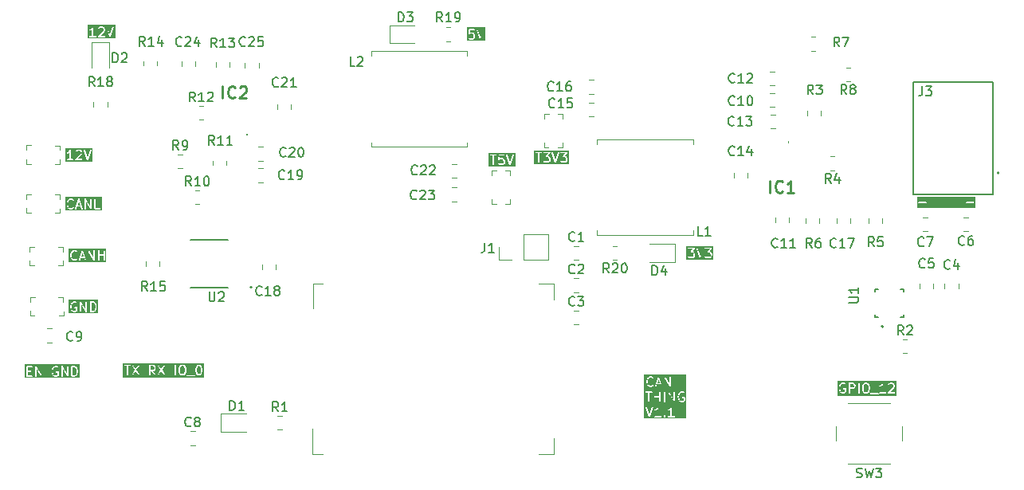
<source format=gbr>
%TF.GenerationSoftware,KiCad,Pcbnew,7.0.11*%
%TF.CreationDate,2025-02-02T20:15:26+02:00*%
%TF.ProjectId,obd_xp,6f62645f-7870-42e6-9b69-6361645f7063,rev?*%
%TF.SameCoordinates,Original*%
%TF.FileFunction,Legend,Top*%
%TF.FilePolarity,Positive*%
%FSLAX46Y46*%
G04 Gerber Fmt 4.6, Leading zero omitted, Abs format (unit mm)*
G04 Created by KiCad (PCBNEW 7.0.11) date 2025-02-02 20:15:26*
%MOMM*%
%LPD*%
G01*
G04 APERTURE LIST*
%ADD10C,0.150000*%
%ADD11C,0.254000*%
%ADD12C,0.120000*%
%ADD13C,0.100000*%
%ADD14C,0.127000*%
%ADD15C,0.200000*%
G04 APERTURE END LIST*
D10*
G36*
X31506293Y-122699104D02*
G01*
X31238217Y-122699104D01*
X31372255Y-122296989D01*
X31506293Y-122699104D01*
G37*
G36*
X33779449Y-123277676D02*
G01*
X29916303Y-123277676D01*
X29916303Y-122631247D01*
X30059160Y-122631247D01*
X30060345Y-122634504D01*
X30061399Y-122649437D01*
X30109018Y-122839913D01*
X30111006Y-122842857D01*
X30114697Y-122855264D01*
X30162316Y-122950502D01*
X30163502Y-122951625D01*
X30176365Y-122969994D01*
X30271603Y-123065233D01*
X30275667Y-123067128D01*
X30278014Y-123070948D01*
X30300919Y-123083351D01*
X30443775Y-123130970D01*
X30445410Y-123130925D01*
X30467493Y-123134819D01*
X30562731Y-123134819D01*
X30564269Y-123134258D01*
X30586448Y-123130970D01*
X30729305Y-123083351D01*
X30732816Y-123080563D01*
X30737285Y-123080173D01*
X30758622Y-123065232D01*
X30787751Y-123036102D01*
X30967771Y-123036102D01*
X30969172Y-123087386D01*
X31003209Y-123125771D01*
X31053958Y-123133296D01*
X31097670Y-123106441D01*
X31110073Y-123083536D01*
X31188217Y-122849104D01*
X31556293Y-122849104D01*
X31634437Y-123083536D01*
X31666328Y-123123722D01*
X31716589Y-123134008D01*
X31761703Y-123109579D01*
X31780560Y-123061867D01*
X31780256Y-123059819D01*
X31963922Y-123059819D01*
X31981469Y-123108028D01*
X32025898Y-123133680D01*
X32076422Y-123124771D01*
X32109399Y-123085471D01*
X32113922Y-123059819D01*
X32113922Y-122342235D01*
X32545232Y-123097030D01*
X32550525Y-123101511D01*
X32552897Y-123108028D01*
X32569634Y-123117691D01*
X32584385Y-123130181D01*
X32591319Y-123130211D01*
X32597326Y-123133680D01*
X32616359Y-123130323D01*
X32635687Y-123130410D01*
X32641020Y-123125975D01*
X32647850Y-123124771D01*
X32660274Y-123109964D01*
X32675134Y-123097608D01*
X32676368Y-123090784D01*
X32680827Y-123085471D01*
X32685350Y-123059819D01*
X33011541Y-123059819D01*
X33018204Y-123078127D01*
X33021589Y-123097319D01*
X33026773Y-123101669D01*
X33029088Y-123108028D01*
X33045961Y-123117770D01*
X33060889Y-123130296D01*
X33070631Y-123132013D01*
X33073517Y-123133680D01*
X33076799Y-123133101D01*
X33086541Y-123134819D01*
X33562731Y-123134819D01*
X33610940Y-123117272D01*
X33636592Y-123072843D01*
X33627683Y-123022319D01*
X33588383Y-122989342D01*
X33562731Y-122984819D01*
X33161541Y-122984819D01*
X33161541Y-122059819D01*
X33143994Y-122011610D01*
X33099565Y-121985958D01*
X33049041Y-121994867D01*
X33016064Y-122034167D01*
X33011541Y-122059819D01*
X33011541Y-123059819D01*
X32685350Y-123059819D01*
X32685350Y-122059819D01*
X32667803Y-122011610D01*
X32623374Y-121985958D01*
X32572850Y-121994867D01*
X32539873Y-122034167D01*
X32535350Y-122059819D01*
X32535350Y-122777402D01*
X32104040Y-122022609D01*
X32098747Y-122018127D01*
X32096375Y-122011610D01*
X32079635Y-122001945D01*
X32064887Y-121989457D01*
X32057952Y-121989426D01*
X32051946Y-121985958D01*
X32032912Y-121989314D01*
X32013585Y-121989228D01*
X32008251Y-121993662D01*
X32001422Y-121994867D01*
X31988997Y-122009673D01*
X31974138Y-122022030D01*
X31972903Y-122028853D01*
X31968445Y-122034167D01*
X31963922Y-122059819D01*
X31963922Y-123059819D01*
X31780256Y-123059819D01*
X31776739Y-123036102D01*
X31443406Y-122036102D01*
X31442063Y-122034410D01*
X31442005Y-122032253D01*
X31426263Y-122014500D01*
X31411515Y-121995916D01*
X31409400Y-121995483D01*
X31407967Y-121993867D01*
X31384498Y-121990387D01*
X31361254Y-121985630D01*
X31359354Y-121986658D01*
X31357219Y-121986342D01*
X31337001Y-121998762D01*
X31316140Y-122010059D01*
X31315346Y-122012066D01*
X31313506Y-122013197D01*
X31301104Y-122036102D01*
X30967771Y-123036102D01*
X30787751Y-123036102D01*
X30806240Y-123017613D01*
X30827921Y-122971116D01*
X30814643Y-122921561D01*
X30772618Y-122892135D01*
X30721510Y-122896607D01*
X30700173Y-122911548D01*
X30665074Y-122946647D01*
X30550561Y-122984819D01*
X30479663Y-122984819D01*
X30365150Y-122946648D01*
X30291037Y-122872534D01*
X30252543Y-122795547D01*
X30209160Y-122622013D01*
X30209160Y-122497624D01*
X30252543Y-122324090D01*
X30291037Y-122247103D01*
X30365150Y-122172990D01*
X30479663Y-122134819D01*
X30550561Y-122134819D01*
X30665074Y-122172990D01*
X30700174Y-122208090D01*
X30746670Y-122229771D01*
X30796225Y-122216494D01*
X30825651Y-122174468D01*
X30821180Y-122123361D01*
X30806240Y-122102024D01*
X30758621Y-122054405D01*
X30754557Y-122052510D01*
X30752210Y-122048689D01*
X30729305Y-122036287D01*
X30586448Y-121988668D01*
X30584813Y-121988712D01*
X30562731Y-121984819D01*
X30467493Y-121984819D01*
X30465955Y-121985378D01*
X30443775Y-121988668D01*
X30300919Y-122036287D01*
X30297408Y-122039073D01*
X30292940Y-122039464D01*
X30271603Y-122054405D01*
X30176365Y-122149643D01*
X30175674Y-122151124D01*
X30162316Y-122169135D01*
X30114697Y-122264373D01*
X30114290Y-122267901D01*
X30109018Y-122279724D01*
X30061399Y-122470200D01*
X30061759Y-122473648D01*
X30059160Y-122488390D01*
X30059160Y-122631247D01*
X29916303Y-122631247D01*
X29916303Y-121841962D01*
X33779449Y-121841962D01*
X33779449Y-123277676D01*
G37*
G36*
X74543977Y-105243676D02*
G01*
X72588589Y-105243676D01*
X72588589Y-104495473D01*
X72731446Y-104495473D01*
X72737972Y-104519832D01*
X72744195Y-104544262D01*
X72744595Y-104544549D01*
X72744723Y-104545027D01*
X72765357Y-104559475D01*
X72785851Y-104574208D01*
X72786344Y-104574170D01*
X72786749Y-104574454D01*
X72811852Y-104572257D01*
X72837011Y-104570370D01*
X72837364Y-104570024D01*
X72837856Y-104569982D01*
X72859193Y-104555042D01*
X72898206Y-104516029D01*
X72966722Y-104481771D01*
X73169407Y-104481771D01*
X73237923Y-104516029D01*
X73268330Y-104546436D01*
X73302588Y-104614952D01*
X73302588Y-104817637D01*
X73268329Y-104886153D01*
X73237922Y-104916561D01*
X73169407Y-104950819D01*
X72966722Y-104950819D01*
X72898206Y-104916561D01*
X72859194Y-104877548D01*
X72812697Y-104855866D01*
X72763142Y-104869143D01*
X72733716Y-104911168D01*
X72738186Y-104962275D01*
X72753126Y-104983612D01*
X72800745Y-105031232D01*
X72802226Y-105031922D01*
X72820238Y-105045282D01*
X72915476Y-105092901D01*
X72919929Y-105093413D01*
X72923365Y-105096296D01*
X72949017Y-105100819D01*
X73187112Y-105100819D01*
X73191325Y-105099285D01*
X73195686Y-105100327D01*
X73220653Y-105092901D01*
X73315891Y-105045282D01*
X73317015Y-105044094D01*
X73335384Y-105031232D01*
X73383002Y-104983613D01*
X73383692Y-104982131D01*
X73397051Y-104964121D01*
X73444670Y-104868883D01*
X73445182Y-104864429D01*
X73448065Y-104860994D01*
X73452588Y-104835342D01*
X73452588Y-104597247D01*
X73451054Y-104593033D01*
X73452096Y-104588672D01*
X73444670Y-104563706D01*
X73397051Y-104468468D01*
X73395861Y-104467342D01*
X73383002Y-104448976D01*
X73335383Y-104401357D01*
X73333901Y-104400666D01*
X73315891Y-104387308D01*
X73220653Y-104339689D01*
X73216199Y-104339176D01*
X73212764Y-104336294D01*
X73187112Y-104331771D01*
X72949017Y-104331771D01*
X72944803Y-104333304D01*
X72940442Y-104332263D01*
X72915476Y-104339689D01*
X72896834Y-104349009D01*
X72921653Y-104100819D01*
X73329969Y-104100819D01*
X73378178Y-104083272D01*
X73403830Y-104038843D01*
X73401172Y-104023770D01*
X73588331Y-104023770D01*
X73592152Y-104049536D01*
X73925485Y-105049536D01*
X73926827Y-105051227D01*
X73926886Y-105053386D01*
X73942635Y-105071147D01*
X73957376Y-105089722D01*
X73959489Y-105090154D01*
X73960923Y-105091771D01*
X73984393Y-105095251D01*
X74007637Y-105100008D01*
X74009536Y-105098979D01*
X74011672Y-105099296D01*
X74031885Y-105086877D01*
X74052751Y-105075579D01*
X74053544Y-105073571D01*
X74055384Y-105072441D01*
X74067787Y-105049536D01*
X74401120Y-104049536D01*
X74399719Y-103998253D01*
X74365681Y-103959867D01*
X74314933Y-103952342D01*
X74271220Y-103979197D01*
X74258818Y-104002102D01*
X73996636Y-104788648D01*
X73734454Y-104002102D01*
X73702563Y-103961916D01*
X73652302Y-103951630D01*
X73607188Y-103976059D01*
X73588331Y-104023770D01*
X73401172Y-104023770D01*
X73394921Y-103988319D01*
X73355621Y-103955342D01*
X73329969Y-103950819D01*
X72853779Y-103950819D01*
X72838811Y-103956266D01*
X72822928Y-103957458D01*
X72815421Y-103964780D01*
X72805570Y-103968366D01*
X72797606Y-103982159D01*
X72786204Y-103993282D01*
X72781472Y-104010102D01*
X72779918Y-104012795D01*
X72780225Y-104014537D01*
X72779151Y-104018356D01*
X72731532Y-104494546D01*
X72731654Y-104495026D01*
X72731446Y-104495473D01*
X72588589Y-104495473D01*
X72588589Y-103807962D01*
X74543977Y-103807962D01*
X74543977Y-105243676D01*
G37*
G36*
X42503209Y-139822077D02*
G01*
X42575151Y-139894019D01*
X42615493Y-140055386D01*
X42615493Y-140370251D01*
X42575151Y-140531617D01*
X42503208Y-140603561D01*
X42434693Y-140637819D01*
X42279627Y-140637819D01*
X42211111Y-140603561D01*
X42139168Y-140531617D01*
X42098827Y-140370251D01*
X42098827Y-140055386D01*
X42139168Y-139894019D01*
X42211111Y-139822077D01*
X42279627Y-139787819D01*
X42434693Y-139787819D01*
X42503209Y-139822077D01*
G37*
G36*
X44217495Y-139822077D02*
G01*
X44247902Y-139852484D01*
X44286395Y-139929471D01*
X44329779Y-140103005D01*
X44329779Y-140322632D01*
X44286395Y-140496166D01*
X44247901Y-140573153D01*
X44217494Y-140603561D01*
X44148979Y-140637819D01*
X44089151Y-140637819D01*
X44020635Y-140603561D01*
X43990228Y-140573153D01*
X43951734Y-140496166D01*
X43908351Y-140322632D01*
X43908351Y-140103005D01*
X43951734Y-139929471D01*
X43990228Y-139852484D01*
X44020635Y-139822077D01*
X44089151Y-139787819D01*
X44148979Y-139787819D01*
X44217495Y-139822077D01*
G37*
G36*
X39312733Y-139822077D02*
G01*
X39343140Y-139852484D01*
X39377398Y-139921000D01*
X39377398Y-140028447D01*
X39343140Y-140096963D01*
X39312733Y-140127370D01*
X39244217Y-140161628D01*
X38955970Y-140161628D01*
X38955970Y-139787819D01*
X39244217Y-139787819D01*
X39312733Y-139822077D01*
G37*
G36*
X44622636Y-141025914D02*
G01*
X36045204Y-141025914D01*
X36045204Y-140795033D01*
X42807109Y-140795033D01*
X42816018Y-140845557D01*
X42855318Y-140878534D01*
X42880970Y-140883057D01*
X43642874Y-140883057D01*
X43691083Y-140865510D01*
X43716735Y-140821081D01*
X43707826Y-140770557D01*
X43668526Y-140737580D01*
X43642874Y-140733057D01*
X42880970Y-140733057D01*
X42832761Y-140750604D01*
X42807109Y-140795033D01*
X36045204Y-140795033D01*
X36045204Y-139699795D01*
X36188061Y-139699795D01*
X36196970Y-139750319D01*
X36236270Y-139783296D01*
X36261922Y-139787819D01*
X36472636Y-139787819D01*
X36472636Y-140712819D01*
X36490183Y-140761028D01*
X36534612Y-140786680D01*
X36585136Y-140777771D01*
X36618113Y-140738471D01*
X36621183Y-140721062D01*
X36996901Y-140721062D01*
X37019639Y-140767051D01*
X37066619Y-140787664D01*
X37115857Y-140773256D01*
X37133850Y-140754421D01*
X37404779Y-140348027D01*
X37675708Y-140754421D01*
X37717050Y-140784800D01*
X37768246Y-140781499D01*
X37805343Y-140746061D01*
X37809019Y-140712819D01*
X38805970Y-140712819D01*
X38823517Y-140761028D01*
X38867946Y-140786680D01*
X38918470Y-140777771D01*
X38951447Y-140738471D01*
X38955970Y-140712819D01*
X38955970Y-140311628D01*
X39080016Y-140311628D01*
X39390956Y-140755829D01*
X39432977Y-140785261D01*
X39484085Y-140780797D01*
X39520367Y-140744525D01*
X39522423Y-140721062D01*
X39711187Y-140721062D01*
X39733925Y-140767051D01*
X39780905Y-140787664D01*
X39830143Y-140773256D01*
X39848136Y-140754421D01*
X40119065Y-140348027D01*
X40389994Y-140754421D01*
X40431336Y-140784800D01*
X40482532Y-140781499D01*
X40519629Y-140746061D01*
X40523305Y-140712819D01*
X41520256Y-140712819D01*
X41537803Y-140761028D01*
X41582232Y-140786680D01*
X41632756Y-140777771D01*
X41665733Y-140738471D01*
X41670256Y-140712819D01*
X41670256Y-140379485D01*
X41948827Y-140379485D01*
X41950012Y-140382742D01*
X41951066Y-140397675D01*
X41998685Y-140588151D01*
X42002827Y-140594283D01*
X42003472Y-140601657D01*
X42018413Y-140622994D01*
X42113651Y-140718233D01*
X42115133Y-140718924D01*
X42133143Y-140732282D01*
X42228381Y-140779901D01*
X42232834Y-140780413D01*
X42236270Y-140783296D01*
X42261922Y-140787819D01*
X42452398Y-140787819D01*
X42456611Y-140786285D01*
X42460972Y-140787327D01*
X42485939Y-140779901D01*
X42581177Y-140732282D01*
X42582302Y-140731092D01*
X42600669Y-140718233D01*
X42695908Y-140622993D01*
X42699035Y-140616285D01*
X42705025Y-140611940D01*
X42715635Y-140588151D01*
X42763254Y-140397675D01*
X42762893Y-140394226D01*
X42765493Y-140379485D01*
X42765493Y-140331866D01*
X43758351Y-140331866D01*
X43759536Y-140335123D01*
X43760590Y-140350056D01*
X43808209Y-140540532D01*
X43810197Y-140543476D01*
X43813888Y-140555883D01*
X43861507Y-140651121D01*
X43862695Y-140652246D01*
X43875555Y-140670612D01*
X43923174Y-140718232D01*
X43924655Y-140718922D01*
X43942667Y-140732282D01*
X44037905Y-140779901D01*
X44042358Y-140780413D01*
X44045794Y-140783296D01*
X44071446Y-140787819D01*
X44166684Y-140787819D01*
X44170897Y-140786285D01*
X44175258Y-140787327D01*
X44200225Y-140779901D01*
X44295463Y-140732282D01*
X44296587Y-140731094D01*
X44314956Y-140718232D01*
X44362574Y-140670613D01*
X44363264Y-140669131D01*
X44376623Y-140651121D01*
X44424242Y-140555883D01*
X44424648Y-140552354D01*
X44429921Y-140540532D01*
X44477540Y-140350056D01*
X44477179Y-140346607D01*
X44479779Y-140331866D01*
X44479779Y-140093771D01*
X44478593Y-140090513D01*
X44477540Y-140075581D01*
X44429921Y-139885105D01*
X44427932Y-139882160D01*
X44424242Y-139869754D01*
X44376623Y-139774516D01*
X44375433Y-139773390D01*
X44362574Y-139755024D01*
X44314955Y-139707405D01*
X44313473Y-139706714D01*
X44295463Y-139693356D01*
X44200225Y-139645737D01*
X44195771Y-139645224D01*
X44192336Y-139642342D01*
X44166684Y-139637819D01*
X44071446Y-139637819D01*
X44067232Y-139639352D01*
X44062871Y-139638311D01*
X44037905Y-139645737D01*
X43942667Y-139693356D01*
X43941541Y-139694545D01*
X43923175Y-139707405D01*
X43875556Y-139755024D01*
X43874865Y-139756505D01*
X43861507Y-139774516D01*
X43813888Y-139869754D01*
X43813481Y-139873282D01*
X43808209Y-139885105D01*
X43760590Y-140075581D01*
X43760950Y-140079029D01*
X43758351Y-140093771D01*
X43758351Y-140331866D01*
X42765493Y-140331866D01*
X42765493Y-140046152D01*
X42764307Y-140042894D01*
X42763254Y-140027962D01*
X42715635Y-139837486D01*
X42711493Y-139831353D01*
X42710848Y-139823980D01*
X42695907Y-139802643D01*
X42600669Y-139707405D01*
X42599187Y-139706714D01*
X42581177Y-139693356D01*
X42485939Y-139645737D01*
X42481485Y-139645224D01*
X42478050Y-139642342D01*
X42452398Y-139637819D01*
X42261922Y-139637819D01*
X42257708Y-139639352D01*
X42253347Y-139638311D01*
X42228381Y-139645737D01*
X42133143Y-139693356D01*
X42132019Y-139694542D01*
X42113651Y-139707405D01*
X42018413Y-139802643D01*
X42015285Y-139809350D01*
X42009295Y-139813697D01*
X41998685Y-139837486D01*
X41951066Y-140027962D01*
X41951426Y-140031410D01*
X41948827Y-140046152D01*
X41948827Y-140379485D01*
X41670256Y-140379485D01*
X41670256Y-139712819D01*
X41652709Y-139664610D01*
X41608280Y-139638958D01*
X41557756Y-139647867D01*
X41524779Y-139687167D01*
X41520256Y-139712819D01*
X41520256Y-140712819D01*
X40523305Y-140712819D01*
X40525268Y-140695069D01*
X40514802Y-140671216D01*
X40209204Y-140212819D01*
X40514802Y-139754422D01*
X40526943Y-139704576D01*
X40504205Y-139658587D01*
X40457225Y-139637974D01*
X40407987Y-139652382D01*
X40389994Y-139671217D01*
X40119065Y-140077610D01*
X39848136Y-139671217D01*
X39806794Y-139640838D01*
X39755598Y-139644139D01*
X39718501Y-139679577D01*
X39712862Y-139730569D01*
X39723328Y-139754421D01*
X40028926Y-140212819D01*
X39723328Y-140671217D01*
X39711187Y-140721062D01*
X39522423Y-140721062D01*
X39524846Y-140693418D01*
X39513841Y-140669810D01*
X39262871Y-140311282D01*
X39266135Y-140310094D01*
X39270496Y-140311136D01*
X39295463Y-140303710D01*
X39390701Y-140256091D01*
X39391826Y-140254901D01*
X39410193Y-140242042D01*
X39457812Y-140194423D01*
X39458503Y-140192941D01*
X39471861Y-140174931D01*
X39519480Y-140079693D01*
X39519992Y-140075239D01*
X39522875Y-140071804D01*
X39527398Y-140046152D01*
X39527398Y-139903295D01*
X39525864Y-139899081D01*
X39526906Y-139894720D01*
X39519480Y-139869754D01*
X39471861Y-139774516D01*
X39470671Y-139773390D01*
X39457812Y-139755024D01*
X39410193Y-139707405D01*
X39408711Y-139706714D01*
X39390701Y-139693356D01*
X39295463Y-139645737D01*
X39291009Y-139645224D01*
X39287574Y-139642342D01*
X39261922Y-139637819D01*
X38880970Y-139637819D01*
X38862661Y-139644482D01*
X38843470Y-139647867D01*
X38839119Y-139653051D01*
X38832761Y-139655366D01*
X38823018Y-139672239D01*
X38810493Y-139687167D01*
X38808775Y-139696909D01*
X38807109Y-139699795D01*
X38807687Y-139703077D01*
X38805970Y-139712819D01*
X38805970Y-140712819D01*
X37809019Y-140712819D01*
X37810982Y-140695069D01*
X37800516Y-140671216D01*
X37494918Y-140212819D01*
X37800516Y-139754422D01*
X37812657Y-139704576D01*
X37789919Y-139658587D01*
X37742939Y-139637974D01*
X37693701Y-139652382D01*
X37675708Y-139671217D01*
X37404779Y-140077610D01*
X37133850Y-139671217D01*
X37092508Y-139640838D01*
X37041312Y-139644139D01*
X37004215Y-139679577D01*
X36998576Y-139730569D01*
X37009042Y-139754421D01*
X37314640Y-140212819D01*
X37009042Y-140671217D01*
X36996901Y-140721062D01*
X36621183Y-140721062D01*
X36622636Y-140712819D01*
X36622636Y-139787819D01*
X36833350Y-139787819D01*
X36881559Y-139770272D01*
X36907211Y-139725843D01*
X36898302Y-139675319D01*
X36859002Y-139642342D01*
X36833350Y-139637819D01*
X36261922Y-139637819D01*
X36213713Y-139655366D01*
X36188061Y-139699795D01*
X36045204Y-139699795D01*
X36045204Y-139494962D01*
X44622636Y-139494962D01*
X44622636Y-141025914D01*
G37*
G36*
X115131732Y-141727077D02*
G01*
X115203674Y-141799019D01*
X115244016Y-141960386D01*
X115244016Y-142275251D01*
X115203674Y-142436617D01*
X115131731Y-142508561D01*
X115063216Y-142542819D01*
X114908150Y-142542819D01*
X114839634Y-142508561D01*
X114767691Y-142436617D01*
X114727350Y-142275251D01*
X114727350Y-141960386D01*
X114767691Y-141799019D01*
X114839634Y-141727077D01*
X114908150Y-141692819D01*
X115063216Y-141692819D01*
X115131732Y-141727077D01*
G37*
G36*
X113655542Y-141727077D02*
G01*
X113685949Y-141757484D01*
X113720207Y-141826000D01*
X113720207Y-141933447D01*
X113685949Y-142001963D01*
X113655542Y-142032370D01*
X113587026Y-142066628D01*
X113298779Y-142066628D01*
X113298779Y-141692819D01*
X113587026Y-141692819D01*
X113655542Y-141727077D01*
G37*
G36*
X118203540Y-142930914D02*
G01*
X111958303Y-142930914D01*
X111958303Y-142700033D01*
X115435632Y-142700033D01*
X115444541Y-142750557D01*
X115483841Y-142783534D01*
X115509493Y-142788057D01*
X116271397Y-142788057D01*
X116319606Y-142770510D01*
X116345258Y-142726081D01*
X116336349Y-142675557D01*
X116297049Y-142642580D01*
X116271397Y-142638057D01*
X115509493Y-142638057D01*
X115461284Y-142655604D01*
X115435632Y-142700033D01*
X111958303Y-142700033D01*
X111958303Y-142189247D01*
X112101160Y-142189247D01*
X112102345Y-142192504D01*
X112103399Y-142207437D01*
X112151018Y-142397913D01*
X112153006Y-142400857D01*
X112156697Y-142413264D01*
X112204316Y-142508502D01*
X112205502Y-142509625D01*
X112218365Y-142527994D01*
X112313603Y-142623233D01*
X112317667Y-142625128D01*
X112320014Y-142628948D01*
X112342919Y-142641351D01*
X112485775Y-142688970D01*
X112487410Y-142688925D01*
X112509493Y-142692819D01*
X112604731Y-142692819D01*
X112606269Y-142692258D01*
X112628448Y-142688970D01*
X112771305Y-142641351D01*
X112774816Y-142638563D01*
X112779285Y-142638173D01*
X112800622Y-142623232D01*
X112806035Y-142617819D01*
X113148779Y-142617819D01*
X113166326Y-142666028D01*
X113210755Y-142691680D01*
X113261279Y-142682771D01*
X113294256Y-142643471D01*
X113298779Y-142617819D01*
X114148779Y-142617819D01*
X114166326Y-142666028D01*
X114210755Y-142691680D01*
X114261279Y-142682771D01*
X114294256Y-142643471D01*
X114298779Y-142617819D01*
X114298779Y-142284485D01*
X114577350Y-142284485D01*
X114578535Y-142287742D01*
X114579589Y-142302675D01*
X114627208Y-142493151D01*
X114631350Y-142499283D01*
X114631995Y-142506657D01*
X114646936Y-142527994D01*
X114742174Y-142623233D01*
X114743656Y-142623924D01*
X114761666Y-142637282D01*
X114856904Y-142684901D01*
X114861357Y-142685413D01*
X114864793Y-142688296D01*
X114890445Y-142692819D01*
X115080921Y-142692819D01*
X115085134Y-142691285D01*
X115089495Y-142692327D01*
X115114462Y-142684901D01*
X115209700Y-142637282D01*
X115210825Y-142636092D01*
X115229192Y-142623233D01*
X115247630Y-142604795D01*
X116388013Y-142604795D01*
X116396922Y-142655319D01*
X116436222Y-142688296D01*
X116461874Y-142692819D01*
X117033302Y-142692819D01*
X117081511Y-142675272D01*
X117107163Y-142630843D01*
X117103714Y-142611283D01*
X117291922Y-142611283D01*
X117297763Y-142633085D01*
X117301684Y-142655319D01*
X117304311Y-142657523D01*
X117305199Y-142660837D01*
X117323690Y-142673785D01*
X117340984Y-142688296D01*
X117345568Y-142689104D01*
X117347225Y-142690264D01*
X117350513Y-142689976D01*
X117366636Y-142692819D01*
X117985683Y-142692819D01*
X118033892Y-142675272D01*
X118059544Y-142630843D01*
X118050635Y-142580319D01*
X118011335Y-142547342D01*
X117985683Y-142542819D01*
X117547702Y-142542819D01*
X117991097Y-142099423D01*
X117992992Y-142095358D01*
X117996812Y-142093012D01*
X118009215Y-142070107D01*
X118056834Y-141927251D01*
X118056789Y-141925615D01*
X118060683Y-141903533D01*
X118060683Y-141808295D01*
X118059149Y-141804081D01*
X118060191Y-141799720D01*
X118052765Y-141774754D01*
X118005146Y-141679516D01*
X118003956Y-141678390D01*
X117991097Y-141660024D01*
X117943478Y-141612405D01*
X117941996Y-141611714D01*
X117923986Y-141598356D01*
X117828748Y-141550737D01*
X117824294Y-141550224D01*
X117820859Y-141547342D01*
X117795207Y-141542819D01*
X117557112Y-141542819D01*
X117552898Y-141544352D01*
X117548537Y-141543311D01*
X117523571Y-141550737D01*
X117428333Y-141598356D01*
X117427207Y-141599545D01*
X117408841Y-141612405D01*
X117361222Y-141660024D01*
X117339541Y-141706521D01*
X117352818Y-141756075D01*
X117394844Y-141785502D01*
X117445951Y-141781030D01*
X117467288Y-141766090D01*
X117506301Y-141727077D01*
X117574817Y-141692819D01*
X117777502Y-141692819D01*
X117846018Y-141727077D01*
X117876425Y-141757484D01*
X117910683Y-141826000D01*
X117910683Y-141891363D01*
X117872511Y-142005876D01*
X117313603Y-142564786D01*
X117304065Y-142585239D01*
X117292775Y-142604795D01*
X117293371Y-142608175D01*
X117291922Y-142611283D01*
X117103714Y-142611283D01*
X117098254Y-142580319D01*
X117058954Y-142547342D01*
X117033302Y-142542819D01*
X116822588Y-142542819D01*
X116822588Y-141617819D01*
X116821112Y-141613765D01*
X116822133Y-141609576D01*
X116812485Y-141590063D01*
X116805041Y-141569610D01*
X116801306Y-141567454D01*
X116799395Y-141563587D01*
X116779460Y-141554840D01*
X116760612Y-141543958D01*
X116756364Y-141544706D01*
X116752415Y-141542974D01*
X116731520Y-141549087D01*
X116710088Y-141552867D01*
X116707316Y-141556169D01*
X116703177Y-141557381D01*
X116685184Y-141576216D01*
X116594064Y-141712896D01*
X116512685Y-141794275D01*
X116428333Y-141836451D01*
X116393061Y-141873705D01*
X116389986Y-141924916D01*
X116420550Y-141966121D01*
X116470448Y-141978041D01*
X116495415Y-141970615D01*
X116590653Y-141922996D01*
X116591778Y-141921806D01*
X116610145Y-141908947D01*
X116672588Y-141846504D01*
X116672588Y-142542819D01*
X116461874Y-142542819D01*
X116413665Y-142560366D01*
X116388013Y-142604795D01*
X115247630Y-142604795D01*
X115324431Y-142527993D01*
X115327558Y-142521285D01*
X115333548Y-142516940D01*
X115344158Y-142493151D01*
X115391777Y-142302675D01*
X115391416Y-142299226D01*
X115394016Y-142284485D01*
X115394016Y-141951152D01*
X115392830Y-141947894D01*
X115391777Y-141932962D01*
X115344158Y-141742486D01*
X115340016Y-141736353D01*
X115339371Y-141728980D01*
X115324430Y-141707643D01*
X115229192Y-141612405D01*
X115227710Y-141611714D01*
X115209700Y-141598356D01*
X115114462Y-141550737D01*
X115110008Y-141550224D01*
X115106573Y-141547342D01*
X115080921Y-141542819D01*
X114890445Y-141542819D01*
X114886231Y-141544352D01*
X114881870Y-141543311D01*
X114856904Y-141550737D01*
X114761666Y-141598356D01*
X114760542Y-141599542D01*
X114742174Y-141612405D01*
X114646936Y-141707643D01*
X114643808Y-141714350D01*
X114637818Y-141718697D01*
X114627208Y-141742486D01*
X114579589Y-141932962D01*
X114579949Y-141936410D01*
X114577350Y-141951152D01*
X114577350Y-142284485D01*
X114298779Y-142284485D01*
X114298779Y-141617819D01*
X114281232Y-141569610D01*
X114236803Y-141543958D01*
X114186279Y-141552867D01*
X114153302Y-141592167D01*
X114148779Y-141617819D01*
X114148779Y-142617819D01*
X113298779Y-142617819D01*
X113298779Y-142216628D01*
X113604731Y-142216628D01*
X113608944Y-142215094D01*
X113613305Y-142216136D01*
X113638272Y-142208710D01*
X113733510Y-142161091D01*
X113734635Y-142159901D01*
X113753002Y-142147042D01*
X113800621Y-142099423D01*
X113801312Y-142097941D01*
X113814670Y-142079931D01*
X113862289Y-141984693D01*
X113862801Y-141980239D01*
X113865684Y-141976804D01*
X113870207Y-141951152D01*
X113870207Y-141808295D01*
X113868673Y-141804081D01*
X113869715Y-141799720D01*
X113862289Y-141774754D01*
X113814670Y-141679516D01*
X113813480Y-141678390D01*
X113800621Y-141660024D01*
X113753002Y-141612405D01*
X113751520Y-141611714D01*
X113733510Y-141598356D01*
X113638272Y-141550737D01*
X113633818Y-141550224D01*
X113630383Y-141547342D01*
X113604731Y-141542819D01*
X113223779Y-141542819D01*
X113205470Y-141549482D01*
X113186279Y-141552867D01*
X113181928Y-141558051D01*
X113175570Y-141560366D01*
X113165827Y-141577239D01*
X113153302Y-141592167D01*
X113151584Y-141601909D01*
X113149918Y-141604795D01*
X113150496Y-141608077D01*
X113148779Y-141617819D01*
X113148779Y-142617819D01*
X112806035Y-142617819D01*
X112848240Y-142575613D01*
X112855158Y-142560775D01*
X112865684Y-142548232D01*
X112868527Y-142532104D01*
X112869921Y-142529116D01*
X112869398Y-142527165D01*
X112870207Y-142522580D01*
X112870207Y-142189247D01*
X112863543Y-142170938D01*
X112860159Y-142151747D01*
X112854974Y-142147396D01*
X112852660Y-142141038D01*
X112835786Y-142131295D01*
X112820859Y-142118770D01*
X112811116Y-142117052D01*
X112808231Y-142115386D01*
X112804948Y-142115964D01*
X112795207Y-142114247D01*
X112604731Y-142114247D01*
X112556522Y-142131794D01*
X112530870Y-142176223D01*
X112539779Y-142226747D01*
X112579079Y-142259724D01*
X112604731Y-142264247D01*
X112720207Y-142264247D01*
X112720207Y-142491514D01*
X112707074Y-142504647D01*
X112592561Y-142542819D01*
X112521663Y-142542819D01*
X112407150Y-142504648D01*
X112333037Y-142430534D01*
X112294543Y-142353547D01*
X112251160Y-142180013D01*
X112251160Y-142055624D01*
X112294543Y-141882090D01*
X112333037Y-141805103D01*
X112407150Y-141730990D01*
X112521663Y-141692819D01*
X112634645Y-141692819D01*
X112714047Y-141732520D01*
X112765013Y-141738385D01*
X112807826Y-141710119D01*
X112822453Y-141660944D01*
X112802050Y-141613873D01*
X112781129Y-141598356D01*
X112685891Y-141550737D01*
X112681437Y-141550224D01*
X112678002Y-141547342D01*
X112652350Y-141542819D01*
X112509493Y-141542819D01*
X112507955Y-141543378D01*
X112485775Y-141546668D01*
X112342919Y-141594287D01*
X112339408Y-141597073D01*
X112334940Y-141597464D01*
X112313603Y-141612405D01*
X112218365Y-141707643D01*
X112217674Y-141709124D01*
X112204316Y-141727135D01*
X112156697Y-141822373D01*
X112156290Y-141825901D01*
X112151018Y-141837724D01*
X112103399Y-142028200D01*
X112103759Y-142031648D01*
X112101160Y-142046390D01*
X112101160Y-142189247D01*
X111958303Y-142189247D01*
X111958303Y-141399962D01*
X118203540Y-141399962D01*
X118203540Y-142930914D01*
G37*
G36*
X30966122Y-139952990D02*
G01*
X31040235Y-140027103D01*
X31078728Y-140104090D01*
X31122112Y-140277624D01*
X31122112Y-140402013D01*
X31078728Y-140575547D01*
X31040234Y-140652534D01*
X30966122Y-140726647D01*
X30851609Y-140764819D01*
X30700684Y-140764819D01*
X30700684Y-139914819D01*
X30851609Y-139914819D01*
X30966122Y-139952990D01*
G37*
G36*
X31414969Y-141057676D02*
G01*
X25645922Y-141057676D01*
X25645922Y-140839819D01*
X25788779Y-140839819D01*
X25795442Y-140858127D01*
X25798827Y-140877319D01*
X25804011Y-140881669D01*
X25806326Y-140888028D01*
X25823199Y-140897770D01*
X25838127Y-140910296D01*
X25847869Y-140912013D01*
X25850755Y-140913680D01*
X25854037Y-140913101D01*
X25863779Y-140914819D01*
X26339969Y-140914819D01*
X26388178Y-140897272D01*
X26413830Y-140852843D01*
X26411533Y-140839819D01*
X26693541Y-140839819D01*
X26711088Y-140888028D01*
X26755517Y-140913680D01*
X26806041Y-140904771D01*
X26839018Y-140865471D01*
X26843541Y-140839819D01*
X26843541Y-140122235D01*
X27274851Y-140877030D01*
X27280144Y-140881511D01*
X27282516Y-140888028D01*
X27299253Y-140897691D01*
X27314004Y-140910181D01*
X27320938Y-140910211D01*
X27326945Y-140913680D01*
X27345978Y-140910323D01*
X27365306Y-140910410D01*
X27370639Y-140905975D01*
X27377469Y-140904771D01*
X27389893Y-140889964D01*
X27404753Y-140877608D01*
X27405987Y-140870784D01*
X27410446Y-140865471D01*
X27414969Y-140839819D01*
X27414969Y-140411247D01*
X28455446Y-140411247D01*
X28456631Y-140414504D01*
X28457685Y-140429437D01*
X28505304Y-140619913D01*
X28507292Y-140622857D01*
X28510983Y-140635264D01*
X28558602Y-140730502D01*
X28559788Y-140731625D01*
X28572651Y-140749994D01*
X28667889Y-140845233D01*
X28671953Y-140847128D01*
X28674300Y-140850948D01*
X28697205Y-140863351D01*
X28840061Y-140910970D01*
X28841696Y-140910925D01*
X28863779Y-140914819D01*
X28959017Y-140914819D01*
X28960555Y-140914258D01*
X28982734Y-140910970D01*
X29125591Y-140863351D01*
X29129102Y-140860563D01*
X29133571Y-140860173D01*
X29154908Y-140845232D01*
X29160321Y-140839819D01*
X29503065Y-140839819D01*
X29520612Y-140888028D01*
X29565041Y-140913680D01*
X29615565Y-140904771D01*
X29648542Y-140865471D01*
X29653065Y-140839819D01*
X29653065Y-140122235D01*
X30084375Y-140877030D01*
X30089668Y-140881511D01*
X30092040Y-140888028D01*
X30108777Y-140897691D01*
X30123528Y-140910181D01*
X30130462Y-140910211D01*
X30136469Y-140913680D01*
X30155502Y-140910323D01*
X30174830Y-140910410D01*
X30180163Y-140905975D01*
X30186993Y-140904771D01*
X30199417Y-140889964D01*
X30214277Y-140877608D01*
X30215511Y-140870784D01*
X30219970Y-140865471D01*
X30224493Y-140839819D01*
X30550684Y-140839819D01*
X30557347Y-140858127D01*
X30560732Y-140877319D01*
X30565916Y-140881669D01*
X30568231Y-140888028D01*
X30585104Y-140897770D01*
X30600032Y-140910296D01*
X30609774Y-140912013D01*
X30612660Y-140913680D01*
X30615942Y-140913101D01*
X30625684Y-140914819D01*
X30863779Y-140914819D01*
X30865317Y-140914258D01*
X30887496Y-140910970D01*
X31030353Y-140863351D01*
X31033865Y-140860563D01*
X31038332Y-140860173D01*
X31059669Y-140845233D01*
X31154908Y-140749993D01*
X31155599Y-140748510D01*
X31168956Y-140730502D01*
X31216575Y-140635264D01*
X31216981Y-140631735D01*
X31222254Y-140619913D01*
X31269873Y-140429437D01*
X31269512Y-140425988D01*
X31272112Y-140411247D01*
X31272112Y-140268390D01*
X31270926Y-140265132D01*
X31269873Y-140250200D01*
X31222254Y-140059724D01*
X31220265Y-140056779D01*
X31216575Y-140044373D01*
X31168956Y-139949135D01*
X31167769Y-139948011D01*
X31154907Y-139929643D01*
X31059669Y-139834405D01*
X31055605Y-139832510D01*
X31053258Y-139828689D01*
X31030353Y-139816287D01*
X30887496Y-139768668D01*
X30885861Y-139768712D01*
X30863779Y-139764819D01*
X30625684Y-139764819D01*
X30607375Y-139771482D01*
X30588184Y-139774867D01*
X30583833Y-139780051D01*
X30577475Y-139782366D01*
X30567732Y-139799239D01*
X30555207Y-139814167D01*
X30553489Y-139823909D01*
X30551823Y-139826795D01*
X30552401Y-139830077D01*
X30550684Y-139839819D01*
X30550684Y-140839819D01*
X30224493Y-140839819D01*
X30224493Y-139839819D01*
X30206946Y-139791610D01*
X30162517Y-139765958D01*
X30111993Y-139774867D01*
X30079016Y-139814167D01*
X30074493Y-139839819D01*
X30074493Y-140557402D01*
X29643183Y-139802609D01*
X29637890Y-139798127D01*
X29635518Y-139791610D01*
X29618778Y-139781945D01*
X29604030Y-139769457D01*
X29597095Y-139769426D01*
X29591089Y-139765958D01*
X29572055Y-139769314D01*
X29552728Y-139769228D01*
X29547394Y-139773662D01*
X29540565Y-139774867D01*
X29528140Y-139789673D01*
X29513281Y-139802030D01*
X29512046Y-139808853D01*
X29507588Y-139814167D01*
X29503065Y-139839819D01*
X29503065Y-140839819D01*
X29160321Y-140839819D01*
X29202526Y-140797613D01*
X29209444Y-140782775D01*
X29219970Y-140770232D01*
X29222813Y-140754104D01*
X29224207Y-140751116D01*
X29223684Y-140749165D01*
X29224493Y-140744580D01*
X29224493Y-140411247D01*
X29217829Y-140392938D01*
X29214445Y-140373747D01*
X29209260Y-140369396D01*
X29206946Y-140363038D01*
X29190072Y-140353295D01*
X29175145Y-140340770D01*
X29165402Y-140339052D01*
X29162517Y-140337386D01*
X29159234Y-140337964D01*
X29149493Y-140336247D01*
X28959017Y-140336247D01*
X28910808Y-140353794D01*
X28885156Y-140398223D01*
X28894065Y-140448747D01*
X28933365Y-140481724D01*
X28959017Y-140486247D01*
X29074493Y-140486247D01*
X29074493Y-140713514D01*
X29061360Y-140726647D01*
X28946847Y-140764819D01*
X28875949Y-140764819D01*
X28761436Y-140726648D01*
X28687323Y-140652534D01*
X28648829Y-140575547D01*
X28605446Y-140402013D01*
X28605446Y-140277624D01*
X28648829Y-140104090D01*
X28687323Y-140027103D01*
X28761436Y-139952990D01*
X28875949Y-139914819D01*
X28988931Y-139914819D01*
X29068333Y-139954520D01*
X29119299Y-139960385D01*
X29162112Y-139932119D01*
X29176739Y-139882944D01*
X29156336Y-139835873D01*
X29135415Y-139820356D01*
X29040177Y-139772737D01*
X29035723Y-139772224D01*
X29032288Y-139769342D01*
X29006636Y-139764819D01*
X28863779Y-139764819D01*
X28862241Y-139765378D01*
X28840061Y-139768668D01*
X28697205Y-139816287D01*
X28693694Y-139819073D01*
X28689226Y-139819464D01*
X28667889Y-139834405D01*
X28572651Y-139929643D01*
X28571960Y-139931124D01*
X28558602Y-139949135D01*
X28510983Y-140044373D01*
X28510576Y-140047901D01*
X28505304Y-140059724D01*
X28457685Y-140250200D01*
X28458045Y-140253648D01*
X28455446Y-140268390D01*
X28455446Y-140411247D01*
X27414969Y-140411247D01*
X27414969Y-139839819D01*
X27397422Y-139791610D01*
X27352993Y-139765958D01*
X27302469Y-139774867D01*
X27269492Y-139814167D01*
X27264969Y-139839819D01*
X27264969Y-140557402D01*
X26833659Y-139802609D01*
X26828366Y-139798127D01*
X26825994Y-139791610D01*
X26809254Y-139781945D01*
X26794506Y-139769457D01*
X26787571Y-139769426D01*
X26781565Y-139765958D01*
X26762531Y-139769314D01*
X26743204Y-139769228D01*
X26737870Y-139773662D01*
X26731041Y-139774867D01*
X26718616Y-139789673D01*
X26703757Y-139802030D01*
X26702522Y-139808853D01*
X26698064Y-139814167D01*
X26693541Y-139839819D01*
X26693541Y-140839819D01*
X26411533Y-140839819D01*
X26404921Y-140802319D01*
X26365621Y-140769342D01*
X26339969Y-140764819D01*
X25938779Y-140764819D01*
X25938779Y-140391009D01*
X26197112Y-140391009D01*
X26245321Y-140373462D01*
X26270973Y-140329033D01*
X26262064Y-140278509D01*
X26222764Y-140245532D01*
X26197112Y-140241009D01*
X25938779Y-140241009D01*
X25938779Y-139914819D01*
X26339969Y-139914819D01*
X26388178Y-139897272D01*
X26413830Y-139852843D01*
X26404921Y-139802319D01*
X26365621Y-139769342D01*
X26339969Y-139764819D01*
X25863779Y-139764819D01*
X25845470Y-139771482D01*
X25826279Y-139774867D01*
X25821928Y-139780051D01*
X25815570Y-139782366D01*
X25805827Y-139799239D01*
X25793302Y-139814167D01*
X25791584Y-139823909D01*
X25789918Y-139826795D01*
X25790496Y-139830077D01*
X25788779Y-139839819D01*
X25788779Y-140839819D01*
X25645922Y-140839819D01*
X25645922Y-139621962D01*
X31414969Y-139621962D01*
X31414969Y-141057676D01*
G37*
G36*
X98772969Y-128484676D02*
G01*
X95909823Y-128484676D01*
X95909823Y-127253795D01*
X96052680Y-127253795D01*
X96061589Y-127304319D01*
X96100889Y-127337296D01*
X96126541Y-127341819D01*
X96580306Y-127341819D01*
X96355812Y-127598383D01*
X96348505Y-127617234D01*
X96338394Y-127634747D01*
X96339433Y-127640640D01*
X96337271Y-127646219D01*
X96343791Y-127665358D01*
X96347303Y-127685271D01*
X96351886Y-127689116D01*
X96353816Y-127694781D01*
X96371114Y-127705251D01*
X96386603Y-127718248D01*
X96395046Y-127719736D01*
X96397705Y-127721346D01*
X96401146Y-127720812D01*
X96412255Y-127722771D01*
X96537407Y-127722771D01*
X96605923Y-127757029D01*
X96636330Y-127787436D01*
X96670588Y-127855952D01*
X96670588Y-128058637D01*
X96636329Y-128127153D01*
X96605922Y-128157561D01*
X96537407Y-128191819D01*
X96287103Y-128191819D01*
X96218587Y-128157561D01*
X96179575Y-128118548D01*
X96133078Y-128096866D01*
X96083523Y-128110143D01*
X96054097Y-128152168D01*
X96058567Y-128203275D01*
X96073507Y-128224612D01*
X96121126Y-128272232D01*
X96122607Y-128272922D01*
X96140619Y-128286282D01*
X96235857Y-128333901D01*
X96240310Y-128334413D01*
X96243746Y-128337296D01*
X96269398Y-128341819D01*
X96555112Y-128341819D01*
X96559325Y-128340285D01*
X96563686Y-128341327D01*
X96588653Y-128333901D01*
X96683891Y-128286282D01*
X96685015Y-128285094D01*
X96703384Y-128272232D01*
X96751002Y-128224613D01*
X96751692Y-128223131D01*
X96765051Y-128205121D01*
X96812670Y-128109883D01*
X96813182Y-128105429D01*
X96816065Y-128101994D01*
X96820588Y-128076342D01*
X96820588Y-127838247D01*
X96819054Y-127834033D01*
X96820096Y-127829672D01*
X96812670Y-127804706D01*
X96765051Y-127709468D01*
X96763861Y-127708342D01*
X96751002Y-127689976D01*
X96703383Y-127642357D01*
X96701901Y-127641666D01*
X96683891Y-127628308D01*
X96588653Y-127580689D01*
X96584199Y-127580176D01*
X96580764Y-127577294D01*
X96574540Y-127576196D01*
X96802031Y-127316207D01*
X96809337Y-127297355D01*
X96819449Y-127279843D01*
X96818409Y-127273949D01*
X96820572Y-127268371D01*
X96819345Y-127264770D01*
X96956331Y-127264770D01*
X96960152Y-127290536D01*
X97293485Y-128290536D01*
X97294827Y-128292227D01*
X97294886Y-128294386D01*
X97310635Y-128312147D01*
X97325376Y-128330722D01*
X97327489Y-128331154D01*
X97328923Y-128332771D01*
X97352393Y-128336251D01*
X97375637Y-128341008D01*
X97377536Y-128339979D01*
X97379672Y-128340296D01*
X97399885Y-128327877D01*
X97420751Y-128316579D01*
X97421544Y-128314571D01*
X97423384Y-128313441D01*
X97435787Y-128290536D01*
X97769120Y-127290536D01*
X97768116Y-127253795D01*
X97862204Y-127253795D01*
X97871113Y-127304319D01*
X97910413Y-127337296D01*
X97936065Y-127341819D01*
X98389830Y-127341819D01*
X98165336Y-127598383D01*
X98158029Y-127617234D01*
X98147918Y-127634747D01*
X98148957Y-127640640D01*
X98146795Y-127646219D01*
X98153315Y-127665358D01*
X98156827Y-127685271D01*
X98161410Y-127689116D01*
X98163340Y-127694781D01*
X98180638Y-127705251D01*
X98196127Y-127718248D01*
X98204570Y-127719736D01*
X98207229Y-127721346D01*
X98210670Y-127720812D01*
X98221779Y-127722771D01*
X98346931Y-127722771D01*
X98415447Y-127757029D01*
X98445854Y-127787436D01*
X98480112Y-127855952D01*
X98480112Y-128058637D01*
X98445853Y-128127153D01*
X98415446Y-128157561D01*
X98346931Y-128191819D01*
X98096627Y-128191819D01*
X98028111Y-128157561D01*
X97989099Y-128118548D01*
X97942602Y-128096866D01*
X97893047Y-128110143D01*
X97863621Y-128152168D01*
X97868091Y-128203275D01*
X97883031Y-128224612D01*
X97930650Y-128272232D01*
X97932131Y-128272922D01*
X97950143Y-128286282D01*
X98045381Y-128333901D01*
X98049834Y-128334413D01*
X98053270Y-128337296D01*
X98078922Y-128341819D01*
X98364636Y-128341819D01*
X98368849Y-128340285D01*
X98373210Y-128341327D01*
X98398177Y-128333901D01*
X98493415Y-128286282D01*
X98494539Y-128285094D01*
X98512908Y-128272232D01*
X98560526Y-128224613D01*
X98561216Y-128223131D01*
X98574575Y-128205121D01*
X98622194Y-128109883D01*
X98622706Y-128105429D01*
X98625589Y-128101994D01*
X98630112Y-128076342D01*
X98630112Y-127838247D01*
X98628578Y-127834033D01*
X98629620Y-127829672D01*
X98622194Y-127804706D01*
X98574575Y-127709468D01*
X98573385Y-127708342D01*
X98560526Y-127689976D01*
X98512907Y-127642357D01*
X98511425Y-127641666D01*
X98493415Y-127628308D01*
X98398177Y-127580689D01*
X98393723Y-127580176D01*
X98390288Y-127577294D01*
X98384064Y-127576196D01*
X98611555Y-127316207D01*
X98618861Y-127297355D01*
X98628973Y-127279843D01*
X98627933Y-127273949D01*
X98630096Y-127268371D01*
X98623575Y-127249231D01*
X98620064Y-127229319D01*
X98615480Y-127225473D01*
X98613551Y-127219809D01*
X98596252Y-127209338D01*
X98580764Y-127196342D01*
X98572320Y-127194853D01*
X98569662Y-127193244D01*
X98566220Y-127193777D01*
X98555112Y-127191819D01*
X97936065Y-127191819D01*
X97887856Y-127209366D01*
X97862204Y-127253795D01*
X97768116Y-127253795D01*
X97767719Y-127239253D01*
X97733681Y-127200867D01*
X97682933Y-127193342D01*
X97639220Y-127220197D01*
X97626818Y-127243102D01*
X97364636Y-128029648D01*
X97102454Y-127243102D01*
X97070563Y-127202916D01*
X97020302Y-127192630D01*
X96975188Y-127217059D01*
X96956331Y-127264770D01*
X96819345Y-127264770D01*
X96814051Y-127249231D01*
X96810540Y-127229319D01*
X96805956Y-127225473D01*
X96804027Y-127219809D01*
X96786728Y-127209338D01*
X96771240Y-127196342D01*
X96762796Y-127194853D01*
X96760138Y-127193244D01*
X96756696Y-127193777D01*
X96745588Y-127191819D01*
X96126541Y-127191819D01*
X96078332Y-127209366D01*
X96052680Y-127253795D01*
X95909823Y-127253795D01*
X95909823Y-127048962D01*
X98772969Y-127048962D01*
X98772969Y-128484676D01*
G37*
G36*
X77718882Y-118578676D02*
G01*
X74907204Y-118578676D01*
X74907204Y-117347795D01*
X75050061Y-117347795D01*
X75058970Y-117398319D01*
X75098270Y-117431296D01*
X75123922Y-117435819D01*
X75334636Y-117435819D01*
X75334636Y-118360819D01*
X75352183Y-118409028D01*
X75396612Y-118434680D01*
X75447136Y-118425771D01*
X75480113Y-118386471D01*
X75484636Y-118360819D01*
X75484636Y-117830473D01*
X75906351Y-117830473D01*
X75912877Y-117854832D01*
X75919100Y-117879262D01*
X75919500Y-117879549D01*
X75919628Y-117880027D01*
X75940262Y-117894475D01*
X75960756Y-117909208D01*
X75961249Y-117909170D01*
X75961654Y-117909454D01*
X75986757Y-117907257D01*
X76011916Y-117905370D01*
X76012269Y-117905024D01*
X76012761Y-117904982D01*
X76034098Y-117890042D01*
X76073111Y-117851029D01*
X76141627Y-117816771D01*
X76344312Y-117816771D01*
X76412828Y-117851029D01*
X76443235Y-117881436D01*
X76477493Y-117949952D01*
X76477493Y-118152637D01*
X76443234Y-118221153D01*
X76412827Y-118251561D01*
X76344312Y-118285819D01*
X76141627Y-118285819D01*
X76073111Y-118251561D01*
X76034099Y-118212548D01*
X75987602Y-118190866D01*
X75938047Y-118204143D01*
X75908621Y-118246168D01*
X75913091Y-118297275D01*
X75928031Y-118318612D01*
X75975650Y-118366232D01*
X75977131Y-118366922D01*
X75995143Y-118380282D01*
X76090381Y-118427901D01*
X76094834Y-118428413D01*
X76098270Y-118431296D01*
X76123922Y-118435819D01*
X76362017Y-118435819D01*
X76366230Y-118434285D01*
X76370591Y-118435327D01*
X76395558Y-118427901D01*
X76490796Y-118380282D01*
X76491920Y-118379094D01*
X76510289Y-118366232D01*
X76557907Y-118318613D01*
X76558597Y-118317131D01*
X76571956Y-118299121D01*
X76619575Y-118203883D01*
X76620087Y-118199429D01*
X76622970Y-118195994D01*
X76627493Y-118170342D01*
X76627493Y-117932247D01*
X76625959Y-117928033D01*
X76627001Y-117923672D01*
X76619575Y-117898706D01*
X76571956Y-117803468D01*
X76570766Y-117802342D01*
X76557907Y-117783976D01*
X76510288Y-117736357D01*
X76508806Y-117735666D01*
X76490796Y-117722308D01*
X76395558Y-117674689D01*
X76391104Y-117674176D01*
X76387669Y-117671294D01*
X76362017Y-117666771D01*
X76123922Y-117666771D01*
X76119708Y-117668304D01*
X76115347Y-117667263D01*
X76090381Y-117674689D01*
X76071739Y-117684009D01*
X76096558Y-117435819D01*
X76504874Y-117435819D01*
X76553083Y-117418272D01*
X76578735Y-117373843D01*
X76576077Y-117358770D01*
X76763236Y-117358770D01*
X76767057Y-117384536D01*
X77100390Y-118384536D01*
X77101732Y-118386227D01*
X77101791Y-118388386D01*
X77117540Y-118406147D01*
X77132281Y-118424722D01*
X77134394Y-118425154D01*
X77135828Y-118426771D01*
X77159298Y-118430251D01*
X77182542Y-118435008D01*
X77184441Y-118433979D01*
X77186577Y-118434296D01*
X77206790Y-118421877D01*
X77227656Y-118410579D01*
X77228449Y-118408571D01*
X77230289Y-118407441D01*
X77242692Y-118384536D01*
X77576025Y-117384536D01*
X77574624Y-117333253D01*
X77540586Y-117294867D01*
X77489838Y-117287342D01*
X77446125Y-117314197D01*
X77433723Y-117337102D01*
X77171541Y-118123648D01*
X76909359Y-117337102D01*
X76877468Y-117296916D01*
X76827207Y-117286630D01*
X76782093Y-117311059D01*
X76763236Y-117358770D01*
X76576077Y-117358770D01*
X76569826Y-117323319D01*
X76530526Y-117290342D01*
X76504874Y-117285819D01*
X76028684Y-117285819D01*
X76013716Y-117291266D01*
X75997833Y-117292458D01*
X75990326Y-117299780D01*
X75980475Y-117303366D01*
X75972511Y-117317159D01*
X75961109Y-117328282D01*
X75956377Y-117345102D01*
X75954823Y-117347795D01*
X75955130Y-117349537D01*
X75954056Y-117353356D01*
X75906437Y-117829546D01*
X75906559Y-117830026D01*
X75906351Y-117830473D01*
X75484636Y-117830473D01*
X75484636Y-117435819D01*
X75695350Y-117435819D01*
X75743559Y-117418272D01*
X75769211Y-117373843D01*
X75760302Y-117323319D01*
X75721002Y-117290342D01*
X75695350Y-117285819D01*
X75123922Y-117285819D01*
X75075713Y-117303366D01*
X75050061Y-117347795D01*
X74907204Y-117347795D01*
X74907204Y-117142962D01*
X77718882Y-117142962D01*
X77718882Y-118578676D01*
G37*
G36*
X126632022Y-123022537D02*
G01*
X120389061Y-123022537D01*
X120389061Y-122411842D01*
X120531918Y-122411842D01*
X120540827Y-122462366D01*
X120580127Y-122495343D01*
X120605779Y-122499866D01*
X120911731Y-122499866D01*
X120911731Y-122805819D01*
X120929278Y-122854028D01*
X120973707Y-122879680D01*
X121024231Y-122870771D01*
X121057208Y-122831471D01*
X121061731Y-122805819D01*
X121061731Y-122499866D01*
X121367684Y-122499866D01*
X121415893Y-122482319D01*
X121441545Y-122437890D01*
X121436952Y-122411842D01*
X125579538Y-122411842D01*
X125588447Y-122462366D01*
X125627747Y-122495343D01*
X125653399Y-122499866D01*
X126415304Y-122499866D01*
X126463513Y-122482319D01*
X126489165Y-122437890D01*
X126480256Y-122387366D01*
X126440956Y-122354389D01*
X126415304Y-122349866D01*
X125653399Y-122349866D01*
X125605190Y-122367413D01*
X125579538Y-122411842D01*
X121436952Y-122411842D01*
X121432636Y-122387366D01*
X121393336Y-122354389D01*
X121367684Y-122349866D01*
X121061731Y-122349866D01*
X121061731Y-122043914D01*
X121044184Y-121995705D01*
X120999755Y-121970053D01*
X120949231Y-121978962D01*
X120916254Y-122018262D01*
X120911731Y-122043914D01*
X120911731Y-122349866D01*
X120605779Y-122349866D01*
X120557570Y-122367413D01*
X120531918Y-122411842D01*
X120389061Y-122411842D01*
X120389061Y-121827196D01*
X126632022Y-121827196D01*
X126632022Y-123022537D01*
G37*
G36*
X32950836Y-133094990D02*
G01*
X33024949Y-133169103D01*
X33063442Y-133246090D01*
X33106826Y-133419624D01*
X33106826Y-133544013D01*
X33063442Y-133717547D01*
X33024948Y-133794534D01*
X32950836Y-133868647D01*
X32836323Y-133906819D01*
X32685398Y-133906819D01*
X32685398Y-133056819D01*
X32836323Y-133056819D01*
X32950836Y-133094990D01*
G37*
G36*
X33399683Y-134199676D02*
G01*
X30297303Y-134199676D01*
X30297303Y-133553247D01*
X30440160Y-133553247D01*
X30441345Y-133556504D01*
X30442399Y-133571437D01*
X30490018Y-133761913D01*
X30492006Y-133764857D01*
X30495697Y-133777264D01*
X30543316Y-133872502D01*
X30544502Y-133873625D01*
X30557365Y-133891994D01*
X30652603Y-133987233D01*
X30656667Y-133989128D01*
X30659014Y-133992948D01*
X30681919Y-134005351D01*
X30824775Y-134052970D01*
X30826410Y-134052925D01*
X30848493Y-134056819D01*
X30943731Y-134056819D01*
X30945269Y-134056258D01*
X30967448Y-134052970D01*
X31110305Y-134005351D01*
X31113816Y-134002563D01*
X31118285Y-134002173D01*
X31139622Y-133987232D01*
X31145035Y-133981819D01*
X31487779Y-133981819D01*
X31505326Y-134030028D01*
X31549755Y-134055680D01*
X31600279Y-134046771D01*
X31633256Y-134007471D01*
X31637779Y-133981819D01*
X31637779Y-133264235D01*
X32069089Y-134019030D01*
X32074382Y-134023511D01*
X32076754Y-134030028D01*
X32093491Y-134039691D01*
X32108242Y-134052181D01*
X32115176Y-134052211D01*
X32121183Y-134055680D01*
X32140216Y-134052323D01*
X32159544Y-134052410D01*
X32164877Y-134047975D01*
X32171707Y-134046771D01*
X32184131Y-134031964D01*
X32198991Y-134019608D01*
X32200225Y-134012784D01*
X32204684Y-134007471D01*
X32209207Y-133981819D01*
X32535398Y-133981819D01*
X32542061Y-134000127D01*
X32545446Y-134019319D01*
X32550630Y-134023669D01*
X32552945Y-134030028D01*
X32569818Y-134039770D01*
X32584746Y-134052296D01*
X32594488Y-134054013D01*
X32597374Y-134055680D01*
X32600656Y-134055101D01*
X32610398Y-134056819D01*
X32848493Y-134056819D01*
X32850031Y-134056258D01*
X32872210Y-134052970D01*
X33015067Y-134005351D01*
X33018579Y-134002563D01*
X33023046Y-134002173D01*
X33044383Y-133987233D01*
X33139622Y-133891993D01*
X33140313Y-133890510D01*
X33153670Y-133872502D01*
X33201289Y-133777264D01*
X33201695Y-133773735D01*
X33206968Y-133761913D01*
X33254587Y-133571437D01*
X33254226Y-133567988D01*
X33256826Y-133553247D01*
X33256826Y-133410390D01*
X33255640Y-133407132D01*
X33254587Y-133392200D01*
X33206968Y-133201724D01*
X33204979Y-133198779D01*
X33201289Y-133186373D01*
X33153670Y-133091135D01*
X33152483Y-133090011D01*
X33139621Y-133071643D01*
X33044383Y-132976405D01*
X33040319Y-132974510D01*
X33037972Y-132970689D01*
X33015067Y-132958287D01*
X32872210Y-132910668D01*
X32870575Y-132910712D01*
X32848493Y-132906819D01*
X32610398Y-132906819D01*
X32592089Y-132913482D01*
X32572898Y-132916867D01*
X32568547Y-132922051D01*
X32562189Y-132924366D01*
X32552446Y-132941239D01*
X32539921Y-132956167D01*
X32538203Y-132965909D01*
X32536537Y-132968795D01*
X32537115Y-132972077D01*
X32535398Y-132981819D01*
X32535398Y-133981819D01*
X32209207Y-133981819D01*
X32209207Y-132981819D01*
X32191660Y-132933610D01*
X32147231Y-132907958D01*
X32096707Y-132916867D01*
X32063730Y-132956167D01*
X32059207Y-132981819D01*
X32059207Y-133699402D01*
X31627897Y-132944609D01*
X31622604Y-132940127D01*
X31620232Y-132933610D01*
X31603492Y-132923945D01*
X31588744Y-132911457D01*
X31581809Y-132911426D01*
X31575803Y-132907958D01*
X31556769Y-132911314D01*
X31537442Y-132911228D01*
X31532108Y-132915662D01*
X31525279Y-132916867D01*
X31512854Y-132931673D01*
X31497995Y-132944030D01*
X31496760Y-132950853D01*
X31492302Y-132956167D01*
X31487779Y-132981819D01*
X31487779Y-133981819D01*
X31145035Y-133981819D01*
X31187240Y-133939613D01*
X31194158Y-133924775D01*
X31204684Y-133912232D01*
X31207527Y-133896104D01*
X31208921Y-133893116D01*
X31208398Y-133891165D01*
X31209207Y-133886580D01*
X31209207Y-133553247D01*
X31202543Y-133534938D01*
X31199159Y-133515747D01*
X31193974Y-133511396D01*
X31191660Y-133505038D01*
X31174786Y-133495295D01*
X31159859Y-133482770D01*
X31150116Y-133481052D01*
X31147231Y-133479386D01*
X31143948Y-133479964D01*
X31134207Y-133478247D01*
X30943731Y-133478247D01*
X30895522Y-133495794D01*
X30869870Y-133540223D01*
X30878779Y-133590747D01*
X30918079Y-133623724D01*
X30943731Y-133628247D01*
X31059207Y-133628247D01*
X31059207Y-133855514D01*
X31046074Y-133868647D01*
X30931561Y-133906819D01*
X30860663Y-133906819D01*
X30746150Y-133868648D01*
X30672037Y-133794534D01*
X30633543Y-133717547D01*
X30590160Y-133544013D01*
X30590160Y-133419624D01*
X30633543Y-133246090D01*
X30672037Y-133169103D01*
X30746150Y-133094990D01*
X30860663Y-133056819D01*
X30973645Y-133056819D01*
X31053047Y-133096520D01*
X31104013Y-133102385D01*
X31146826Y-133074119D01*
X31161453Y-133024944D01*
X31141050Y-132977873D01*
X31120129Y-132962356D01*
X31024891Y-132914737D01*
X31020437Y-132914224D01*
X31017002Y-132911342D01*
X30991350Y-132906819D01*
X30848493Y-132906819D01*
X30846955Y-132907378D01*
X30824775Y-132910668D01*
X30681919Y-132958287D01*
X30678408Y-132961073D01*
X30673940Y-132961464D01*
X30652603Y-132976405D01*
X30557365Y-133071643D01*
X30556674Y-133073124D01*
X30543316Y-133091135D01*
X30495697Y-133186373D01*
X30495290Y-133189901D01*
X30490018Y-133201724D01*
X30442399Y-133392200D01*
X30442759Y-133395648D01*
X30440160Y-133410390D01*
X30440160Y-133553247D01*
X30297303Y-133553247D01*
X30297303Y-132763962D01*
X33399683Y-132763962D01*
X33399683Y-134199676D01*
G37*
G36*
X32824358Y-118070676D02*
G01*
X29917442Y-118070676D01*
X29917442Y-117839795D01*
X30060299Y-117839795D01*
X30069208Y-117890319D01*
X30108508Y-117923296D01*
X30134160Y-117927819D01*
X30705588Y-117927819D01*
X30753797Y-117910272D01*
X30779449Y-117865843D01*
X30776000Y-117846283D01*
X30964208Y-117846283D01*
X30970049Y-117868085D01*
X30973970Y-117890319D01*
X30976597Y-117892523D01*
X30977485Y-117895837D01*
X30995976Y-117908785D01*
X31013270Y-117923296D01*
X31017854Y-117924104D01*
X31019511Y-117925264D01*
X31022799Y-117924976D01*
X31038922Y-117927819D01*
X31657969Y-117927819D01*
X31706178Y-117910272D01*
X31731830Y-117865843D01*
X31722921Y-117815319D01*
X31683621Y-117782342D01*
X31657969Y-117777819D01*
X31219988Y-117777819D01*
X31663383Y-117334423D01*
X31665278Y-117330358D01*
X31669098Y-117328012D01*
X31681501Y-117305107D01*
X31729120Y-117162251D01*
X31729075Y-117160615D01*
X31732969Y-117138533D01*
X31732969Y-117043295D01*
X31731435Y-117039081D01*
X31732477Y-117034720D01*
X31725051Y-117009754D01*
X31677432Y-116914516D01*
X31676242Y-116913390D01*
X31663383Y-116895024D01*
X31619129Y-116850770D01*
X31868712Y-116850770D01*
X31872533Y-116876536D01*
X32205866Y-117876536D01*
X32207208Y-117878227D01*
X32207267Y-117880386D01*
X32223016Y-117898147D01*
X32237757Y-117916722D01*
X32239870Y-117917154D01*
X32241304Y-117918771D01*
X32264774Y-117922251D01*
X32288018Y-117927008D01*
X32289917Y-117925979D01*
X32292053Y-117926296D01*
X32312266Y-117913877D01*
X32333132Y-117902579D01*
X32333925Y-117900571D01*
X32335765Y-117899441D01*
X32348168Y-117876536D01*
X32681501Y-116876536D01*
X32680100Y-116825253D01*
X32646062Y-116786867D01*
X32595314Y-116779342D01*
X32551601Y-116806197D01*
X32539199Y-116829102D01*
X32277017Y-117615648D01*
X32014835Y-116829102D01*
X31982944Y-116788916D01*
X31932683Y-116778630D01*
X31887569Y-116803059D01*
X31868712Y-116850770D01*
X31619129Y-116850770D01*
X31615764Y-116847405D01*
X31614282Y-116846714D01*
X31596272Y-116833356D01*
X31501034Y-116785737D01*
X31496580Y-116785224D01*
X31493145Y-116782342D01*
X31467493Y-116777819D01*
X31229398Y-116777819D01*
X31225184Y-116779352D01*
X31220823Y-116778311D01*
X31195857Y-116785737D01*
X31100619Y-116833356D01*
X31099493Y-116834545D01*
X31081127Y-116847405D01*
X31033508Y-116895024D01*
X31011827Y-116941521D01*
X31025104Y-116991075D01*
X31067130Y-117020502D01*
X31118237Y-117016030D01*
X31139574Y-117001090D01*
X31178587Y-116962077D01*
X31247103Y-116927819D01*
X31449788Y-116927819D01*
X31518304Y-116962077D01*
X31548711Y-116992484D01*
X31582969Y-117061000D01*
X31582969Y-117126363D01*
X31544797Y-117240876D01*
X30985889Y-117799786D01*
X30976351Y-117820239D01*
X30965061Y-117839795D01*
X30965657Y-117843175D01*
X30964208Y-117846283D01*
X30776000Y-117846283D01*
X30770540Y-117815319D01*
X30731240Y-117782342D01*
X30705588Y-117777819D01*
X30494874Y-117777819D01*
X30494874Y-116852819D01*
X30493398Y-116848765D01*
X30494419Y-116844576D01*
X30484771Y-116825063D01*
X30477327Y-116804610D01*
X30473592Y-116802454D01*
X30471681Y-116798587D01*
X30451746Y-116789840D01*
X30432898Y-116778958D01*
X30428650Y-116779706D01*
X30424701Y-116777974D01*
X30403806Y-116784087D01*
X30382374Y-116787867D01*
X30379602Y-116791169D01*
X30375463Y-116792381D01*
X30357470Y-116811216D01*
X30266350Y-116947896D01*
X30184971Y-117029275D01*
X30100619Y-117071451D01*
X30065347Y-117108705D01*
X30062272Y-117159916D01*
X30092836Y-117201121D01*
X30142734Y-117213041D01*
X30167701Y-117205615D01*
X30262939Y-117157996D01*
X30264064Y-117156806D01*
X30282431Y-117143947D01*
X30344874Y-117081504D01*
X30344874Y-117777819D01*
X30134160Y-117777819D01*
X30085951Y-117795366D01*
X30060299Y-117839795D01*
X29917442Y-117839795D01*
X29917442Y-116634962D01*
X32824358Y-116634962D01*
X32824358Y-118070676D01*
G37*
G36*
X31887293Y-128160104D02*
G01*
X31619217Y-128160104D01*
X31753255Y-127757989D01*
X31887293Y-128160104D01*
G37*
G36*
X34256826Y-128738676D02*
G01*
X30297303Y-128738676D01*
X30297303Y-128092247D01*
X30440160Y-128092247D01*
X30441345Y-128095504D01*
X30442399Y-128110437D01*
X30490018Y-128300913D01*
X30492006Y-128303857D01*
X30495697Y-128316264D01*
X30543316Y-128411502D01*
X30544502Y-128412625D01*
X30557365Y-128430994D01*
X30652603Y-128526233D01*
X30656667Y-128528128D01*
X30659014Y-128531948D01*
X30681919Y-128544351D01*
X30824775Y-128591970D01*
X30826410Y-128591925D01*
X30848493Y-128595819D01*
X30943731Y-128595819D01*
X30945269Y-128595258D01*
X30967448Y-128591970D01*
X31110305Y-128544351D01*
X31113816Y-128541563D01*
X31118285Y-128541173D01*
X31139622Y-128526232D01*
X31168751Y-128497102D01*
X31348771Y-128497102D01*
X31350172Y-128548386D01*
X31384209Y-128586771D01*
X31434958Y-128594296D01*
X31478670Y-128567441D01*
X31491073Y-128544536D01*
X31569217Y-128310104D01*
X31937293Y-128310104D01*
X32015437Y-128544536D01*
X32047328Y-128584722D01*
X32097589Y-128595008D01*
X32142703Y-128570579D01*
X32161560Y-128522867D01*
X32161256Y-128520819D01*
X32344922Y-128520819D01*
X32362469Y-128569028D01*
X32406898Y-128594680D01*
X32457422Y-128585771D01*
X32490399Y-128546471D01*
X32494922Y-128520819D01*
X32494922Y-127803235D01*
X32926232Y-128558030D01*
X32931525Y-128562511D01*
X32933897Y-128569028D01*
X32950634Y-128578691D01*
X32965385Y-128591181D01*
X32972319Y-128591211D01*
X32978326Y-128594680D01*
X32997359Y-128591323D01*
X33016687Y-128591410D01*
X33022020Y-128586975D01*
X33028850Y-128585771D01*
X33041274Y-128570964D01*
X33056134Y-128558608D01*
X33057368Y-128551784D01*
X33061827Y-128546471D01*
X33066350Y-128520819D01*
X33392541Y-128520819D01*
X33410088Y-128569028D01*
X33454517Y-128594680D01*
X33505041Y-128585771D01*
X33538018Y-128546471D01*
X33542541Y-128520819D01*
X33542541Y-128072009D01*
X33963969Y-128072009D01*
X33963969Y-128520819D01*
X33981516Y-128569028D01*
X34025945Y-128594680D01*
X34076469Y-128585771D01*
X34109446Y-128546471D01*
X34113969Y-128520819D01*
X34113969Y-127520819D01*
X34096422Y-127472610D01*
X34051993Y-127446958D01*
X34001469Y-127455867D01*
X33968492Y-127495167D01*
X33963969Y-127520819D01*
X33963969Y-127922009D01*
X33542541Y-127922009D01*
X33542541Y-127520819D01*
X33524994Y-127472610D01*
X33480565Y-127446958D01*
X33430041Y-127455867D01*
X33397064Y-127495167D01*
X33392541Y-127520819D01*
X33392541Y-128520819D01*
X33066350Y-128520819D01*
X33066350Y-127520819D01*
X33048803Y-127472610D01*
X33004374Y-127446958D01*
X32953850Y-127455867D01*
X32920873Y-127495167D01*
X32916350Y-127520819D01*
X32916350Y-128238402D01*
X32485040Y-127483609D01*
X32479747Y-127479127D01*
X32477375Y-127472610D01*
X32460635Y-127462945D01*
X32445887Y-127450457D01*
X32438952Y-127450426D01*
X32432946Y-127446958D01*
X32413912Y-127450314D01*
X32394585Y-127450228D01*
X32389251Y-127454662D01*
X32382422Y-127455867D01*
X32369997Y-127470673D01*
X32355138Y-127483030D01*
X32353903Y-127489853D01*
X32349445Y-127495167D01*
X32344922Y-127520819D01*
X32344922Y-128520819D01*
X32161256Y-128520819D01*
X32157739Y-128497102D01*
X31824406Y-127497102D01*
X31823063Y-127495410D01*
X31823005Y-127493253D01*
X31807263Y-127475500D01*
X31792515Y-127456916D01*
X31790400Y-127456483D01*
X31788967Y-127454867D01*
X31765498Y-127451387D01*
X31742254Y-127446630D01*
X31740354Y-127447658D01*
X31738219Y-127447342D01*
X31718001Y-127459762D01*
X31697140Y-127471059D01*
X31696346Y-127473066D01*
X31694506Y-127474197D01*
X31682104Y-127497102D01*
X31348771Y-128497102D01*
X31168751Y-128497102D01*
X31187240Y-128478613D01*
X31208921Y-128432116D01*
X31195643Y-128382561D01*
X31153618Y-128353135D01*
X31102510Y-128357607D01*
X31081173Y-128372548D01*
X31046074Y-128407647D01*
X30931561Y-128445819D01*
X30860663Y-128445819D01*
X30746150Y-128407648D01*
X30672037Y-128333534D01*
X30633543Y-128256547D01*
X30590160Y-128083013D01*
X30590160Y-127958624D01*
X30633543Y-127785090D01*
X30672037Y-127708103D01*
X30746150Y-127633990D01*
X30860663Y-127595819D01*
X30931561Y-127595819D01*
X31046074Y-127633990D01*
X31081174Y-127669090D01*
X31127670Y-127690771D01*
X31177225Y-127677494D01*
X31206651Y-127635468D01*
X31202180Y-127584361D01*
X31187240Y-127563024D01*
X31139621Y-127515405D01*
X31135557Y-127513510D01*
X31133210Y-127509689D01*
X31110305Y-127497287D01*
X30967448Y-127449668D01*
X30965813Y-127449712D01*
X30943731Y-127445819D01*
X30848493Y-127445819D01*
X30846955Y-127446378D01*
X30824775Y-127449668D01*
X30681919Y-127497287D01*
X30678408Y-127500073D01*
X30673940Y-127500464D01*
X30652603Y-127515405D01*
X30557365Y-127610643D01*
X30556674Y-127612124D01*
X30543316Y-127630135D01*
X30495697Y-127725373D01*
X30495290Y-127728901D01*
X30490018Y-127740724D01*
X30442399Y-127931200D01*
X30442759Y-127934648D01*
X30440160Y-127949390D01*
X30440160Y-128092247D01*
X30297303Y-128092247D01*
X30297303Y-127302962D01*
X34256826Y-127302962D01*
X34256826Y-128738676D01*
G37*
G36*
X35237358Y-104989676D02*
G01*
X32330442Y-104989676D01*
X32330442Y-104758795D01*
X32473299Y-104758795D01*
X32482208Y-104809319D01*
X32521508Y-104842296D01*
X32547160Y-104846819D01*
X33118588Y-104846819D01*
X33166797Y-104829272D01*
X33192449Y-104784843D01*
X33189000Y-104765283D01*
X33377208Y-104765283D01*
X33383049Y-104787085D01*
X33386970Y-104809319D01*
X33389597Y-104811523D01*
X33390485Y-104814837D01*
X33408976Y-104827785D01*
X33426270Y-104842296D01*
X33430854Y-104843104D01*
X33432511Y-104844264D01*
X33435799Y-104843976D01*
X33451922Y-104846819D01*
X34070969Y-104846819D01*
X34119178Y-104829272D01*
X34144830Y-104784843D01*
X34135921Y-104734319D01*
X34096621Y-104701342D01*
X34070969Y-104696819D01*
X33632988Y-104696819D01*
X34076383Y-104253423D01*
X34078278Y-104249358D01*
X34082098Y-104247012D01*
X34094501Y-104224107D01*
X34142120Y-104081251D01*
X34142075Y-104079615D01*
X34145969Y-104057533D01*
X34145969Y-103962295D01*
X34144435Y-103958081D01*
X34145477Y-103953720D01*
X34138051Y-103928754D01*
X34090432Y-103833516D01*
X34089242Y-103832390D01*
X34076383Y-103814024D01*
X34032129Y-103769770D01*
X34281712Y-103769770D01*
X34285533Y-103795536D01*
X34618866Y-104795536D01*
X34620208Y-104797227D01*
X34620267Y-104799386D01*
X34636016Y-104817147D01*
X34650757Y-104835722D01*
X34652870Y-104836154D01*
X34654304Y-104837771D01*
X34677774Y-104841251D01*
X34701018Y-104846008D01*
X34702917Y-104844979D01*
X34705053Y-104845296D01*
X34725266Y-104832877D01*
X34746132Y-104821579D01*
X34746925Y-104819571D01*
X34748765Y-104818441D01*
X34761168Y-104795536D01*
X35094501Y-103795536D01*
X35093100Y-103744253D01*
X35059062Y-103705867D01*
X35008314Y-103698342D01*
X34964601Y-103725197D01*
X34952199Y-103748102D01*
X34690017Y-104534648D01*
X34427835Y-103748102D01*
X34395944Y-103707916D01*
X34345683Y-103697630D01*
X34300569Y-103722059D01*
X34281712Y-103769770D01*
X34032129Y-103769770D01*
X34028764Y-103766405D01*
X34027282Y-103765714D01*
X34009272Y-103752356D01*
X33914034Y-103704737D01*
X33909580Y-103704224D01*
X33906145Y-103701342D01*
X33880493Y-103696819D01*
X33642398Y-103696819D01*
X33638184Y-103698352D01*
X33633823Y-103697311D01*
X33608857Y-103704737D01*
X33513619Y-103752356D01*
X33512493Y-103753545D01*
X33494127Y-103766405D01*
X33446508Y-103814024D01*
X33424827Y-103860521D01*
X33438104Y-103910075D01*
X33480130Y-103939502D01*
X33531237Y-103935030D01*
X33552574Y-103920090D01*
X33591587Y-103881077D01*
X33660103Y-103846819D01*
X33862788Y-103846819D01*
X33931304Y-103881077D01*
X33961711Y-103911484D01*
X33995969Y-103980000D01*
X33995969Y-104045363D01*
X33957797Y-104159876D01*
X33398889Y-104718786D01*
X33389351Y-104739239D01*
X33378061Y-104758795D01*
X33378657Y-104762175D01*
X33377208Y-104765283D01*
X33189000Y-104765283D01*
X33183540Y-104734319D01*
X33144240Y-104701342D01*
X33118588Y-104696819D01*
X32907874Y-104696819D01*
X32907874Y-103771819D01*
X32906398Y-103767765D01*
X32907419Y-103763576D01*
X32897771Y-103744063D01*
X32890327Y-103723610D01*
X32886592Y-103721454D01*
X32884681Y-103717587D01*
X32864746Y-103708840D01*
X32845898Y-103697958D01*
X32841650Y-103698706D01*
X32837701Y-103696974D01*
X32816806Y-103703087D01*
X32795374Y-103706867D01*
X32792602Y-103710169D01*
X32788463Y-103711381D01*
X32770470Y-103730216D01*
X32679350Y-103866896D01*
X32597971Y-103948275D01*
X32513619Y-103990451D01*
X32478347Y-104027705D01*
X32475272Y-104078916D01*
X32505836Y-104120121D01*
X32555734Y-104132041D01*
X32580701Y-104124615D01*
X32675939Y-104076996D01*
X32677064Y-104075806D01*
X32695431Y-104062947D01*
X32757874Y-104000504D01*
X32757874Y-104696819D01*
X32547160Y-104696819D01*
X32498951Y-104714366D01*
X32473299Y-104758795D01*
X32330442Y-104758795D01*
X32330442Y-103553962D01*
X35237358Y-103553962D01*
X35237358Y-104989676D01*
G37*
G36*
X83405874Y-118324676D02*
G01*
X79733204Y-118324676D01*
X79733204Y-117093795D01*
X79876061Y-117093795D01*
X79884970Y-117144319D01*
X79924270Y-117177296D01*
X79949922Y-117181819D01*
X80160636Y-117181819D01*
X80160636Y-118106819D01*
X80178183Y-118155028D01*
X80222612Y-118180680D01*
X80273136Y-118171771D01*
X80306113Y-118132471D01*
X80310636Y-118106819D01*
X80310636Y-117181819D01*
X80521350Y-117181819D01*
X80569559Y-117164272D01*
X80595211Y-117119843D01*
X80590618Y-117093795D01*
X80685585Y-117093795D01*
X80694494Y-117144319D01*
X80733794Y-117177296D01*
X80759446Y-117181819D01*
X81213211Y-117181819D01*
X80988717Y-117438383D01*
X80981410Y-117457234D01*
X80971299Y-117474747D01*
X80972338Y-117480640D01*
X80970176Y-117486219D01*
X80976696Y-117505358D01*
X80980208Y-117525271D01*
X80984791Y-117529116D01*
X80986721Y-117534781D01*
X81004019Y-117545251D01*
X81019508Y-117558248D01*
X81027951Y-117559736D01*
X81030610Y-117561346D01*
X81034051Y-117560812D01*
X81045160Y-117562771D01*
X81170312Y-117562771D01*
X81238828Y-117597029D01*
X81269235Y-117627436D01*
X81303493Y-117695952D01*
X81303493Y-117898637D01*
X81269234Y-117967153D01*
X81238827Y-117997561D01*
X81170312Y-118031819D01*
X80920008Y-118031819D01*
X80851492Y-117997561D01*
X80812480Y-117958548D01*
X80765983Y-117936866D01*
X80716428Y-117950143D01*
X80687002Y-117992168D01*
X80691472Y-118043275D01*
X80706412Y-118064612D01*
X80754031Y-118112232D01*
X80755512Y-118112922D01*
X80773524Y-118126282D01*
X80868762Y-118173901D01*
X80873215Y-118174413D01*
X80876651Y-118177296D01*
X80902303Y-118181819D01*
X81188017Y-118181819D01*
X81192230Y-118180285D01*
X81196591Y-118181327D01*
X81221558Y-118173901D01*
X81316796Y-118126282D01*
X81317920Y-118125094D01*
X81336289Y-118112232D01*
X81383907Y-118064613D01*
X81384597Y-118063131D01*
X81397956Y-118045121D01*
X81445575Y-117949883D01*
X81446087Y-117945429D01*
X81448970Y-117941994D01*
X81453493Y-117916342D01*
X81453493Y-117678247D01*
X81451959Y-117674033D01*
X81453001Y-117669672D01*
X81445575Y-117644706D01*
X81397956Y-117549468D01*
X81396766Y-117548342D01*
X81383907Y-117529976D01*
X81336288Y-117482357D01*
X81334806Y-117481666D01*
X81316796Y-117468308D01*
X81221558Y-117420689D01*
X81217104Y-117420176D01*
X81213669Y-117417294D01*
X81207445Y-117416196D01*
X81434936Y-117156207D01*
X81442242Y-117137355D01*
X81452354Y-117119843D01*
X81451314Y-117113949D01*
X81453477Y-117108371D01*
X81452250Y-117104770D01*
X81589236Y-117104770D01*
X81593057Y-117130536D01*
X81926390Y-118130536D01*
X81927732Y-118132227D01*
X81927791Y-118134386D01*
X81943540Y-118152147D01*
X81958281Y-118170722D01*
X81960394Y-118171154D01*
X81961828Y-118172771D01*
X81985298Y-118176251D01*
X82008542Y-118181008D01*
X82010441Y-118179979D01*
X82012577Y-118180296D01*
X82032790Y-118167877D01*
X82053656Y-118156579D01*
X82054449Y-118154571D01*
X82056289Y-118153441D01*
X82068692Y-118130536D01*
X82402025Y-117130536D01*
X82401021Y-117093795D01*
X82495109Y-117093795D01*
X82504018Y-117144319D01*
X82543318Y-117177296D01*
X82568970Y-117181819D01*
X83022735Y-117181819D01*
X82798241Y-117438383D01*
X82790934Y-117457234D01*
X82780823Y-117474747D01*
X82781862Y-117480640D01*
X82779700Y-117486219D01*
X82786220Y-117505358D01*
X82789732Y-117525271D01*
X82794315Y-117529116D01*
X82796245Y-117534781D01*
X82813543Y-117545251D01*
X82829032Y-117558248D01*
X82837475Y-117559736D01*
X82840134Y-117561346D01*
X82843575Y-117560812D01*
X82854684Y-117562771D01*
X82979836Y-117562771D01*
X83048352Y-117597029D01*
X83078759Y-117627436D01*
X83113017Y-117695952D01*
X83113017Y-117898637D01*
X83078758Y-117967153D01*
X83048351Y-117997561D01*
X82979836Y-118031819D01*
X82729532Y-118031819D01*
X82661016Y-117997561D01*
X82622004Y-117958548D01*
X82575507Y-117936866D01*
X82525952Y-117950143D01*
X82496526Y-117992168D01*
X82500996Y-118043275D01*
X82515936Y-118064612D01*
X82563555Y-118112232D01*
X82565036Y-118112922D01*
X82583048Y-118126282D01*
X82678286Y-118173901D01*
X82682739Y-118174413D01*
X82686175Y-118177296D01*
X82711827Y-118181819D01*
X82997541Y-118181819D01*
X83001754Y-118180285D01*
X83006115Y-118181327D01*
X83031082Y-118173901D01*
X83126320Y-118126282D01*
X83127444Y-118125094D01*
X83145813Y-118112232D01*
X83193431Y-118064613D01*
X83194121Y-118063131D01*
X83207480Y-118045121D01*
X83255099Y-117949883D01*
X83255611Y-117945429D01*
X83258494Y-117941994D01*
X83263017Y-117916342D01*
X83263017Y-117678247D01*
X83261483Y-117674033D01*
X83262525Y-117669672D01*
X83255099Y-117644706D01*
X83207480Y-117549468D01*
X83206290Y-117548342D01*
X83193431Y-117529976D01*
X83145812Y-117482357D01*
X83144330Y-117481666D01*
X83126320Y-117468308D01*
X83031082Y-117420689D01*
X83026628Y-117420176D01*
X83023193Y-117417294D01*
X83016969Y-117416196D01*
X83244460Y-117156207D01*
X83251766Y-117137355D01*
X83261878Y-117119843D01*
X83260838Y-117113949D01*
X83263001Y-117108371D01*
X83256480Y-117089231D01*
X83252969Y-117069319D01*
X83248385Y-117065473D01*
X83246456Y-117059809D01*
X83229157Y-117049338D01*
X83213669Y-117036342D01*
X83205225Y-117034853D01*
X83202567Y-117033244D01*
X83199125Y-117033777D01*
X83188017Y-117031819D01*
X82568970Y-117031819D01*
X82520761Y-117049366D01*
X82495109Y-117093795D01*
X82401021Y-117093795D01*
X82400624Y-117079253D01*
X82366586Y-117040867D01*
X82315838Y-117033342D01*
X82272125Y-117060197D01*
X82259723Y-117083102D01*
X81997541Y-117869648D01*
X81735359Y-117083102D01*
X81703468Y-117042916D01*
X81653207Y-117032630D01*
X81608093Y-117057059D01*
X81589236Y-117104770D01*
X81452250Y-117104770D01*
X81446956Y-117089231D01*
X81443445Y-117069319D01*
X81438861Y-117065473D01*
X81436932Y-117059809D01*
X81419633Y-117049338D01*
X81404145Y-117036342D01*
X81395701Y-117034853D01*
X81393043Y-117033244D01*
X81389601Y-117033777D01*
X81378493Y-117031819D01*
X80759446Y-117031819D01*
X80711237Y-117049366D01*
X80685585Y-117093795D01*
X80590618Y-117093795D01*
X80586302Y-117069319D01*
X80547002Y-117036342D01*
X80521350Y-117031819D01*
X79949922Y-117031819D01*
X79901713Y-117049366D01*
X79876061Y-117093795D01*
X79733204Y-117093795D01*
X79733204Y-116888962D01*
X83405874Y-116888962D01*
X83405874Y-118324676D01*
G37*
G36*
X93101293Y-141577104D02*
G01*
X92833217Y-141577104D01*
X92967255Y-141174989D01*
X93101293Y-141577104D01*
G37*
G36*
X95899397Y-145375676D02*
G01*
X91416093Y-145375676D01*
X91416093Y-144155770D01*
X91558950Y-144155770D01*
X91562771Y-144181536D01*
X91896104Y-145181536D01*
X91897446Y-145183227D01*
X91897505Y-145185386D01*
X91913254Y-145203147D01*
X91927995Y-145221722D01*
X91930108Y-145222154D01*
X91931542Y-145223771D01*
X91955012Y-145227251D01*
X91978256Y-145232008D01*
X91980155Y-145230979D01*
X91982291Y-145231296D01*
X92002504Y-145218877D01*
X92023370Y-145207579D01*
X92024163Y-145205571D01*
X92026003Y-145204441D01*
X92038406Y-145181536D01*
X92050653Y-145144795D01*
X92512442Y-145144795D01*
X92521351Y-145195319D01*
X92560651Y-145228296D01*
X92586303Y-145232819D01*
X93157731Y-145232819D01*
X93205940Y-145215272D01*
X93231592Y-145170843D01*
X93222683Y-145120319D01*
X93202835Y-145103664D01*
X93463970Y-145103664D01*
X93469012Y-145122484D01*
X93470711Y-145141896D01*
X93476384Y-145149998D01*
X93477247Y-145153219D01*
X93479978Y-145155131D01*
X93485651Y-145163233D01*
X93533270Y-145210852D01*
X93550928Y-145219085D01*
X93566892Y-145230264D01*
X93570308Y-145229965D01*
X93573279Y-145231680D01*
X93576658Y-145231084D01*
X93579766Y-145232533D01*
X93598585Y-145227490D01*
X93617999Y-145225792D01*
X93621812Y-145223122D01*
X93623803Y-145222771D01*
X93625924Y-145220242D01*
X93626101Y-145220118D01*
X93629321Y-145219256D01*
X93631232Y-145216526D01*
X93639336Y-145210852D01*
X93686955Y-145163233D01*
X93695189Y-145145574D01*
X93695734Y-145144795D01*
X93941013Y-145144795D01*
X93949922Y-145195319D01*
X93989222Y-145228296D01*
X94014874Y-145232819D01*
X94586302Y-145232819D01*
X94634511Y-145215272D01*
X94660163Y-145170843D01*
X94651254Y-145120319D01*
X94611954Y-145087342D01*
X94586302Y-145082819D01*
X94375588Y-145082819D01*
X94375588Y-144157819D01*
X94374112Y-144153765D01*
X94375133Y-144149576D01*
X94365485Y-144130063D01*
X94358041Y-144109610D01*
X94354306Y-144107454D01*
X94352395Y-144103587D01*
X94332460Y-144094840D01*
X94313612Y-144083958D01*
X94309364Y-144084706D01*
X94305415Y-144082974D01*
X94284520Y-144089087D01*
X94263088Y-144092867D01*
X94260316Y-144096169D01*
X94256177Y-144097381D01*
X94238184Y-144116216D01*
X94147064Y-144252896D01*
X94065685Y-144334275D01*
X93981333Y-144376451D01*
X93946061Y-144413705D01*
X93942986Y-144464916D01*
X93973550Y-144506121D01*
X94023448Y-144518041D01*
X94048415Y-144510615D01*
X94143653Y-144462996D01*
X94144778Y-144461806D01*
X94163145Y-144448947D01*
X94225588Y-144386504D01*
X94225588Y-145082819D01*
X94014874Y-145082819D01*
X93966665Y-145100366D01*
X93941013Y-145144795D01*
X93695734Y-145144795D01*
X93706366Y-145129612D01*
X93705776Y-145122869D01*
X93708636Y-145116737D01*
X93703593Y-145097918D01*
X93701896Y-145078505D01*
X93696221Y-145070400D01*
X93695359Y-145067182D01*
X93692629Y-145065270D01*
X93686955Y-145057167D01*
X93639337Y-145009548D01*
X93621679Y-145001314D01*
X93605714Y-144990135D01*
X93602297Y-144990433D01*
X93599327Y-144988719D01*
X93595947Y-144989314D01*
X93592840Y-144987866D01*
X93574020Y-144992908D01*
X93554606Y-144994607D01*
X93550792Y-144997277D01*
X93548803Y-144997628D01*
X93546681Y-145000155D01*
X93546503Y-145000280D01*
X93543285Y-145001143D01*
X93541373Y-145003872D01*
X93533269Y-145009548D01*
X93485650Y-145057168D01*
X93477416Y-145074825D01*
X93466239Y-145090789D01*
X93466829Y-145097532D01*
X93463970Y-145103664D01*
X93202835Y-145103664D01*
X93183383Y-145087342D01*
X93157731Y-145082819D01*
X92947017Y-145082819D01*
X92947017Y-144157819D01*
X92945541Y-144153765D01*
X92946562Y-144149576D01*
X92936914Y-144130063D01*
X92929470Y-144109610D01*
X92925735Y-144107454D01*
X92923824Y-144103587D01*
X92903889Y-144094840D01*
X92885041Y-144083958D01*
X92880793Y-144084706D01*
X92876844Y-144082974D01*
X92855949Y-144089087D01*
X92834517Y-144092867D01*
X92831745Y-144096169D01*
X92827606Y-144097381D01*
X92809613Y-144116216D01*
X92718493Y-144252896D01*
X92637114Y-144334275D01*
X92552762Y-144376451D01*
X92517490Y-144413705D01*
X92514415Y-144464916D01*
X92544979Y-144506121D01*
X92594877Y-144518041D01*
X92619844Y-144510615D01*
X92715082Y-144462996D01*
X92716207Y-144461806D01*
X92734574Y-144448947D01*
X92797017Y-144386504D01*
X92797017Y-145082819D01*
X92586303Y-145082819D01*
X92538094Y-145100366D01*
X92512442Y-145144795D01*
X92050653Y-145144795D01*
X92371739Y-144181536D01*
X92370338Y-144130253D01*
X92336300Y-144091867D01*
X92285552Y-144084342D01*
X92241839Y-144111197D01*
X92229437Y-144134102D01*
X91967255Y-144920648D01*
X91705073Y-144134102D01*
X91673182Y-144093916D01*
X91622921Y-144083630D01*
X91577807Y-144108059D01*
X91558950Y-144155770D01*
X91416093Y-144155770D01*
X91416093Y-142534795D01*
X91560061Y-142534795D01*
X91568970Y-142585319D01*
X91608270Y-142618296D01*
X91633922Y-142622819D01*
X91844636Y-142622819D01*
X91844636Y-143547819D01*
X91862183Y-143596028D01*
X91906612Y-143621680D01*
X91957136Y-143612771D01*
X91990113Y-143573471D01*
X91994636Y-143547819D01*
X92463684Y-143547819D01*
X92481231Y-143596028D01*
X92525660Y-143621680D01*
X92576184Y-143612771D01*
X92609161Y-143573471D01*
X92613684Y-143547819D01*
X92613684Y-143099009D01*
X93035112Y-143099009D01*
X93035112Y-143547819D01*
X93052659Y-143596028D01*
X93097088Y-143621680D01*
X93147612Y-143612771D01*
X93180589Y-143573471D01*
X93185112Y-143547819D01*
X93511303Y-143547819D01*
X93528850Y-143596028D01*
X93573279Y-143621680D01*
X93623803Y-143612771D01*
X93656780Y-143573471D01*
X93661303Y-143547819D01*
X93987493Y-143547819D01*
X94005040Y-143596028D01*
X94049469Y-143621680D01*
X94099993Y-143612771D01*
X94132970Y-143573471D01*
X94137493Y-143547819D01*
X94137493Y-142830235D01*
X94568803Y-143585030D01*
X94574096Y-143589511D01*
X94576468Y-143596028D01*
X94593205Y-143605691D01*
X94607956Y-143618181D01*
X94614890Y-143618211D01*
X94620897Y-143621680D01*
X94639930Y-143618323D01*
X94659258Y-143618410D01*
X94664591Y-143613975D01*
X94671421Y-143612771D01*
X94683845Y-143597964D01*
X94698705Y-143585608D01*
X94699939Y-143578784D01*
X94704398Y-143573471D01*
X94708921Y-143547819D01*
X94708921Y-143119247D01*
X94987493Y-143119247D01*
X94988678Y-143122504D01*
X94989732Y-143137437D01*
X95037351Y-143327913D01*
X95039339Y-143330857D01*
X95043030Y-143343264D01*
X95090649Y-143438502D01*
X95091835Y-143439625D01*
X95104698Y-143457994D01*
X95199936Y-143553233D01*
X95204000Y-143555128D01*
X95206347Y-143558948D01*
X95229252Y-143571351D01*
X95372108Y-143618970D01*
X95373743Y-143618925D01*
X95395826Y-143622819D01*
X95491064Y-143622819D01*
X95492602Y-143622258D01*
X95514781Y-143618970D01*
X95657638Y-143571351D01*
X95661149Y-143568563D01*
X95665618Y-143568173D01*
X95686955Y-143553232D01*
X95734573Y-143505613D01*
X95741491Y-143490775D01*
X95752017Y-143478232D01*
X95754860Y-143462104D01*
X95756254Y-143459116D01*
X95755731Y-143457165D01*
X95756540Y-143452580D01*
X95756540Y-143119247D01*
X95749876Y-143100938D01*
X95746492Y-143081747D01*
X95741307Y-143077396D01*
X95738993Y-143071038D01*
X95722119Y-143061295D01*
X95707192Y-143048770D01*
X95697449Y-143047052D01*
X95694564Y-143045386D01*
X95691281Y-143045964D01*
X95681540Y-143044247D01*
X95491064Y-143044247D01*
X95442855Y-143061794D01*
X95417203Y-143106223D01*
X95426112Y-143156747D01*
X95465412Y-143189724D01*
X95491064Y-143194247D01*
X95606540Y-143194247D01*
X95606540Y-143421514D01*
X95593407Y-143434647D01*
X95478894Y-143472819D01*
X95407996Y-143472819D01*
X95293483Y-143434648D01*
X95219370Y-143360534D01*
X95180876Y-143283547D01*
X95137493Y-143110013D01*
X95137493Y-142985624D01*
X95180876Y-142812090D01*
X95219370Y-142735103D01*
X95293483Y-142660990D01*
X95407996Y-142622819D01*
X95520978Y-142622819D01*
X95600380Y-142662520D01*
X95651346Y-142668385D01*
X95694159Y-142640119D01*
X95708786Y-142590944D01*
X95688383Y-142543873D01*
X95667462Y-142528356D01*
X95572224Y-142480737D01*
X95567770Y-142480224D01*
X95564335Y-142477342D01*
X95538683Y-142472819D01*
X95395826Y-142472819D01*
X95394288Y-142473378D01*
X95372108Y-142476668D01*
X95229252Y-142524287D01*
X95225741Y-142527073D01*
X95221273Y-142527464D01*
X95199936Y-142542405D01*
X95104698Y-142637643D01*
X95104007Y-142639124D01*
X95090649Y-142657135D01*
X95043030Y-142752373D01*
X95042623Y-142755901D01*
X95037351Y-142767724D01*
X94989732Y-142958200D01*
X94990092Y-142961648D01*
X94987493Y-142976390D01*
X94987493Y-143119247D01*
X94708921Y-143119247D01*
X94708921Y-142547819D01*
X94691374Y-142499610D01*
X94646945Y-142473958D01*
X94596421Y-142482867D01*
X94563444Y-142522167D01*
X94558921Y-142547819D01*
X94558921Y-143265402D01*
X94127611Y-142510609D01*
X94122318Y-142506127D01*
X94119946Y-142499610D01*
X94103206Y-142489945D01*
X94088458Y-142477457D01*
X94081523Y-142477426D01*
X94075517Y-142473958D01*
X94056483Y-142477314D01*
X94037156Y-142477228D01*
X94031822Y-142481662D01*
X94024993Y-142482867D01*
X94012568Y-142497673D01*
X93997709Y-142510030D01*
X93996474Y-142516853D01*
X93992016Y-142522167D01*
X93987493Y-142547819D01*
X93987493Y-143547819D01*
X93661303Y-143547819D01*
X93661303Y-142547819D01*
X93643756Y-142499610D01*
X93599327Y-142473958D01*
X93548803Y-142482867D01*
X93515826Y-142522167D01*
X93511303Y-142547819D01*
X93511303Y-143547819D01*
X93185112Y-143547819D01*
X93185112Y-142547819D01*
X93167565Y-142499610D01*
X93123136Y-142473958D01*
X93072612Y-142482867D01*
X93039635Y-142522167D01*
X93035112Y-142547819D01*
X93035112Y-142949009D01*
X92613684Y-142949009D01*
X92613684Y-142547819D01*
X92596137Y-142499610D01*
X92551708Y-142473958D01*
X92501184Y-142482867D01*
X92468207Y-142522167D01*
X92463684Y-142547819D01*
X92463684Y-143547819D01*
X91994636Y-143547819D01*
X91994636Y-142622819D01*
X92205350Y-142622819D01*
X92253559Y-142605272D01*
X92279211Y-142560843D01*
X92270302Y-142510319D01*
X92231002Y-142477342D01*
X92205350Y-142472819D01*
X91633922Y-142472819D01*
X91585713Y-142490366D01*
X91560061Y-142534795D01*
X91416093Y-142534795D01*
X91416093Y-141509247D01*
X91654160Y-141509247D01*
X91655345Y-141512504D01*
X91656399Y-141527437D01*
X91704018Y-141717913D01*
X91706006Y-141720857D01*
X91709697Y-141733264D01*
X91757316Y-141828502D01*
X91758502Y-141829625D01*
X91771365Y-141847994D01*
X91866603Y-141943233D01*
X91870667Y-141945128D01*
X91873014Y-141948948D01*
X91895919Y-141961351D01*
X92038775Y-142008970D01*
X92040410Y-142008925D01*
X92062493Y-142012819D01*
X92157731Y-142012819D01*
X92159269Y-142012258D01*
X92181448Y-142008970D01*
X92324305Y-141961351D01*
X92327816Y-141958563D01*
X92332285Y-141958173D01*
X92353622Y-141943232D01*
X92382751Y-141914102D01*
X92562771Y-141914102D01*
X92564172Y-141965386D01*
X92598209Y-142003771D01*
X92648958Y-142011296D01*
X92692670Y-141984441D01*
X92705073Y-141961536D01*
X92783217Y-141727104D01*
X93151293Y-141727104D01*
X93229437Y-141961536D01*
X93261328Y-142001722D01*
X93311589Y-142012008D01*
X93356703Y-141987579D01*
X93375560Y-141939867D01*
X93375256Y-141937819D01*
X93558922Y-141937819D01*
X93576469Y-141986028D01*
X93620898Y-142011680D01*
X93671422Y-142002771D01*
X93704399Y-141963471D01*
X93708922Y-141937819D01*
X93708922Y-141220235D01*
X94140232Y-141975030D01*
X94145525Y-141979511D01*
X94147897Y-141986028D01*
X94164634Y-141995691D01*
X94179385Y-142008181D01*
X94186319Y-142008211D01*
X94192326Y-142011680D01*
X94211359Y-142008323D01*
X94230687Y-142008410D01*
X94236020Y-142003975D01*
X94242850Y-142002771D01*
X94255274Y-141987964D01*
X94270134Y-141975608D01*
X94271368Y-141968784D01*
X94275827Y-141963471D01*
X94280350Y-141937819D01*
X94280350Y-140937819D01*
X94262803Y-140889610D01*
X94218374Y-140863958D01*
X94167850Y-140872867D01*
X94134873Y-140912167D01*
X94130350Y-140937819D01*
X94130350Y-141655402D01*
X93699040Y-140900609D01*
X93693747Y-140896127D01*
X93691375Y-140889610D01*
X93674635Y-140879945D01*
X93659887Y-140867457D01*
X93652952Y-140867426D01*
X93646946Y-140863958D01*
X93627912Y-140867314D01*
X93608585Y-140867228D01*
X93603251Y-140871662D01*
X93596422Y-140872867D01*
X93583997Y-140887673D01*
X93569138Y-140900030D01*
X93567903Y-140906853D01*
X93563445Y-140912167D01*
X93558922Y-140937819D01*
X93558922Y-141937819D01*
X93375256Y-141937819D01*
X93371739Y-141914102D01*
X93038406Y-140914102D01*
X93037063Y-140912410D01*
X93037005Y-140910253D01*
X93021263Y-140892500D01*
X93006515Y-140873916D01*
X93004400Y-140873483D01*
X93002967Y-140871867D01*
X92979498Y-140868387D01*
X92956254Y-140863630D01*
X92954354Y-140864658D01*
X92952219Y-140864342D01*
X92932001Y-140876762D01*
X92911140Y-140888059D01*
X92910346Y-140890066D01*
X92908506Y-140891197D01*
X92896104Y-140914102D01*
X92562771Y-141914102D01*
X92382751Y-141914102D01*
X92401240Y-141895613D01*
X92422921Y-141849116D01*
X92409643Y-141799561D01*
X92367618Y-141770135D01*
X92316510Y-141774607D01*
X92295173Y-141789548D01*
X92260074Y-141824647D01*
X92145561Y-141862819D01*
X92074663Y-141862819D01*
X91960150Y-141824648D01*
X91886037Y-141750534D01*
X91847543Y-141673547D01*
X91804160Y-141500013D01*
X91804160Y-141375624D01*
X91847543Y-141202090D01*
X91886037Y-141125103D01*
X91960150Y-141050990D01*
X92074663Y-141012819D01*
X92145561Y-141012819D01*
X92260074Y-141050990D01*
X92295174Y-141086090D01*
X92341670Y-141107771D01*
X92391225Y-141094494D01*
X92420651Y-141052468D01*
X92416180Y-141001361D01*
X92401240Y-140980024D01*
X92353621Y-140932405D01*
X92349557Y-140930510D01*
X92347210Y-140926689D01*
X92324305Y-140914287D01*
X92181448Y-140866668D01*
X92179813Y-140866712D01*
X92157731Y-140862819D01*
X92062493Y-140862819D01*
X92060955Y-140863378D01*
X92038775Y-140866668D01*
X91895919Y-140914287D01*
X91892408Y-140917073D01*
X91887940Y-140917464D01*
X91866603Y-140932405D01*
X91771365Y-141027643D01*
X91770674Y-141029124D01*
X91757316Y-141047135D01*
X91709697Y-141142373D01*
X91709290Y-141145901D01*
X91704018Y-141157724D01*
X91656399Y-141348200D01*
X91656759Y-141351648D01*
X91654160Y-141366390D01*
X91654160Y-141509247D01*
X91416093Y-141509247D01*
X91416093Y-140719962D01*
X95899397Y-140719962D01*
X95899397Y-145375676D01*
G37*
X60666333Y-107896819D02*
X60190143Y-107896819D01*
X60190143Y-107896819D02*
X60190143Y-106896819D01*
X60952048Y-106992057D02*
X60999667Y-106944438D01*
X60999667Y-106944438D02*
X61094905Y-106896819D01*
X61094905Y-106896819D02*
X61333000Y-106896819D01*
X61333000Y-106896819D02*
X61428238Y-106944438D01*
X61428238Y-106944438D02*
X61475857Y-106992057D01*
X61475857Y-106992057D02*
X61523476Y-107087295D01*
X61523476Y-107087295D02*
X61523476Y-107182533D01*
X61523476Y-107182533D02*
X61475857Y-107325390D01*
X61475857Y-107325390D02*
X60904429Y-107896819D01*
X60904429Y-107896819D02*
X61523476Y-107896819D01*
X53332142Y-117453580D02*
X53284523Y-117501200D01*
X53284523Y-117501200D02*
X53141666Y-117548819D01*
X53141666Y-117548819D02*
X53046428Y-117548819D01*
X53046428Y-117548819D02*
X52903571Y-117501200D01*
X52903571Y-117501200D02*
X52808333Y-117405961D01*
X52808333Y-117405961D02*
X52760714Y-117310723D01*
X52760714Y-117310723D02*
X52713095Y-117120247D01*
X52713095Y-117120247D02*
X52713095Y-116977390D01*
X52713095Y-116977390D02*
X52760714Y-116786914D01*
X52760714Y-116786914D02*
X52808333Y-116691676D01*
X52808333Y-116691676D02*
X52903571Y-116596438D01*
X52903571Y-116596438D02*
X53046428Y-116548819D01*
X53046428Y-116548819D02*
X53141666Y-116548819D01*
X53141666Y-116548819D02*
X53284523Y-116596438D01*
X53284523Y-116596438D02*
X53332142Y-116644057D01*
X53713095Y-116644057D02*
X53760714Y-116596438D01*
X53760714Y-116596438D02*
X53855952Y-116548819D01*
X53855952Y-116548819D02*
X54094047Y-116548819D01*
X54094047Y-116548819D02*
X54189285Y-116596438D01*
X54189285Y-116596438D02*
X54236904Y-116644057D01*
X54236904Y-116644057D02*
X54284523Y-116739295D01*
X54284523Y-116739295D02*
X54284523Y-116834533D01*
X54284523Y-116834533D02*
X54236904Y-116977390D01*
X54236904Y-116977390D02*
X53665476Y-117548819D01*
X53665476Y-117548819D02*
X54284523Y-117548819D01*
X54903571Y-116548819D02*
X54998809Y-116548819D01*
X54998809Y-116548819D02*
X55094047Y-116596438D01*
X55094047Y-116596438D02*
X55141666Y-116644057D01*
X55141666Y-116644057D02*
X55189285Y-116739295D01*
X55189285Y-116739295D02*
X55236904Y-116929771D01*
X55236904Y-116929771D02*
X55236904Y-117167866D01*
X55236904Y-117167866D02*
X55189285Y-117358342D01*
X55189285Y-117358342D02*
X55141666Y-117453580D01*
X55141666Y-117453580D02*
X55094047Y-117501200D01*
X55094047Y-117501200D02*
X54998809Y-117548819D01*
X54998809Y-117548819D02*
X54903571Y-117548819D01*
X54903571Y-117548819D02*
X54808333Y-117501200D01*
X54808333Y-117501200D02*
X54760714Y-117453580D01*
X54760714Y-117453580D02*
X54713095Y-117358342D01*
X54713095Y-117358342D02*
X54665476Y-117167866D01*
X54665476Y-117167866D02*
X54665476Y-116929771D01*
X54665476Y-116929771D02*
X54713095Y-116739295D01*
X54713095Y-116739295D02*
X54760714Y-116644057D01*
X54760714Y-116644057D02*
X54808333Y-116596438D01*
X54808333Y-116596438D02*
X54903571Y-116548819D01*
X43703642Y-111682419D02*
X43370309Y-111206228D01*
X43132214Y-111682419D02*
X43132214Y-110682419D01*
X43132214Y-110682419D02*
X43513166Y-110682419D01*
X43513166Y-110682419D02*
X43608404Y-110730038D01*
X43608404Y-110730038D02*
X43656023Y-110777657D01*
X43656023Y-110777657D02*
X43703642Y-110872895D01*
X43703642Y-110872895D02*
X43703642Y-111015752D01*
X43703642Y-111015752D02*
X43656023Y-111110990D01*
X43656023Y-111110990D02*
X43608404Y-111158609D01*
X43608404Y-111158609D02*
X43513166Y-111206228D01*
X43513166Y-111206228D02*
X43132214Y-111206228D01*
X44656023Y-111682419D02*
X44084595Y-111682419D01*
X44370309Y-111682419D02*
X44370309Y-110682419D01*
X44370309Y-110682419D02*
X44275071Y-110825276D01*
X44275071Y-110825276D02*
X44179833Y-110920514D01*
X44179833Y-110920514D02*
X44084595Y-110968133D01*
X45036976Y-110777657D02*
X45084595Y-110730038D01*
X45084595Y-110730038D02*
X45179833Y-110682419D01*
X45179833Y-110682419D02*
X45417928Y-110682419D01*
X45417928Y-110682419D02*
X45513166Y-110730038D01*
X45513166Y-110730038D02*
X45560785Y-110777657D01*
X45560785Y-110777657D02*
X45608404Y-110872895D01*
X45608404Y-110872895D02*
X45608404Y-110968133D01*
X45608404Y-110968133D02*
X45560785Y-111110990D01*
X45560785Y-111110990D02*
X44989357Y-111682419D01*
X44989357Y-111682419D02*
X45608404Y-111682419D01*
X112162333Y-105839419D02*
X111829000Y-105363228D01*
X111590905Y-105839419D02*
X111590905Y-104839419D01*
X111590905Y-104839419D02*
X111971857Y-104839419D01*
X111971857Y-104839419D02*
X112067095Y-104887038D01*
X112067095Y-104887038D02*
X112114714Y-104934657D01*
X112114714Y-104934657D02*
X112162333Y-105029895D01*
X112162333Y-105029895D02*
X112162333Y-105172752D01*
X112162333Y-105172752D02*
X112114714Y-105267990D01*
X112114714Y-105267990D02*
X112067095Y-105315609D01*
X112067095Y-105315609D02*
X111971857Y-105363228D01*
X111971857Y-105363228D02*
X111590905Y-105363228D01*
X112495667Y-104839419D02*
X113162333Y-104839419D01*
X113162333Y-104839419D02*
X112733762Y-105839419D01*
X53205142Y-119866580D02*
X53157523Y-119914200D01*
X53157523Y-119914200D02*
X53014666Y-119961819D01*
X53014666Y-119961819D02*
X52919428Y-119961819D01*
X52919428Y-119961819D02*
X52776571Y-119914200D01*
X52776571Y-119914200D02*
X52681333Y-119818961D01*
X52681333Y-119818961D02*
X52633714Y-119723723D01*
X52633714Y-119723723D02*
X52586095Y-119533247D01*
X52586095Y-119533247D02*
X52586095Y-119390390D01*
X52586095Y-119390390D02*
X52633714Y-119199914D01*
X52633714Y-119199914D02*
X52681333Y-119104676D01*
X52681333Y-119104676D02*
X52776571Y-119009438D01*
X52776571Y-119009438D02*
X52919428Y-118961819D01*
X52919428Y-118961819D02*
X53014666Y-118961819D01*
X53014666Y-118961819D02*
X53157523Y-119009438D01*
X53157523Y-119009438D02*
X53205142Y-119057057D01*
X54157523Y-119961819D02*
X53586095Y-119961819D01*
X53871809Y-119961819D02*
X53871809Y-118961819D01*
X53871809Y-118961819D02*
X53776571Y-119104676D01*
X53776571Y-119104676D02*
X53681333Y-119199914D01*
X53681333Y-119199914D02*
X53586095Y-119247533D01*
X54633714Y-119961819D02*
X54824190Y-119961819D01*
X54824190Y-119961819D02*
X54919428Y-119914200D01*
X54919428Y-119914200D02*
X54967047Y-119866580D01*
X54967047Y-119866580D02*
X55062285Y-119723723D01*
X55062285Y-119723723D02*
X55109904Y-119533247D01*
X55109904Y-119533247D02*
X55109904Y-119152295D01*
X55109904Y-119152295D02*
X55062285Y-119057057D01*
X55062285Y-119057057D02*
X55014666Y-119009438D01*
X55014666Y-119009438D02*
X54919428Y-118961819D01*
X54919428Y-118961819D02*
X54728952Y-118961819D01*
X54728952Y-118961819D02*
X54633714Y-119009438D01*
X54633714Y-119009438D02*
X54586095Y-119057057D01*
X54586095Y-119057057D02*
X54538476Y-119152295D01*
X54538476Y-119152295D02*
X54538476Y-119390390D01*
X54538476Y-119390390D02*
X54586095Y-119485628D01*
X54586095Y-119485628D02*
X54633714Y-119533247D01*
X54633714Y-119533247D02*
X54728952Y-119580866D01*
X54728952Y-119580866D02*
X54919428Y-119580866D01*
X54919428Y-119580866D02*
X55014666Y-119533247D01*
X55014666Y-119533247D02*
X55062285Y-119485628D01*
X55062285Y-119485628D02*
X55109904Y-119390390D01*
X52544742Y-110036780D02*
X52497123Y-110084400D01*
X52497123Y-110084400D02*
X52354266Y-110132019D01*
X52354266Y-110132019D02*
X52259028Y-110132019D01*
X52259028Y-110132019D02*
X52116171Y-110084400D01*
X52116171Y-110084400D02*
X52020933Y-109989161D01*
X52020933Y-109989161D02*
X51973314Y-109893923D01*
X51973314Y-109893923D02*
X51925695Y-109703447D01*
X51925695Y-109703447D02*
X51925695Y-109560590D01*
X51925695Y-109560590D02*
X51973314Y-109370114D01*
X51973314Y-109370114D02*
X52020933Y-109274876D01*
X52020933Y-109274876D02*
X52116171Y-109179638D01*
X52116171Y-109179638D02*
X52259028Y-109132019D01*
X52259028Y-109132019D02*
X52354266Y-109132019D01*
X52354266Y-109132019D02*
X52497123Y-109179638D01*
X52497123Y-109179638D02*
X52544742Y-109227257D01*
X52925695Y-109227257D02*
X52973314Y-109179638D01*
X52973314Y-109179638D02*
X53068552Y-109132019D01*
X53068552Y-109132019D02*
X53306647Y-109132019D01*
X53306647Y-109132019D02*
X53401885Y-109179638D01*
X53401885Y-109179638D02*
X53449504Y-109227257D01*
X53449504Y-109227257D02*
X53497123Y-109322495D01*
X53497123Y-109322495D02*
X53497123Y-109417733D01*
X53497123Y-109417733D02*
X53449504Y-109560590D01*
X53449504Y-109560590D02*
X52878076Y-110132019D01*
X52878076Y-110132019D02*
X53497123Y-110132019D01*
X54449504Y-110132019D02*
X53878076Y-110132019D01*
X54163790Y-110132019D02*
X54163790Y-109132019D01*
X54163790Y-109132019D02*
X54068552Y-109274876D01*
X54068552Y-109274876D02*
X53973314Y-109370114D01*
X53973314Y-109370114D02*
X53878076Y-109417733D01*
X65301905Y-103197819D02*
X65301905Y-102197819D01*
X65301905Y-102197819D02*
X65540000Y-102197819D01*
X65540000Y-102197819D02*
X65682857Y-102245438D01*
X65682857Y-102245438D02*
X65778095Y-102340676D01*
X65778095Y-102340676D02*
X65825714Y-102435914D01*
X65825714Y-102435914D02*
X65873333Y-102626390D01*
X65873333Y-102626390D02*
X65873333Y-102769247D01*
X65873333Y-102769247D02*
X65825714Y-102959723D01*
X65825714Y-102959723D02*
X65778095Y-103054961D01*
X65778095Y-103054961D02*
X65682857Y-103150200D01*
X65682857Y-103150200D02*
X65540000Y-103197819D01*
X65540000Y-103197819D02*
X65301905Y-103197819D01*
X66206667Y-102197819D02*
X66825714Y-102197819D01*
X66825714Y-102197819D02*
X66492381Y-102578771D01*
X66492381Y-102578771D02*
X66635238Y-102578771D01*
X66635238Y-102578771D02*
X66730476Y-102626390D01*
X66730476Y-102626390D02*
X66778095Y-102674009D01*
X66778095Y-102674009D02*
X66825714Y-102769247D01*
X66825714Y-102769247D02*
X66825714Y-103007342D01*
X66825714Y-103007342D02*
X66778095Y-103102580D01*
X66778095Y-103102580D02*
X66730476Y-103150200D01*
X66730476Y-103150200D02*
X66635238Y-103197819D01*
X66635238Y-103197819D02*
X66349524Y-103197819D01*
X66349524Y-103197819D02*
X66254286Y-103150200D01*
X66254286Y-103150200D02*
X66206667Y-103102580D01*
X109368333Y-110919419D02*
X109035000Y-110443228D01*
X108796905Y-110919419D02*
X108796905Y-109919419D01*
X108796905Y-109919419D02*
X109177857Y-109919419D01*
X109177857Y-109919419D02*
X109273095Y-109967038D01*
X109273095Y-109967038D02*
X109320714Y-110014657D01*
X109320714Y-110014657D02*
X109368333Y-110109895D01*
X109368333Y-110109895D02*
X109368333Y-110252752D01*
X109368333Y-110252752D02*
X109320714Y-110347990D01*
X109320714Y-110347990D02*
X109273095Y-110395609D01*
X109273095Y-110395609D02*
X109177857Y-110443228D01*
X109177857Y-110443228D02*
X108796905Y-110443228D01*
X109701667Y-109919419D02*
X110320714Y-109919419D01*
X110320714Y-109919419D02*
X109987381Y-110300371D01*
X109987381Y-110300371D02*
X110130238Y-110300371D01*
X110130238Y-110300371D02*
X110225476Y-110347990D01*
X110225476Y-110347990D02*
X110273095Y-110395609D01*
X110273095Y-110395609D02*
X110320714Y-110490847D01*
X110320714Y-110490847D02*
X110320714Y-110728942D01*
X110320714Y-110728942D02*
X110273095Y-110824180D01*
X110273095Y-110824180D02*
X110225476Y-110871800D01*
X110225476Y-110871800D02*
X110130238Y-110919419D01*
X110130238Y-110919419D02*
X109844524Y-110919419D01*
X109844524Y-110919419D02*
X109749286Y-110871800D01*
X109749286Y-110871800D02*
X109701667Y-110824180D01*
X121245333Y-129264580D02*
X121197714Y-129312200D01*
X121197714Y-129312200D02*
X121054857Y-129359819D01*
X121054857Y-129359819D02*
X120959619Y-129359819D01*
X120959619Y-129359819D02*
X120816762Y-129312200D01*
X120816762Y-129312200D02*
X120721524Y-129216961D01*
X120721524Y-129216961D02*
X120673905Y-129121723D01*
X120673905Y-129121723D02*
X120626286Y-128931247D01*
X120626286Y-128931247D02*
X120626286Y-128788390D01*
X120626286Y-128788390D02*
X120673905Y-128597914D01*
X120673905Y-128597914D02*
X120721524Y-128502676D01*
X120721524Y-128502676D02*
X120816762Y-128407438D01*
X120816762Y-128407438D02*
X120959619Y-128359819D01*
X120959619Y-128359819D02*
X121054857Y-128359819D01*
X121054857Y-128359819D02*
X121197714Y-128407438D01*
X121197714Y-128407438D02*
X121245333Y-128455057D01*
X122150095Y-128359819D02*
X121673905Y-128359819D01*
X121673905Y-128359819D02*
X121626286Y-128836009D01*
X121626286Y-128836009D02*
X121673905Y-128788390D01*
X121673905Y-128788390D02*
X121769143Y-128740771D01*
X121769143Y-128740771D02*
X122007238Y-128740771D01*
X122007238Y-128740771D02*
X122102476Y-128788390D01*
X122102476Y-128788390D02*
X122150095Y-128836009D01*
X122150095Y-128836009D02*
X122197714Y-128931247D01*
X122197714Y-128931247D02*
X122197714Y-129169342D01*
X122197714Y-129169342D02*
X122150095Y-129264580D01*
X122150095Y-129264580D02*
X122102476Y-129312200D01*
X122102476Y-129312200D02*
X122007238Y-129359819D01*
X122007238Y-129359819D02*
X121769143Y-129359819D01*
X121769143Y-129359819D02*
X121673905Y-129312200D01*
X121673905Y-129312200D02*
X121626286Y-129264580D01*
X109241333Y-127200819D02*
X108908000Y-126724628D01*
X108669905Y-127200819D02*
X108669905Y-126200819D01*
X108669905Y-126200819D02*
X109050857Y-126200819D01*
X109050857Y-126200819D02*
X109146095Y-126248438D01*
X109146095Y-126248438D02*
X109193714Y-126296057D01*
X109193714Y-126296057D02*
X109241333Y-126391295D01*
X109241333Y-126391295D02*
X109241333Y-126534152D01*
X109241333Y-126534152D02*
X109193714Y-126629390D01*
X109193714Y-126629390D02*
X109146095Y-126677009D01*
X109146095Y-126677009D02*
X109050857Y-126724628D01*
X109050857Y-126724628D02*
X108669905Y-126724628D01*
X110098476Y-126200819D02*
X109908000Y-126200819D01*
X109908000Y-126200819D02*
X109812762Y-126248438D01*
X109812762Y-126248438D02*
X109765143Y-126296057D01*
X109765143Y-126296057D02*
X109669905Y-126438914D01*
X109669905Y-126438914D02*
X109622286Y-126629390D01*
X109622286Y-126629390D02*
X109622286Y-127010342D01*
X109622286Y-127010342D02*
X109669905Y-127105580D01*
X109669905Y-127105580D02*
X109717524Y-127153200D01*
X109717524Y-127153200D02*
X109812762Y-127200819D01*
X109812762Y-127200819D02*
X110003238Y-127200819D01*
X110003238Y-127200819D02*
X110098476Y-127153200D01*
X110098476Y-127153200D02*
X110146095Y-127105580D01*
X110146095Y-127105580D02*
X110193714Y-127010342D01*
X110193714Y-127010342D02*
X110193714Y-126772247D01*
X110193714Y-126772247D02*
X110146095Y-126677009D01*
X110146095Y-126677009D02*
X110098476Y-126629390D01*
X110098476Y-126629390D02*
X110003238Y-126581771D01*
X110003238Y-126581771D02*
X109812762Y-126581771D01*
X109812762Y-126581771D02*
X109717524Y-126629390D01*
X109717524Y-126629390D02*
X109669905Y-126677009D01*
X109669905Y-126677009D02*
X109622286Y-126772247D01*
X92274405Y-130121819D02*
X92274405Y-129121819D01*
X92274405Y-129121819D02*
X92512500Y-129121819D01*
X92512500Y-129121819D02*
X92655357Y-129169438D01*
X92655357Y-129169438D02*
X92750595Y-129264676D01*
X92750595Y-129264676D02*
X92798214Y-129359914D01*
X92798214Y-129359914D02*
X92845833Y-129550390D01*
X92845833Y-129550390D02*
X92845833Y-129693247D01*
X92845833Y-129693247D02*
X92798214Y-129883723D01*
X92798214Y-129883723D02*
X92750595Y-129978961D01*
X92750595Y-129978961D02*
X92655357Y-130074200D01*
X92655357Y-130074200D02*
X92512500Y-130121819D01*
X92512500Y-130121819D02*
X92274405Y-130121819D01*
X93702976Y-129455152D02*
X93702976Y-130121819D01*
X93464881Y-129074200D02*
X93226786Y-129788485D01*
X93226786Y-129788485D02*
X93845833Y-129788485D01*
X115845333Y-127073819D02*
X115512000Y-126597628D01*
X115273905Y-127073819D02*
X115273905Y-126073819D01*
X115273905Y-126073819D02*
X115654857Y-126073819D01*
X115654857Y-126073819D02*
X115750095Y-126121438D01*
X115750095Y-126121438D02*
X115797714Y-126169057D01*
X115797714Y-126169057D02*
X115845333Y-126264295D01*
X115845333Y-126264295D02*
X115845333Y-126407152D01*
X115845333Y-126407152D02*
X115797714Y-126502390D01*
X115797714Y-126502390D02*
X115750095Y-126550009D01*
X115750095Y-126550009D02*
X115654857Y-126597628D01*
X115654857Y-126597628D02*
X115273905Y-126597628D01*
X116750095Y-126073819D02*
X116273905Y-126073819D01*
X116273905Y-126073819D02*
X116226286Y-126550009D01*
X116226286Y-126550009D02*
X116273905Y-126502390D01*
X116273905Y-126502390D02*
X116369143Y-126454771D01*
X116369143Y-126454771D02*
X116607238Y-126454771D01*
X116607238Y-126454771D02*
X116702476Y-126502390D01*
X116702476Y-126502390D02*
X116750095Y-126550009D01*
X116750095Y-126550009D02*
X116797714Y-126645247D01*
X116797714Y-126645247D02*
X116797714Y-126883342D01*
X116797714Y-126883342D02*
X116750095Y-126978580D01*
X116750095Y-126978580D02*
X116702476Y-127026200D01*
X116702476Y-127026200D02*
X116607238Y-127073819D01*
X116607238Y-127073819D02*
X116369143Y-127073819D01*
X116369143Y-127073819D02*
X116273905Y-127026200D01*
X116273905Y-127026200D02*
X116226286Y-126978580D01*
X81780142Y-110468580D02*
X81732523Y-110516200D01*
X81732523Y-110516200D02*
X81589666Y-110563819D01*
X81589666Y-110563819D02*
X81494428Y-110563819D01*
X81494428Y-110563819D02*
X81351571Y-110516200D01*
X81351571Y-110516200D02*
X81256333Y-110420961D01*
X81256333Y-110420961D02*
X81208714Y-110325723D01*
X81208714Y-110325723D02*
X81161095Y-110135247D01*
X81161095Y-110135247D02*
X81161095Y-109992390D01*
X81161095Y-109992390D02*
X81208714Y-109801914D01*
X81208714Y-109801914D02*
X81256333Y-109706676D01*
X81256333Y-109706676D02*
X81351571Y-109611438D01*
X81351571Y-109611438D02*
X81494428Y-109563819D01*
X81494428Y-109563819D02*
X81589666Y-109563819D01*
X81589666Y-109563819D02*
X81732523Y-109611438D01*
X81732523Y-109611438D02*
X81780142Y-109659057D01*
X82732523Y-110563819D02*
X82161095Y-110563819D01*
X82446809Y-110563819D02*
X82446809Y-109563819D01*
X82446809Y-109563819D02*
X82351571Y-109706676D01*
X82351571Y-109706676D02*
X82256333Y-109801914D01*
X82256333Y-109801914D02*
X82161095Y-109849533D01*
X83589666Y-109563819D02*
X83399190Y-109563819D01*
X83399190Y-109563819D02*
X83303952Y-109611438D01*
X83303952Y-109611438D02*
X83256333Y-109659057D01*
X83256333Y-109659057D02*
X83161095Y-109801914D01*
X83161095Y-109801914D02*
X83113476Y-109992390D01*
X83113476Y-109992390D02*
X83113476Y-110373342D01*
X83113476Y-110373342D02*
X83161095Y-110468580D01*
X83161095Y-110468580D02*
X83208714Y-110516200D01*
X83208714Y-110516200D02*
X83303952Y-110563819D01*
X83303952Y-110563819D02*
X83494428Y-110563819D01*
X83494428Y-110563819D02*
X83589666Y-110516200D01*
X83589666Y-110516200D02*
X83637285Y-110468580D01*
X83637285Y-110468580D02*
X83684904Y-110373342D01*
X83684904Y-110373342D02*
X83684904Y-110135247D01*
X83684904Y-110135247D02*
X83637285Y-110040009D01*
X83637285Y-110040009D02*
X83589666Y-109992390D01*
X83589666Y-109992390D02*
X83494428Y-109944771D01*
X83494428Y-109944771D02*
X83303952Y-109944771D01*
X83303952Y-109944771D02*
X83208714Y-109992390D01*
X83208714Y-109992390D02*
X83161095Y-110040009D01*
X83161095Y-110040009D02*
X83113476Y-110135247D01*
X113189819Y-133022904D02*
X113999342Y-133022904D01*
X113999342Y-133022904D02*
X114094580Y-132975285D01*
X114094580Y-132975285D02*
X114142200Y-132927666D01*
X114142200Y-132927666D02*
X114189819Y-132832428D01*
X114189819Y-132832428D02*
X114189819Y-132641952D01*
X114189819Y-132641952D02*
X114142200Y-132546714D01*
X114142200Y-132546714D02*
X114094580Y-132499095D01*
X114094580Y-132499095D02*
X113999342Y-132451476D01*
X113999342Y-132451476D02*
X113189819Y-132451476D01*
X114189819Y-131451476D02*
X114189819Y-132022904D01*
X114189819Y-131737190D02*
X113189819Y-131737190D01*
X113189819Y-131737190D02*
X113332676Y-131832428D01*
X113332676Y-131832428D02*
X113427914Y-131927666D01*
X113427914Y-131927666D02*
X113475533Y-132022904D01*
X81907142Y-112246580D02*
X81859523Y-112294200D01*
X81859523Y-112294200D02*
X81716666Y-112341819D01*
X81716666Y-112341819D02*
X81621428Y-112341819D01*
X81621428Y-112341819D02*
X81478571Y-112294200D01*
X81478571Y-112294200D02*
X81383333Y-112198961D01*
X81383333Y-112198961D02*
X81335714Y-112103723D01*
X81335714Y-112103723D02*
X81288095Y-111913247D01*
X81288095Y-111913247D02*
X81288095Y-111770390D01*
X81288095Y-111770390D02*
X81335714Y-111579914D01*
X81335714Y-111579914D02*
X81383333Y-111484676D01*
X81383333Y-111484676D02*
X81478571Y-111389438D01*
X81478571Y-111389438D02*
X81621428Y-111341819D01*
X81621428Y-111341819D02*
X81716666Y-111341819D01*
X81716666Y-111341819D02*
X81859523Y-111389438D01*
X81859523Y-111389438D02*
X81907142Y-111437057D01*
X82859523Y-112341819D02*
X82288095Y-112341819D01*
X82573809Y-112341819D02*
X82573809Y-111341819D01*
X82573809Y-111341819D02*
X82478571Y-111484676D01*
X82478571Y-111484676D02*
X82383333Y-111579914D01*
X82383333Y-111579914D02*
X82288095Y-111627533D01*
X83764285Y-111341819D02*
X83288095Y-111341819D01*
X83288095Y-111341819D02*
X83240476Y-111818009D01*
X83240476Y-111818009D02*
X83288095Y-111770390D01*
X83288095Y-111770390D02*
X83383333Y-111722771D01*
X83383333Y-111722771D02*
X83621428Y-111722771D01*
X83621428Y-111722771D02*
X83716666Y-111770390D01*
X83716666Y-111770390D02*
X83764285Y-111818009D01*
X83764285Y-111818009D02*
X83811904Y-111913247D01*
X83811904Y-111913247D02*
X83811904Y-112151342D01*
X83811904Y-112151342D02*
X83764285Y-112246580D01*
X83764285Y-112246580D02*
X83716666Y-112294200D01*
X83716666Y-112294200D02*
X83621428Y-112341819D01*
X83621428Y-112341819D02*
X83383333Y-112341819D01*
X83383333Y-112341819D02*
X83288095Y-112294200D01*
X83288095Y-112294200D02*
X83240476Y-112246580D01*
X33012142Y-110055819D02*
X32678809Y-109579628D01*
X32440714Y-110055819D02*
X32440714Y-109055819D01*
X32440714Y-109055819D02*
X32821666Y-109055819D01*
X32821666Y-109055819D02*
X32916904Y-109103438D01*
X32916904Y-109103438D02*
X32964523Y-109151057D01*
X32964523Y-109151057D02*
X33012142Y-109246295D01*
X33012142Y-109246295D02*
X33012142Y-109389152D01*
X33012142Y-109389152D02*
X32964523Y-109484390D01*
X32964523Y-109484390D02*
X32916904Y-109532009D01*
X32916904Y-109532009D02*
X32821666Y-109579628D01*
X32821666Y-109579628D02*
X32440714Y-109579628D01*
X33964523Y-110055819D02*
X33393095Y-110055819D01*
X33678809Y-110055819D02*
X33678809Y-109055819D01*
X33678809Y-109055819D02*
X33583571Y-109198676D01*
X33583571Y-109198676D02*
X33488333Y-109293914D01*
X33488333Y-109293914D02*
X33393095Y-109341533D01*
X34535952Y-109484390D02*
X34440714Y-109436771D01*
X34440714Y-109436771D02*
X34393095Y-109389152D01*
X34393095Y-109389152D02*
X34345476Y-109293914D01*
X34345476Y-109293914D02*
X34345476Y-109246295D01*
X34345476Y-109246295D02*
X34393095Y-109151057D01*
X34393095Y-109151057D02*
X34440714Y-109103438D01*
X34440714Y-109103438D02*
X34535952Y-109055819D01*
X34535952Y-109055819D02*
X34726428Y-109055819D01*
X34726428Y-109055819D02*
X34821666Y-109103438D01*
X34821666Y-109103438D02*
X34869285Y-109151057D01*
X34869285Y-109151057D02*
X34916904Y-109246295D01*
X34916904Y-109246295D02*
X34916904Y-109293914D01*
X34916904Y-109293914D02*
X34869285Y-109389152D01*
X34869285Y-109389152D02*
X34821666Y-109436771D01*
X34821666Y-109436771D02*
X34726428Y-109484390D01*
X34726428Y-109484390D02*
X34535952Y-109484390D01*
X34535952Y-109484390D02*
X34440714Y-109532009D01*
X34440714Y-109532009D02*
X34393095Y-109579628D01*
X34393095Y-109579628D02*
X34345476Y-109674866D01*
X34345476Y-109674866D02*
X34345476Y-109865342D01*
X34345476Y-109865342D02*
X34393095Y-109960580D01*
X34393095Y-109960580D02*
X34440714Y-110008200D01*
X34440714Y-110008200D02*
X34535952Y-110055819D01*
X34535952Y-110055819D02*
X34726428Y-110055819D01*
X34726428Y-110055819D02*
X34821666Y-110008200D01*
X34821666Y-110008200D02*
X34869285Y-109960580D01*
X34869285Y-109960580D02*
X34916904Y-109865342D01*
X34916904Y-109865342D02*
X34916904Y-109674866D01*
X34916904Y-109674866D02*
X34869285Y-109579628D01*
X34869285Y-109579628D02*
X34821666Y-109532009D01*
X34821666Y-109532009D02*
X34726428Y-109484390D01*
X105590142Y-127105580D02*
X105542523Y-127153200D01*
X105542523Y-127153200D02*
X105399666Y-127200819D01*
X105399666Y-127200819D02*
X105304428Y-127200819D01*
X105304428Y-127200819D02*
X105161571Y-127153200D01*
X105161571Y-127153200D02*
X105066333Y-127057961D01*
X105066333Y-127057961D02*
X105018714Y-126962723D01*
X105018714Y-126962723D02*
X104971095Y-126772247D01*
X104971095Y-126772247D02*
X104971095Y-126629390D01*
X104971095Y-126629390D02*
X105018714Y-126438914D01*
X105018714Y-126438914D02*
X105066333Y-126343676D01*
X105066333Y-126343676D02*
X105161571Y-126248438D01*
X105161571Y-126248438D02*
X105304428Y-126200819D01*
X105304428Y-126200819D02*
X105399666Y-126200819D01*
X105399666Y-126200819D02*
X105542523Y-126248438D01*
X105542523Y-126248438D02*
X105590142Y-126296057D01*
X106542523Y-127200819D02*
X105971095Y-127200819D01*
X106256809Y-127200819D02*
X106256809Y-126200819D01*
X106256809Y-126200819D02*
X106161571Y-126343676D01*
X106161571Y-126343676D02*
X106066333Y-126438914D01*
X106066333Y-126438914D02*
X105971095Y-126486533D01*
X107494904Y-127200819D02*
X106923476Y-127200819D01*
X107209190Y-127200819D02*
X107209190Y-126200819D01*
X107209190Y-126200819D02*
X107113952Y-126343676D01*
X107113952Y-126343676D02*
X107018714Y-126438914D01*
X107018714Y-126438914D02*
X106923476Y-126486533D01*
X118959333Y-136472819D02*
X118626000Y-135996628D01*
X118387905Y-136472819D02*
X118387905Y-135472819D01*
X118387905Y-135472819D02*
X118768857Y-135472819D01*
X118768857Y-135472819D02*
X118864095Y-135520438D01*
X118864095Y-135520438D02*
X118911714Y-135568057D01*
X118911714Y-135568057D02*
X118959333Y-135663295D01*
X118959333Y-135663295D02*
X118959333Y-135806152D01*
X118959333Y-135806152D02*
X118911714Y-135901390D01*
X118911714Y-135901390D02*
X118864095Y-135949009D01*
X118864095Y-135949009D02*
X118768857Y-135996628D01*
X118768857Y-135996628D02*
X118387905Y-135996628D01*
X119340286Y-135568057D02*
X119387905Y-135520438D01*
X119387905Y-135520438D02*
X119483143Y-135472819D01*
X119483143Y-135472819D02*
X119721238Y-135472819D01*
X119721238Y-135472819D02*
X119816476Y-135520438D01*
X119816476Y-135520438D02*
X119864095Y-135568057D01*
X119864095Y-135568057D02*
X119911714Y-135663295D01*
X119911714Y-135663295D02*
X119911714Y-135758533D01*
X119911714Y-135758533D02*
X119864095Y-135901390D01*
X119864095Y-135901390D02*
X119292667Y-136472819D01*
X119292667Y-136472819D02*
X119911714Y-136472819D01*
X100957142Y-114151580D02*
X100909523Y-114199200D01*
X100909523Y-114199200D02*
X100766666Y-114246819D01*
X100766666Y-114246819D02*
X100671428Y-114246819D01*
X100671428Y-114246819D02*
X100528571Y-114199200D01*
X100528571Y-114199200D02*
X100433333Y-114103961D01*
X100433333Y-114103961D02*
X100385714Y-114008723D01*
X100385714Y-114008723D02*
X100338095Y-113818247D01*
X100338095Y-113818247D02*
X100338095Y-113675390D01*
X100338095Y-113675390D02*
X100385714Y-113484914D01*
X100385714Y-113484914D02*
X100433333Y-113389676D01*
X100433333Y-113389676D02*
X100528571Y-113294438D01*
X100528571Y-113294438D02*
X100671428Y-113246819D01*
X100671428Y-113246819D02*
X100766666Y-113246819D01*
X100766666Y-113246819D02*
X100909523Y-113294438D01*
X100909523Y-113294438D02*
X100957142Y-113342057D01*
X101909523Y-114246819D02*
X101338095Y-114246819D01*
X101623809Y-114246819D02*
X101623809Y-113246819D01*
X101623809Y-113246819D02*
X101528571Y-113389676D01*
X101528571Y-113389676D02*
X101433333Y-113484914D01*
X101433333Y-113484914D02*
X101338095Y-113532533D01*
X102242857Y-113246819D02*
X102861904Y-113246819D01*
X102861904Y-113246819D02*
X102528571Y-113627771D01*
X102528571Y-113627771D02*
X102671428Y-113627771D01*
X102671428Y-113627771D02*
X102766666Y-113675390D01*
X102766666Y-113675390D02*
X102814285Y-113723009D01*
X102814285Y-113723009D02*
X102861904Y-113818247D01*
X102861904Y-113818247D02*
X102861904Y-114056342D01*
X102861904Y-114056342D02*
X102814285Y-114151580D01*
X102814285Y-114151580D02*
X102766666Y-114199200D01*
X102766666Y-114199200D02*
X102671428Y-114246819D01*
X102671428Y-114246819D02*
X102385714Y-114246819D01*
X102385714Y-114246819D02*
X102290476Y-114199200D01*
X102290476Y-114199200D02*
X102242857Y-114151580D01*
X120951666Y-110071819D02*
X120951666Y-110786104D01*
X120951666Y-110786104D02*
X120904047Y-110928961D01*
X120904047Y-110928961D02*
X120808809Y-111024200D01*
X120808809Y-111024200D02*
X120665952Y-111071819D01*
X120665952Y-111071819D02*
X120570714Y-111071819D01*
X121332619Y-110071819D02*
X121951666Y-110071819D01*
X121951666Y-110071819D02*
X121618333Y-110452771D01*
X121618333Y-110452771D02*
X121761190Y-110452771D01*
X121761190Y-110452771D02*
X121856428Y-110500390D01*
X121856428Y-110500390D02*
X121904047Y-110548009D01*
X121904047Y-110548009D02*
X121951666Y-110643247D01*
X121951666Y-110643247D02*
X121951666Y-110881342D01*
X121951666Y-110881342D02*
X121904047Y-110976580D01*
X121904047Y-110976580D02*
X121856428Y-111024200D01*
X121856428Y-111024200D02*
X121761190Y-111071819D01*
X121761190Y-111071819D02*
X121475476Y-111071819D01*
X121475476Y-111071819D02*
X121380238Y-111024200D01*
X121380238Y-111024200D02*
X121332619Y-110976580D01*
D11*
X46639237Y-111318318D02*
X46639237Y-110048318D01*
X47969714Y-111197365D02*
X47909238Y-111257842D01*
X47909238Y-111257842D02*
X47727809Y-111318318D01*
X47727809Y-111318318D02*
X47606857Y-111318318D01*
X47606857Y-111318318D02*
X47425428Y-111257842D01*
X47425428Y-111257842D02*
X47304476Y-111136889D01*
X47304476Y-111136889D02*
X47243999Y-111015937D01*
X47243999Y-111015937D02*
X47183523Y-110774032D01*
X47183523Y-110774032D02*
X47183523Y-110592603D01*
X47183523Y-110592603D02*
X47243999Y-110350699D01*
X47243999Y-110350699D02*
X47304476Y-110229746D01*
X47304476Y-110229746D02*
X47425428Y-110108794D01*
X47425428Y-110108794D02*
X47606857Y-110048318D01*
X47606857Y-110048318D02*
X47727809Y-110048318D01*
X47727809Y-110048318D02*
X47909238Y-110108794D01*
X47909238Y-110108794D02*
X47969714Y-110169270D01*
X48453523Y-110169270D02*
X48513999Y-110108794D01*
X48513999Y-110108794D02*
X48634952Y-110048318D01*
X48634952Y-110048318D02*
X48937333Y-110048318D01*
X48937333Y-110048318D02*
X49058285Y-110108794D01*
X49058285Y-110108794D02*
X49118761Y-110169270D01*
X49118761Y-110169270D02*
X49179238Y-110290222D01*
X49179238Y-110290222D02*
X49179238Y-110411175D01*
X49179238Y-110411175D02*
X49118761Y-110592603D01*
X49118761Y-110592603D02*
X48393047Y-111318318D01*
X48393047Y-111318318D02*
X49179238Y-111318318D01*
D10*
X101023142Y-111992580D02*
X100975523Y-112040200D01*
X100975523Y-112040200D02*
X100832666Y-112087819D01*
X100832666Y-112087819D02*
X100737428Y-112087819D01*
X100737428Y-112087819D02*
X100594571Y-112040200D01*
X100594571Y-112040200D02*
X100499333Y-111944961D01*
X100499333Y-111944961D02*
X100451714Y-111849723D01*
X100451714Y-111849723D02*
X100404095Y-111659247D01*
X100404095Y-111659247D02*
X100404095Y-111516390D01*
X100404095Y-111516390D02*
X100451714Y-111325914D01*
X100451714Y-111325914D02*
X100499333Y-111230676D01*
X100499333Y-111230676D02*
X100594571Y-111135438D01*
X100594571Y-111135438D02*
X100737428Y-111087819D01*
X100737428Y-111087819D02*
X100832666Y-111087819D01*
X100832666Y-111087819D02*
X100975523Y-111135438D01*
X100975523Y-111135438D02*
X101023142Y-111183057D01*
X101975523Y-112087819D02*
X101404095Y-112087819D01*
X101689809Y-112087819D02*
X101689809Y-111087819D01*
X101689809Y-111087819D02*
X101594571Y-111230676D01*
X101594571Y-111230676D02*
X101499333Y-111325914D01*
X101499333Y-111325914D02*
X101404095Y-111373533D01*
X102594571Y-111087819D02*
X102689809Y-111087819D01*
X102689809Y-111087819D02*
X102785047Y-111135438D01*
X102785047Y-111135438D02*
X102832666Y-111183057D01*
X102832666Y-111183057D02*
X102880285Y-111278295D01*
X102880285Y-111278295D02*
X102927904Y-111468771D01*
X102927904Y-111468771D02*
X102927904Y-111706866D01*
X102927904Y-111706866D02*
X102880285Y-111897342D01*
X102880285Y-111897342D02*
X102832666Y-111992580D01*
X102832666Y-111992580D02*
X102785047Y-112040200D01*
X102785047Y-112040200D02*
X102689809Y-112087819D01*
X102689809Y-112087819D02*
X102594571Y-112087819D01*
X102594571Y-112087819D02*
X102499333Y-112040200D01*
X102499333Y-112040200D02*
X102451714Y-111992580D01*
X102451714Y-111992580D02*
X102404095Y-111897342D01*
X102404095Y-111897342D02*
X102356476Y-111706866D01*
X102356476Y-111706866D02*
X102356476Y-111468771D01*
X102356476Y-111468771D02*
X102404095Y-111278295D01*
X102404095Y-111278295D02*
X102451714Y-111183057D01*
X102451714Y-111183057D02*
X102499333Y-111135438D01*
X102499333Y-111135438D02*
X102594571Y-111087819D01*
X123912333Y-129391580D02*
X123864714Y-129439200D01*
X123864714Y-129439200D02*
X123721857Y-129486819D01*
X123721857Y-129486819D02*
X123626619Y-129486819D01*
X123626619Y-129486819D02*
X123483762Y-129439200D01*
X123483762Y-129439200D02*
X123388524Y-129343961D01*
X123388524Y-129343961D02*
X123340905Y-129248723D01*
X123340905Y-129248723D02*
X123293286Y-129058247D01*
X123293286Y-129058247D02*
X123293286Y-128915390D01*
X123293286Y-128915390D02*
X123340905Y-128724914D01*
X123340905Y-128724914D02*
X123388524Y-128629676D01*
X123388524Y-128629676D02*
X123483762Y-128534438D01*
X123483762Y-128534438D02*
X123626619Y-128486819D01*
X123626619Y-128486819D02*
X123721857Y-128486819D01*
X123721857Y-128486819D02*
X123864714Y-128534438D01*
X123864714Y-128534438D02*
X123912333Y-128582057D01*
X124769476Y-128820152D02*
X124769476Y-129486819D01*
X124531381Y-128439200D02*
X124293286Y-129153485D01*
X124293286Y-129153485D02*
X124912333Y-129153485D01*
X74469666Y-126708819D02*
X74469666Y-127423104D01*
X74469666Y-127423104D02*
X74422047Y-127565961D01*
X74422047Y-127565961D02*
X74326809Y-127661200D01*
X74326809Y-127661200D02*
X74183952Y-127708819D01*
X74183952Y-127708819D02*
X74088714Y-127708819D01*
X75469666Y-127708819D02*
X74898238Y-127708819D01*
X75183952Y-127708819D02*
X75183952Y-126708819D01*
X75183952Y-126708819D02*
X75088714Y-126851676D01*
X75088714Y-126851676D02*
X74993476Y-126946914D01*
X74993476Y-126946914D02*
X74898238Y-126994533D01*
X67225942Y-122000180D02*
X67178323Y-122047800D01*
X67178323Y-122047800D02*
X67035466Y-122095419D01*
X67035466Y-122095419D02*
X66940228Y-122095419D01*
X66940228Y-122095419D02*
X66797371Y-122047800D01*
X66797371Y-122047800D02*
X66702133Y-121952561D01*
X66702133Y-121952561D02*
X66654514Y-121857323D01*
X66654514Y-121857323D02*
X66606895Y-121666847D01*
X66606895Y-121666847D02*
X66606895Y-121523990D01*
X66606895Y-121523990D02*
X66654514Y-121333514D01*
X66654514Y-121333514D02*
X66702133Y-121238276D01*
X66702133Y-121238276D02*
X66797371Y-121143038D01*
X66797371Y-121143038D02*
X66940228Y-121095419D01*
X66940228Y-121095419D02*
X67035466Y-121095419D01*
X67035466Y-121095419D02*
X67178323Y-121143038D01*
X67178323Y-121143038D02*
X67225942Y-121190657D01*
X67606895Y-121190657D02*
X67654514Y-121143038D01*
X67654514Y-121143038D02*
X67749752Y-121095419D01*
X67749752Y-121095419D02*
X67987847Y-121095419D01*
X67987847Y-121095419D02*
X68083085Y-121143038D01*
X68083085Y-121143038D02*
X68130704Y-121190657D01*
X68130704Y-121190657D02*
X68178323Y-121285895D01*
X68178323Y-121285895D02*
X68178323Y-121381133D01*
X68178323Y-121381133D02*
X68130704Y-121523990D01*
X68130704Y-121523990D02*
X67559276Y-122095419D01*
X67559276Y-122095419D02*
X68178323Y-122095419D01*
X68511657Y-121095419D02*
X69130704Y-121095419D01*
X69130704Y-121095419D02*
X68797371Y-121476371D01*
X68797371Y-121476371D02*
X68940228Y-121476371D01*
X68940228Y-121476371D02*
X69035466Y-121523990D01*
X69035466Y-121523990D02*
X69083085Y-121571609D01*
X69083085Y-121571609D02*
X69130704Y-121666847D01*
X69130704Y-121666847D02*
X69130704Y-121904942D01*
X69130704Y-121904942D02*
X69083085Y-122000180D01*
X69083085Y-122000180D02*
X69035466Y-122047800D01*
X69035466Y-122047800D02*
X68940228Y-122095419D01*
X68940228Y-122095419D02*
X68654514Y-122095419D01*
X68654514Y-122095419D02*
X68559276Y-122047800D01*
X68559276Y-122047800D02*
X68511657Y-122000180D01*
X42283142Y-105718780D02*
X42235523Y-105766400D01*
X42235523Y-105766400D02*
X42092666Y-105814019D01*
X42092666Y-105814019D02*
X41997428Y-105814019D01*
X41997428Y-105814019D02*
X41854571Y-105766400D01*
X41854571Y-105766400D02*
X41759333Y-105671161D01*
X41759333Y-105671161D02*
X41711714Y-105575923D01*
X41711714Y-105575923D02*
X41664095Y-105385447D01*
X41664095Y-105385447D02*
X41664095Y-105242590D01*
X41664095Y-105242590D02*
X41711714Y-105052114D01*
X41711714Y-105052114D02*
X41759333Y-104956876D01*
X41759333Y-104956876D02*
X41854571Y-104861638D01*
X41854571Y-104861638D02*
X41997428Y-104814019D01*
X41997428Y-104814019D02*
X42092666Y-104814019D01*
X42092666Y-104814019D02*
X42235523Y-104861638D01*
X42235523Y-104861638D02*
X42283142Y-104909257D01*
X42664095Y-104909257D02*
X42711714Y-104861638D01*
X42711714Y-104861638D02*
X42806952Y-104814019D01*
X42806952Y-104814019D02*
X43045047Y-104814019D01*
X43045047Y-104814019D02*
X43140285Y-104861638D01*
X43140285Y-104861638D02*
X43187904Y-104909257D01*
X43187904Y-104909257D02*
X43235523Y-105004495D01*
X43235523Y-105004495D02*
X43235523Y-105099733D01*
X43235523Y-105099733D02*
X43187904Y-105242590D01*
X43187904Y-105242590D02*
X42616476Y-105814019D01*
X42616476Y-105814019D02*
X43235523Y-105814019D01*
X44092666Y-105147352D02*
X44092666Y-105814019D01*
X43854571Y-104766400D02*
X43616476Y-105480685D01*
X43616476Y-105480685D02*
X44235523Y-105480685D01*
X69969142Y-103197819D02*
X69635809Y-102721628D01*
X69397714Y-103197819D02*
X69397714Y-102197819D01*
X69397714Y-102197819D02*
X69778666Y-102197819D01*
X69778666Y-102197819D02*
X69873904Y-102245438D01*
X69873904Y-102245438D02*
X69921523Y-102293057D01*
X69921523Y-102293057D02*
X69969142Y-102388295D01*
X69969142Y-102388295D02*
X69969142Y-102531152D01*
X69969142Y-102531152D02*
X69921523Y-102626390D01*
X69921523Y-102626390D02*
X69873904Y-102674009D01*
X69873904Y-102674009D02*
X69778666Y-102721628D01*
X69778666Y-102721628D02*
X69397714Y-102721628D01*
X70921523Y-103197819D02*
X70350095Y-103197819D01*
X70635809Y-103197819D02*
X70635809Y-102197819D01*
X70635809Y-102197819D02*
X70540571Y-102340676D01*
X70540571Y-102340676D02*
X70445333Y-102435914D01*
X70445333Y-102435914D02*
X70350095Y-102483533D01*
X71397714Y-103197819D02*
X71588190Y-103197819D01*
X71588190Y-103197819D02*
X71683428Y-103150200D01*
X71683428Y-103150200D02*
X71731047Y-103102580D01*
X71731047Y-103102580D02*
X71826285Y-102959723D01*
X71826285Y-102959723D02*
X71873904Y-102769247D01*
X71873904Y-102769247D02*
X71873904Y-102388295D01*
X71873904Y-102388295D02*
X71826285Y-102293057D01*
X71826285Y-102293057D02*
X71778666Y-102245438D01*
X71778666Y-102245438D02*
X71683428Y-102197819D01*
X71683428Y-102197819D02*
X71492952Y-102197819D01*
X71492952Y-102197819D02*
X71397714Y-102245438D01*
X71397714Y-102245438D02*
X71350095Y-102293057D01*
X71350095Y-102293057D02*
X71302476Y-102388295D01*
X71302476Y-102388295D02*
X71302476Y-102626390D01*
X71302476Y-102626390D02*
X71350095Y-102721628D01*
X71350095Y-102721628D02*
X71397714Y-102769247D01*
X71397714Y-102769247D02*
X71492952Y-102816866D01*
X71492952Y-102816866D02*
X71683428Y-102816866D01*
X71683428Y-102816866D02*
X71778666Y-102769247D01*
X71778666Y-102769247D02*
X71826285Y-102721628D01*
X71826285Y-102721628D02*
X71873904Y-102626390D01*
X41946533Y-116813219D02*
X41613200Y-116337028D01*
X41375105Y-116813219D02*
X41375105Y-115813219D01*
X41375105Y-115813219D02*
X41756057Y-115813219D01*
X41756057Y-115813219D02*
X41851295Y-115860838D01*
X41851295Y-115860838D02*
X41898914Y-115908457D01*
X41898914Y-115908457D02*
X41946533Y-116003695D01*
X41946533Y-116003695D02*
X41946533Y-116146552D01*
X41946533Y-116146552D02*
X41898914Y-116241790D01*
X41898914Y-116241790D02*
X41851295Y-116289409D01*
X41851295Y-116289409D02*
X41756057Y-116337028D01*
X41756057Y-116337028D02*
X41375105Y-116337028D01*
X42422724Y-116813219D02*
X42613200Y-116813219D01*
X42613200Y-116813219D02*
X42708438Y-116765600D01*
X42708438Y-116765600D02*
X42756057Y-116717980D01*
X42756057Y-116717980D02*
X42851295Y-116575123D01*
X42851295Y-116575123D02*
X42898914Y-116384647D01*
X42898914Y-116384647D02*
X42898914Y-116003695D01*
X42898914Y-116003695D02*
X42851295Y-115908457D01*
X42851295Y-115908457D02*
X42803676Y-115860838D01*
X42803676Y-115860838D02*
X42708438Y-115813219D01*
X42708438Y-115813219D02*
X42517962Y-115813219D01*
X42517962Y-115813219D02*
X42422724Y-115860838D01*
X42422724Y-115860838D02*
X42375105Y-115908457D01*
X42375105Y-115908457D02*
X42327486Y-116003695D01*
X42327486Y-116003695D02*
X42327486Y-116241790D01*
X42327486Y-116241790D02*
X42375105Y-116337028D01*
X42375105Y-116337028D02*
X42422724Y-116384647D01*
X42422724Y-116384647D02*
X42517962Y-116432266D01*
X42517962Y-116432266D02*
X42708438Y-116432266D01*
X42708438Y-116432266D02*
X42803676Y-116384647D01*
X42803676Y-116384647D02*
X42851295Y-116337028D01*
X42851295Y-116337028D02*
X42898914Y-116241790D01*
X97623333Y-125930819D02*
X97147143Y-125930819D01*
X97147143Y-125930819D02*
X97147143Y-124930819D01*
X98480476Y-125930819D02*
X97909048Y-125930819D01*
X98194762Y-125930819D02*
X98194762Y-124930819D01*
X98194762Y-124930819D02*
X98099524Y-125073676D01*
X98099524Y-125073676D02*
X98004286Y-125168914D01*
X98004286Y-125168914D02*
X97909048Y-125216533D01*
X87669942Y-129867819D02*
X87336609Y-129391628D01*
X87098514Y-129867819D02*
X87098514Y-128867819D01*
X87098514Y-128867819D02*
X87479466Y-128867819D01*
X87479466Y-128867819D02*
X87574704Y-128915438D01*
X87574704Y-128915438D02*
X87622323Y-128963057D01*
X87622323Y-128963057D02*
X87669942Y-129058295D01*
X87669942Y-129058295D02*
X87669942Y-129201152D01*
X87669942Y-129201152D02*
X87622323Y-129296390D01*
X87622323Y-129296390D02*
X87574704Y-129344009D01*
X87574704Y-129344009D02*
X87479466Y-129391628D01*
X87479466Y-129391628D02*
X87098514Y-129391628D01*
X88050895Y-128963057D02*
X88098514Y-128915438D01*
X88098514Y-128915438D02*
X88193752Y-128867819D01*
X88193752Y-128867819D02*
X88431847Y-128867819D01*
X88431847Y-128867819D02*
X88527085Y-128915438D01*
X88527085Y-128915438D02*
X88574704Y-128963057D01*
X88574704Y-128963057D02*
X88622323Y-129058295D01*
X88622323Y-129058295D02*
X88622323Y-129153533D01*
X88622323Y-129153533D02*
X88574704Y-129296390D01*
X88574704Y-129296390D02*
X88003276Y-129867819D01*
X88003276Y-129867819D02*
X88622323Y-129867819D01*
X89241371Y-128867819D02*
X89336609Y-128867819D01*
X89336609Y-128867819D02*
X89431847Y-128915438D01*
X89431847Y-128915438D02*
X89479466Y-128963057D01*
X89479466Y-128963057D02*
X89527085Y-129058295D01*
X89527085Y-129058295D02*
X89574704Y-129248771D01*
X89574704Y-129248771D02*
X89574704Y-129486866D01*
X89574704Y-129486866D02*
X89527085Y-129677342D01*
X89527085Y-129677342D02*
X89479466Y-129772580D01*
X89479466Y-129772580D02*
X89431847Y-129820200D01*
X89431847Y-129820200D02*
X89336609Y-129867819D01*
X89336609Y-129867819D02*
X89241371Y-129867819D01*
X89241371Y-129867819D02*
X89146133Y-129820200D01*
X89146133Y-129820200D02*
X89098514Y-129772580D01*
X89098514Y-129772580D02*
X89050895Y-129677342D01*
X89050895Y-129677342D02*
X89003276Y-129486866D01*
X89003276Y-129486866D02*
X89003276Y-129248771D01*
X89003276Y-129248771D02*
X89050895Y-129058295D01*
X89050895Y-129058295D02*
X89098514Y-128963057D01*
X89098514Y-128963057D02*
X89146133Y-128915438D01*
X89146133Y-128915438D02*
X89241371Y-128867819D01*
X30694333Y-137011580D02*
X30646714Y-137059200D01*
X30646714Y-137059200D02*
X30503857Y-137106819D01*
X30503857Y-137106819D02*
X30408619Y-137106819D01*
X30408619Y-137106819D02*
X30265762Y-137059200D01*
X30265762Y-137059200D02*
X30170524Y-136963961D01*
X30170524Y-136963961D02*
X30122905Y-136868723D01*
X30122905Y-136868723D02*
X30075286Y-136678247D01*
X30075286Y-136678247D02*
X30075286Y-136535390D01*
X30075286Y-136535390D02*
X30122905Y-136344914D01*
X30122905Y-136344914D02*
X30170524Y-136249676D01*
X30170524Y-136249676D02*
X30265762Y-136154438D01*
X30265762Y-136154438D02*
X30408619Y-136106819D01*
X30408619Y-136106819D02*
X30503857Y-136106819D01*
X30503857Y-136106819D02*
X30646714Y-136154438D01*
X30646714Y-136154438D02*
X30694333Y-136202057D01*
X31170524Y-137106819D02*
X31361000Y-137106819D01*
X31361000Y-137106819D02*
X31456238Y-137059200D01*
X31456238Y-137059200D02*
X31503857Y-137011580D01*
X31503857Y-137011580D02*
X31599095Y-136868723D01*
X31599095Y-136868723D02*
X31646714Y-136678247D01*
X31646714Y-136678247D02*
X31646714Y-136297295D01*
X31646714Y-136297295D02*
X31599095Y-136202057D01*
X31599095Y-136202057D02*
X31551476Y-136154438D01*
X31551476Y-136154438D02*
X31456238Y-136106819D01*
X31456238Y-136106819D02*
X31265762Y-136106819D01*
X31265762Y-136106819D02*
X31170524Y-136154438D01*
X31170524Y-136154438D02*
X31122905Y-136202057D01*
X31122905Y-136202057D02*
X31075286Y-136297295D01*
X31075286Y-136297295D02*
X31075286Y-136535390D01*
X31075286Y-136535390D02*
X31122905Y-136630628D01*
X31122905Y-136630628D02*
X31170524Y-136678247D01*
X31170524Y-136678247D02*
X31265762Y-136725866D01*
X31265762Y-136725866D02*
X31456238Y-136725866D01*
X31456238Y-136725866D02*
X31551476Y-136678247D01*
X31551476Y-136678247D02*
X31599095Y-136630628D01*
X31599095Y-136630628D02*
X31646714Y-136535390D01*
X125436333Y-126851580D02*
X125388714Y-126899200D01*
X125388714Y-126899200D02*
X125245857Y-126946819D01*
X125245857Y-126946819D02*
X125150619Y-126946819D01*
X125150619Y-126946819D02*
X125007762Y-126899200D01*
X125007762Y-126899200D02*
X124912524Y-126803961D01*
X124912524Y-126803961D02*
X124864905Y-126708723D01*
X124864905Y-126708723D02*
X124817286Y-126518247D01*
X124817286Y-126518247D02*
X124817286Y-126375390D01*
X124817286Y-126375390D02*
X124864905Y-126184914D01*
X124864905Y-126184914D02*
X124912524Y-126089676D01*
X124912524Y-126089676D02*
X125007762Y-125994438D01*
X125007762Y-125994438D02*
X125150619Y-125946819D01*
X125150619Y-125946819D02*
X125245857Y-125946819D01*
X125245857Y-125946819D02*
X125388714Y-125994438D01*
X125388714Y-125994438D02*
X125436333Y-126042057D01*
X126293476Y-125946819D02*
X126103000Y-125946819D01*
X126103000Y-125946819D02*
X126007762Y-125994438D01*
X126007762Y-125994438D02*
X125960143Y-126042057D01*
X125960143Y-126042057D02*
X125864905Y-126184914D01*
X125864905Y-126184914D02*
X125817286Y-126375390D01*
X125817286Y-126375390D02*
X125817286Y-126756342D01*
X125817286Y-126756342D02*
X125864905Y-126851580D01*
X125864905Y-126851580D02*
X125912524Y-126899200D01*
X125912524Y-126899200D02*
X126007762Y-126946819D01*
X126007762Y-126946819D02*
X126198238Y-126946819D01*
X126198238Y-126946819D02*
X126293476Y-126899200D01*
X126293476Y-126899200D02*
X126341095Y-126851580D01*
X126341095Y-126851580D02*
X126388714Y-126756342D01*
X126388714Y-126756342D02*
X126388714Y-126518247D01*
X126388714Y-126518247D02*
X126341095Y-126423009D01*
X126341095Y-126423009D02*
X126293476Y-126375390D01*
X126293476Y-126375390D02*
X126198238Y-126327771D01*
X126198238Y-126327771D02*
X126007762Y-126327771D01*
X126007762Y-126327771D02*
X125912524Y-126375390D01*
X125912524Y-126375390D02*
X125864905Y-126423009D01*
X125864905Y-126423009D02*
X125817286Y-126518247D01*
X47394905Y-144472819D02*
X47394905Y-143472819D01*
X47394905Y-143472819D02*
X47633000Y-143472819D01*
X47633000Y-143472819D02*
X47775857Y-143520438D01*
X47775857Y-143520438D02*
X47871095Y-143615676D01*
X47871095Y-143615676D02*
X47918714Y-143710914D01*
X47918714Y-143710914D02*
X47966333Y-143901390D01*
X47966333Y-143901390D02*
X47966333Y-144044247D01*
X47966333Y-144044247D02*
X47918714Y-144234723D01*
X47918714Y-144234723D02*
X47871095Y-144329961D01*
X47871095Y-144329961D02*
X47775857Y-144425200D01*
X47775857Y-144425200D02*
X47633000Y-144472819D01*
X47633000Y-144472819D02*
X47394905Y-144472819D01*
X48918714Y-144472819D02*
X48347286Y-144472819D01*
X48633000Y-144472819D02*
X48633000Y-143472819D01*
X48633000Y-143472819D02*
X48537762Y-143615676D01*
X48537762Y-143615676D02*
X48442524Y-143710914D01*
X48442524Y-143710914D02*
X48347286Y-143758533D01*
X43299142Y-120623219D02*
X42965809Y-120147028D01*
X42727714Y-120623219D02*
X42727714Y-119623219D01*
X42727714Y-119623219D02*
X43108666Y-119623219D01*
X43108666Y-119623219D02*
X43203904Y-119670838D01*
X43203904Y-119670838D02*
X43251523Y-119718457D01*
X43251523Y-119718457D02*
X43299142Y-119813695D01*
X43299142Y-119813695D02*
X43299142Y-119956552D01*
X43299142Y-119956552D02*
X43251523Y-120051790D01*
X43251523Y-120051790D02*
X43203904Y-120099409D01*
X43203904Y-120099409D02*
X43108666Y-120147028D01*
X43108666Y-120147028D02*
X42727714Y-120147028D01*
X44251523Y-120623219D02*
X43680095Y-120623219D01*
X43965809Y-120623219D02*
X43965809Y-119623219D01*
X43965809Y-119623219D02*
X43870571Y-119766076D01*
X43870571Y-119766076D02*
X43775333Y-119861314D01*
X43775333Y-119861314D02*
X43680095Y-119908933D01*
X44870571Y-119623219D02*
X44965809Y-119623219D01*
X44965809Y-119623219D02*
X45061047Y-119670838D01*
X45061047Y-119670838D02*
X45108666Y-119718457D01*
X45108666Y-119718457D02*
X45156285Y-119813695D01*
X45156285Y-119813695D02*
X45203904Y-120004171D01*
X45203904Y-120004171D02*
X45203904Y-120242266D01*
X45203904Y-120242266D02*
X45156285Y-120432742D01*
X45156285Y-120432742D02*
X45108666Y-120527980D01*
X45108666Y-120527980D02*
X45061047Y-120575600D01*
X45061047Y-120575600D02*
X44965809Y-120623219D01*
X44965809Y-120623219D02*
X44870571Y-120623219D01*
X44870571Y-120623219D02*
X44775333Y-120575600D01*
X44775333Y-120575600D02*
X44727714Y-120527980D01*
X44727714Y-120527980D02*
X44680095Y-120432742D01*
X44680095Y-120432742D02*
X44632476Y-120242266D01*
X44632476Y-120242266D02*
X44632476Y-120004171D01*
X44632476Y-120004171D02*
X44680095Y-119813695D01*
X44680095Y-119813695D02*
X44727714Y-119718457D01*
X44727714Y-119718457D02*
X44775333Y-119670838D01*
X44775333Y-119670838D02*
X44870571Y-119623219D01*
X49039542Y-105718780D02*
X48991923Y-105766400D01*
X48991923Y-105766400D02*
X48849066Y-105814019D01*
X48849066Y-105814019D02*
X48753828Y-105814019D01*
X48753828Y-105814019D02*
X48610971Y-105766400D01*
X48610971Y-105766400D02*
X48515733Y-105671161D01*
X48515733Y-105671161D02*
X48468114Y-105575923D01*
X48468114Y-105575923D02*
X48420495Y-105385447D01*
X48420495Y-105385447D02*
X48420495Y-105242590D01*
X48420495Y-105242590D02*
X48468114Y-105052114D01*
X48468114Y-105052114D02*
X48515733Y-104956876D01*
X48515733Y-104956876D02*
X48610971Y-104861638D01*
X48610971Y-104861638D02*
X48753828Y-104814019D01*
X48753828Y-104814019D02*
X48849066Y-104814019D01*
X48849066Y-104814019D02*
X48991923Y-104861638D01*
X48991923Y-104861638D02*
X49039542Y-104909257D01*
X49420495Y-104909257D02*
X49468114Y-104861638D01*
X49468114Y-104861638D02*
X49563352Y-104814019D01*
X49563352Y-104814019D02*
X49801447Y-104814019D01*
X49801447Y-104814019D02*
X49896685Y-104861638D01*
X49896685Y-104861638D02*
X49944304Y-104909257D01*
X49944304Y-104909257D02*
X49991923Y-105004495D01*
X49991923Y-105004495D02*
X49991923Y-105099733D01*
X49991923Y-105099733D02*
X49944304Y-105242590D01*
X49944304Y-105242590D02*
X49372876Y-105814019D01*
X49372876Y-105814019D02*
X49991923Y-105814019D01*
X50896685Y-104814019D02*
X50420495Y-104814019D01*
X50420495Y-104814019D02*
X50372876Y-105290209D01*
X50372876Y-105290209D02*
X50420495Y-105242590D01*
X50420495Y-105242590D02*
X50515733Y-105194971D01*
X50515733Y-105194971D02*
X50753828Y-105194971D01*
X50753828Y-105194971D02*
X50849066Y-105242590D01*
X50849066Y-105242590D02*
X50896685Y-105290209D01*
X50896685Y-105290209D02*
X50944304Y-105385447D01*
X50944304Y-105385447D02*
X50944304Y-105623542D01*
X50944304Y-105623542D02*
X50896685Y-105718780D01*
X50896685Y-105718780D02*
X50849066Y-105766400D01*
X50849066Y-105766400D02*
X50753828Y-105814019D01*
X50753828Y-105814019D02*
X50515733Y-105814019D01*
X50515733Y-105814019D02*
X50420495Y-105766400D01*
X50420495Y-105766400D02*
X50372876Y-105718780D01*
X84034333Y-126441580D02*
X83986714Y-126489200D01*
X83986714Y-126489200D02*
X83843857Y-126536819D01*
X83843857Y-126536819D02*
X83748619Y-126536819D01*
X83748619Y-126536819D02*
X83605762Y-126489200D01*
X83605762Y-126489200D02*
X83510524Y-126393961D01*
X83510524Y-126393961D02*
X83462905Y-126298723D01*
X83462905Y-126298723D02*
X83415286Y-126108247D01*
X83415286Y-126108247D02*
X83415286Y-125965390D01*
X83415286Y-125965390D02*
X83462905Y-125774914D01*
X83462905Y-125774914D02*
X83510524Y-125679676D01*
X83510524Y-125679676D02*
X83605762Y-125584438D01*
X83605762Y-125584438D02*
X83748619Y-125536819D01*
X83748619Y-125536819D02*
X83843857Y-125536819D01*
X83843857Y-125536819D02*
X83986714Y-125584438D01*
X83986714Y-125584438D02*
X84034333Y-125632057D01*
X84986714Y-126536819D02*
X84415286Y-126536819D01*
X84701000Y-126536819D02*
X84701000Y-125536819D01*
X84701000Y-125536819D02*
X84605762Y-125679676D01*
X84605762Y-125679676D02*
X84510524Y-125774914D01*
X84510524Y-125774914D02*
X84415286Y-125822533D01*
X101018142Y-117326580D02*
X100970523Y-117374200D01*
X100970523Y-117374200D02*
X100827666Y-117421819D01*
X100827666Y-117421819D02*
X100732428Y-117421819D01*
X100732428Y-117421819D02*
X100589571Y-117374200D01*
X100589571Y-117374200D02*
X100494333Y-117278961D01*
X100494333Y-117278961D02*
X100446714Y-117183723D01*
X100446714Y-117183723D02*
X100399095Y-116993247D01*
X100399095Y-116993247D02*
X100399095Y-116850390D01*
X100399095Y-116850390D02*
X100446714Y-116659914D01*
X100446714Y-116659914D02*
X100494333Y-116564676D01*
X100494333Y-116564676D02*
X100589571Y-116469438D01*
X100589571Y-116469438D02*
X100732428Y-116421819D01*
X100732428Y-116421819D02*
X100827666Y-116421819D01*
X100827666Y-116421819D02*
X100970523Y-116469438D01*
X100970523Y-116469438D02*
X101018142Y-116517057D01*
X101970523Y-117421819D02*
X101399095Y-117421819D01*
X101684809Y-117421819D02*
X101684809Y-116421819D01*
X101684809Y-116421819D02*
X101589571Y-116564676D01*
X101589571Y-116564676D02*
X101494333Y-116659914D01*
X101494333Y-116659914D02*
X101399095Y-116707533D01*
X102827666Y-116755152D02*
X102827666Y-117421819D01*
X102589571Y-116374200D02*
X102351476Y-117088485D01*
X102351476Y-117088485D02*
X102970523Y-117088485D01*
X67302142Y-119358580D02*
X67254523Y-119406200D01*
X67254523Y-119406200D02*
X67111666Y-119453819D01*
X67111666Y-119453819D02*
X67016428Y-119453819D01*
X67016428Y-119453819D02*
X66873571Y-119406200D01*
X66873571Y-119406200D02*
X66778333Y-119310961D01*
X66778333Y-119310961D02*
X66730714Y-119215723D01*
X66730714Y-119215723D02*
X66683095Y-119025247D01*
X66683095Y-119025247D02*
X66683095Y-118882390D01*
X66683095Y-118882390D02*
X66730714Y-118691914D01*
X66730714Y-118691914D02*
X66778333Y-118596676D01*
X66778333Y-118596676D02*
X66873571Y-118501438D01*
X66873571Y-118501438D02*
X67016428Y-118453819D01*
X67016428Y-118453819D02*
X67111666Y-118453819D01*
X67111666Y-118453819D02*
X67254523Y-118501438D01*
X67254523Y-118501438D02*
X67302142Y-118549057D01*
X67683095Y-118549057D02*
X67730714Y-118501438D01*
X67730714Y-118501438D02*
X67825952Y-118453819D01*
X67825952Y-118453819D02*
X68064047Y-118453819D01*
X68064047Y-118453819D02*
X68159285Y-118501438D01*
X68159285Y-118501438D02*
X68206904Y-118549057D01*
X68206904Y-118549057D02*
X68254523Y-118644295D01*
X68254523Y-118644295D02*
X68254523Y-118739533D01*
X68254523Y-118739533D02*
X68206904Y-118882390D01*
X68206904Y-118882390D02*
X67635476Y-119453819D01*
X67635476Y-119453819D02*
X68254523Y-119453819D01*
X68635476Y-118549057D02*
X68683095Y-118501438D01*
X68683095Y-118501438D02*
X68778333Y-118453819D01*
X68778333Y-118453819D02*
X69016428Y-118453819D01*
X69016428Y-118453819D02*
X69111666Y-118501438D01*
X69111666Y-118501438D02*
X69159285Y-118549057D01*
X69159285Y-118549057D02*
X69206904Y-118644295D01*
X69206904Y-118644295D02*
X69206904Y-118739533D01*
X69206904Y-118739533D02*
X69159285Y-118882390D01*
X69159285Y-118882390D02*
X68587857Y-119453819D01*
X68587857Y-119453819D02*
X69206904Y-119453819D01*
X45212095Y-131915819D02*
X45212095Y-132725342D01*
X45212095Y-132725342D02*
X45259714Y-132820580D01*
X45259714Y-132820580D02*
X45307333Y-132868200D01*
X45307333Y-132868200D02*
X45402571Y-132915819D01*
X45402571Y-132915819D02*
X45593047Y-132915819D01*
X45593047Y-132915819D02*
X45688285Y-132868200D01*
X45688285Y-132868200D02*
X45735904Y-132820580D01*
X45735904Y-132820580D02*
X45783523Y-132725342D01*
X45783523Y-132725342D02*
X45783523Y-131915819D01*
X46212095Y-132011057D02*
X46259714Y-131963438D01*
X46259714Y-131963438D02*
X46354952Y-131915819D01*
X46354952Y-131915819D02*
X46593047Y-131915819D01*
X46593047Y-131915819D02*
X46688285Y-131963438D01*
X46688285Y-131963438D02*
X46735904Y-132011057D01*
X46735904Y-132011057D02*
X46783523Y-132106295D01*
X46783523Y-132106295D02*
X46783523Y-132201533D01*
X46783523Y-132201533D02*
X46735904Y-132344390D01*
X46735904Y-132344390D02*
X46164476Y-132915819D01*
X46164476Y-132915819D02*
X46783523Y-132915819D01*
X121118333Y-126978580D02*
X121070714Y-127026200D01*
X121070714Y-127026200D02*
X120927857Y-127073819D01*
X120927857Y-127073819D02*
X120832619Y-127073819D01*
X120832619Y-127073819D02*
X120689762Y-127026200D01*
X120689762Y-127026200D02*
X120594524Y-126930961D01*
X120594524Y-126930961D02*
X120546905Y-126835723D01*
X120546905Y-126835723D02*
X120499286Y-126645247D01*
X120499286Y-126645247D02*
X120499286Y-126502390D01*
X120499286Y-126502390D02*
X120546905Y-126311914D01*
X120546905Y-126311914D02*
X120594524Y-126216676D01*
X120594524Y-126216676D02*
X120689762Y-126121438D01*
X120689762Y-126121438D02*
X120832619Y-126073819D01*
X120832619Y-126073819D02*
X120927857Y-126073819D01*
X120927857Y-126073819D02*
X121070714Y-126121438D01*
X121070714Y-126121438D02*
X121118333Y-126169057D01*
X121451667Y-126073819D02*
X122118333Y-126073819D01*
X122118333Y-126073819D02*
X121689762Y-127073819D01*
X84034333Y-133299580D02*
X83986714Y-133347200D01*
X83986714Y-133347200D02*
X83843857Y-133394819D01*
X83843857Y-133394819D02*
X83748619Y-133394819D01*
X83748619Y-133394819D02*
X83605762Y-133347200D01*
X83605762Y-133347200D02*
X83510524Y-133251961D01*
X83510524Y-133251961D02*
X83462905Y-133156723D01*
X83462905Y-133156723D02*
X83415286Y-132966247D01*
X83415286Y-132966247D02*
X83415286Y-132823390D01*
X83415286Y-132823390D02*
X83462905Y-132632914D01*
X83462905Y-132632914D02*
X83510524Y-132537676D01*
X83510524Y-132537676D02*
X83605762Y-132442438D01*
X83605762Y-132442438D02*
X83748619Y-132394819D01*
X83748619Y-132394819D02*
X83843857Y-132394819D01*
X83843857Y-132394819D02*
X83986714Y-132442438D01*
X83986714Y-132442438D02*
X84034333Y-132490057D01*
X84367667Y-132394819D02*
X84986714Y-132394819D01*
X84986714Y-132394819D02*
X84653381Y-132775771D01*
X84653381Y-132775771D02*
X84796238Y-132775771D01*
X84796238Y-132775771D02*
X84891476Y-132823390D01*
X84891476Y-132823390D02*
X84939095Y-132871009D01*
X84939095Y-132871009D02*
X84986714Y-132966247D01*
X84986714Y-132966247D02*
X84986714Y-133204342D01*
X84986714Y-133204342D02*
X84939095Y-133299580D01*
X84939095Y-133299580D02*
X84891476Y-133347200D01*
X84891476Y-133347200D02*
X84796238Y-133394819D01*
X84796238Y-133394819D02*
X84510524Y-133394819D01*
X84510524Y-133394819D02*
X84415286Y-133347200D01*
X84415286Y-133347200D02*
X84367667Y-133299580D01*
X38371542Y-105763219D02*
X38038209Y-105287028D01*
X37800114Y-105763219D02*
X37800114Y-104763219D01*
X37800114Y-104763219D02*
X38181066Y-104763219D01*
X38181066Y-104763219D02*
X38276304Y-104810838D01*
X38276304Y-104810838D02*
X38323923Y-104858457D01*
X38323923Y-104858457D02*
X38371542Y-104953695D01*
X38371542Y-104953695D02*
X38371542Y-105096552D01*
X38371542Y-105096552D02*
X38323923Y-105191790D01*
X38323923Y-105191790D02*
X38276304Y-105239409D01*
X38276304Y-105239409D02*
X38181066Y-105287028D01*
X38181066Y-105287028D02*
X37800114Y-105287028D01*
X39323923Y-105763219D02*
X38752495Y-105763219D01*
X39038209Y-105763219D02*
X39038209Y-104763219D01*
X39038209Y-104763219D02*
X38942971Y-104906076D01*
X38942971Y-104906076D02*
X38847733Y-105001314D01*
X38847733Y-105001314D02*
X38752495Y-105048933D01*
X40181066Y-105096552D02*
X40181066Y-105763219D01*
X39942971Y-104715600D02*
X39704876Y-105429885D01*
X39704876Y-105429885D02*
X40323923Y-105429885D01*
X43267333Y-146126580D02*
X43219714Y-146174200D01*
X43219714Y-146174200D02*
X43076857Y-146221819D01*
X43076857Y-146221819D02*
X42981619Y-146221819D01*
X42981619Y-146221819D02*
X42838762Y-146174200D01*
X42838762Y-146174200D02*
X42743524Y-146078961D01*
X42743524Y-146078961D02*
X42695905Y-145983723D01*
X42695905Y-145983723D02*
X42648286Y-145793247D01*
X42648286Y-145793247D02*
X42648286Y-145650390D01*
X42648286Y-145650390D02*
X42695905Y-145459914D01*
X42695905Y-145459914D02*
X42743524Y-145364676D01*
X42743524Y-145364676D02*
X42838762Y-145269438D01*
X42838762Y-145269438D02*
X42981619Y-145221819D01*
X42981619Y-145221819D02*
X43076857Y-145221819D01*
X43076857Y-145221819D02*
X43219714Y-145269438D01*
X43219714Y-145269438D02*
X43267333Y-145317057D01*
X43838762Y-145650390D02*
X43743524Y-145602771D01*
X43743524Y-145602771D02*
X43695905Y-145555152D01*
X43695905Y-145555152D02*
X43648286Y-145459914D01*
X43648286Y-145459914D02*
X43648286Y-145412295D01*
X43648286Y-145412295D02*
X43695905Y-145317057D01*
X43695905Y-145317057D02*
X43743524Y-145269438D01*
X43743524Y-145269438D02*
X43838762Y-145221819D01*
X43838762Y-145221819D02*
X44029238Y-145221819D01*
X44029238Y-145221819D02*
X44124476Y-145269438D01*
X44124476Y-145269438D02*
X44172095Y-145317057D01*
X44172095Y-145317057D02*
X44219714Y-145412295D01*
X44219714Y-145412295D02*
X44219714Y-145459914D01*
X44219714Y-145459914D02*
X44172095Y-145555152D01*
X44172095Y-145555152D02*
X44124476Y-145602771D01*
X44124476Y-145602771D02*
X44029238Y-145650390D01*
X44029238Y-145650390D02*
X43838762Y-145650390D01*
X43838762Y-145650390D02*
X43743524Y-145698009D01*
X43743524Y-145698009D02*
X43695905Y-145745628D01*
X43695905Y-145745628D02*
X43648286Y-145840866D01*
X43648286Y-145840866D02*
X43648286Y-146031342D01*
X43648286Y-146031342D02*
X43695905Y-146126580D01*
X43695905Y-146126580D02*
X43743524Y-146174200D01*
X43743524Y-146174200D02*
X43838762Y-146221819D01*
X43838762Y-146221819D02*
X44029238Y-146221819D01*
X44029238Y-146221819D02*
X44124476Y-146174200D01*
X44124476Y-146174200D02*
X44172095Y-146126580D01*
X44172095Y-146126580D02*
X44219714Y-146031342D01*
X44219714Y-146031342D02*
X44219714Y-145840866D01*
X44219714Y-145840866D02*
X44172095Y-145745628D01*
X44172095Y-145745628D02*
X44124476Y-145698009D01*
X44124476Y-145698009D02*
X44029238Y-145650390D01*
X38625542Y-131798219D02*
X38292209Y-131322028D01*
X38054114Y-131798219D02*
X38054114Y-130798219D01*
X38054114Y-130798219D02*
X38435066Y-130798219D01*
X38435066Y-130798219D02*
X38530304Y-130845838D01*
X38530304Y-130845838D02*
X38577923Y-130893457D01*
X38577923Y-130893457D02*
X38625542Y-130988695D01*
X38625542Y-130988695D02*
X38625542Y-131131552D01*
X38625542Y-131131552D02*
X38577923Y-131226790D01*
X38577923Y-131226790D02*
X38530304Y-131274409D01*
X38530304Y-131274409D02*
X38435066Y-131322028D01*
X38435066Y-131322028D02*
X38054114Y-131322028D01*
X39577923Y-131798219D02*
X39006495Y-131798219D01*
X39292209Y-131798219D02*
X39292209Y-130798219D01*
X39292209Y-130798219D02*
X39196971Y-130941076D01*
X39196971Y-130941076D02*
X39101733Y-131036314D01*
X39101733Y-131036314D02*
X39006495Y-131083933D01*
X40482685Y-130798219D02*
X40006495Y-130798219D01*
X40006495Y-130798219D02*
X39958876Y-131274409D01*
X39958876Y-131274409D02*
X40006495Y-131226790D01*
X40006495Y-131226790D02*
X40101733Y-131179171D01*
X40101733Y-131179171D02*
X40339828Y-131179171D01*
X40339828Y-131179171D02*
X40435066Y-131226790D01*
X40435066Y-131226790D02*
X40482685Y-131274409D01*
X40482685Y-131274409D02*
X40530304Y-131369647D01*
X40530304Y-131369647D02*
X40530304Y-131607742D01*
X40530304Y-131607742D02*
X40482685Y-131702980D01*
X40482685Y-131702980D02*
X40435066Y-131750600D01*
X40435066Y-131750600D02*
X40339828Y-131798219D01*
X40339828Y-131798219D02*
X40101733Y-131798219D01*
X40101733Y-131798219D02*
X40006495Y-131750600D01*
X40006495Y-131750600D02*
X39958876Y-131702980D01*
X45991542Y-105915619D02*
X45658209Y-105439428D01*
X45420114Y-105915619D02*
X45420114Y-104915619D01*
X45420114Y-104915619D02*
X45801066Y-104915619D01*
X45801066Y-104915619D02*
X45896304Y-104963238D01*
X45896304Y-104963238D02*
X45943923Y-105010857D01*
X45943923Y-105010857D02*
X45991542Y-105106095D01*
X45991542Y-105106095D02*
X45991542Y-105248952D01*
X45991542Y-105248952D02*
X45943923Y-105344190D01*
X45943923Y-105344190D02*
X45896304Y-105391809D01*
X45896304Y-105391809D02*
X45801066Y-105439428D01*
X45801066Y-105439428D02*
X45420114Y-105439428D01*
X46943923Y-105915619D02*
X46372495Y-105915619D01*
X46658209Y-105915619D02*
X46658209Y-104915619D01*
X46658209Y-104915619D02*
X46562971Y-105058476D01*
X46562971Y-105058476D02*
X46467733Y-105153714D01*
X46467733Y-105153714D02*
X46372495Y-105201333D01*
X47277257Y-104915619D02*
X47896304Y-104915619D01*
X47896304Y-104915619D02*
X47562971Y-105296571D01*
X47562971Y-105296571D02*
X47705828Y-105296571D01*
X47705828Y-105296571D02*
X47801066Y-105344190D01*
X47801066Y-105344190D02*
X47848685Y-105391809D01*
X47848685Y-105391809D02*
X47896304Y-105487047D01*
X47896304Y-105487047D02*
X47896304Y-105725142D01*
X47896304Y-105725142D02*
X47848685Y-105820380D01*
X47848685Y-105820380D02*
X47801066Y-105868000D01*
X47801066Y-105868000D02*
X47705828Y-105915619D01*
X47705828Y-105915619D02*
X47420114Y-105915619D01*
X47420114Y-105915619D02*
X47324876Y-105868000D01*
X47324876Y-105868000D02*
X47277257Y-105820380D01*
X113982667Y-151596200D02*
X114125524Y-151643819D01*
X114125524Y-151643819D02*
X114363619Y-151643819D01*
X114363619Y-151643819D02*
X114458857Y-151596200D01*
X114458857Y-151596200D02*
X114506476Y-151548580D01*
X114506476Y-151548580D02*
X114554095Y-151453342D01*
X114554095Y-151453342D02*
X114554095Y-151358104D01*
X114554095Y-151358104D02*
X114506476Y-151262866D01*
X114506476Y-151262866D02*
X114458857Y-151215247D01*
X114458857Y-151215247D02*
X114363619Y-151167628D01*
X114363619Y-151167628D02*
X114173143Y-151120009D01*
X114173143Y-151120009D02*
X114077905Y-151072390D01*
X114077905Y-151072390D02*
X114030286Y-151024771D01*
X114030286Y-151024771D02*
X113982667Y-150929533D01*
X113982667Y-150929533D02*
X113982667Y-150834295D01*
X113982667Y-150834295D02*
X114030286Y-150739057D01*
X114030286Y-150739057D02*
X114077905Y-150691438D01*
X114077905Y-150691438D02*
X114173143Y-150643819D01*
X114173143Y-150643819D02*
X114411238Y-150643819D01*
X114411238Y-150643819D02*
X114554095Y-150691438D01*
X114887429Y-150643819D02*
X115125524Y-151643819D01*
X115125524Y-151643819D02*
X115316000Y-150929533D01*
X115316000Y-150929533D02*
X115506476Y-151643819D01*
X115506476Y-151643819D02*
X115744572Y-150643819D01*
X116030286Y-150643819D02*
X116649333Y-150643819D01*
X116649333Y-150643819D02*
X116316000Y-151024771D01*
X116316000Y-151024771D02*
X116458857Y-151024771D01*
X116458857Y-151024771D02*
X116554095Y-151072390D01*
X116554095Y-151072390D02*
X116601714Y-151120009D01*
X116601714Y-151120009D02*
X116649333Y-151215247D01*
X116649333Y-151215247D02*
X116649333Y-151453342D01*
X116649333Y-151453342D02*
X116601714Y-151548580D01*
X116601714Y-151548580D02*
X116554095Y-151596200D01*
X116554095Y-151596200D02*
X116458857Y-151643819D01*
X116458857Y-151643819D02*
X116173143Y-151643819D01*
X116173143Y-151643819D02*
X116077905Y-151596200D01*
X116077905Y-151596200D02*
X116030286Y-151548580D01*
X111813142Y-127105580D02*
X111765523Y-127153200D01*
X111765523Y-127153200D02*
X111622666Y-127200819D01*
X111622666Y-127200819D02*
X111527428Y-127200819D01*
X111527428Y-127200819D02*
X111384571Y-127153200D01*
X111384571Y-127153200D02*
X111289333Y-127057961D01*
X111289333Y-127057961D02*
X111241714Y-126962723D01*
X111241714Y-126962723D02*
X111194095Y-126772247D01*
X111194095Y-126772247D02*
X111194095Y-126629390D01*
X111194095Y-126629390D02*
X111241714Y-126438914D01*
X111241714Y-126438914D02*
X111289333Y-126343676D01*
X111289333Y-126343676D02*
X111384571Y-126248438D01*
X111384571Y-126248438D02*
X111527428Y-126200819D01*
X111527428Y-126200819D02*
X111622666Y-126200819D01*
X111622666Y-126200819D02*
X111765523Y-126248438D01*
X111765523Y-126248438D02*
X111813142Y-126296057D01*
X112765523Y-127200819D02*
X112194095Y-127200819D01*
X112479809Y-127200819D02*
X112479809Y-126200819D01*
X112479809Y-126200819D02*
X112384571Y-126343676D01*
X112384571Y-126343676D02*
X112289333Y-126438914D01*
X112289333Y-126438914D02*
X112194095Y-126486533D01*
X113098857Y-126200819D02*
X113765523Y-126200819D01*
X113765523Y-126200819D02*
X113336952Y-127200819D01*
X84034333Y-129870580D02*
X83986714Y-129918200D01*
X83986714Y-129918200D02*
X83843857Y-129965819D01*
X83843857Y-129965819D02*
X83748619Y-129965819D01*
X83748619Y-129965819D02*
X83605762Y-129918200D01*
X83605762Y-129918200D02*
X83510524Y-129822961D01*
X83510524Y-129822961D02*
X83462905Y-129727723D01*
X83462905Y-129727723D02*
X83415286Y-129537247D01*
X83415286Y-129537247D02*
X83415286Y-129394390D01*
X83415286Y-129394390D02*
X83462905Y-129203914D01*
X83462905Y-129203914D02*
X83510524Y-129108676D01*
X83510524Y-129108676D02*
X83605762Y-129013438D01*
X83605762Y-129013438D02*
X83748619Y-128965819D01*
X83748619Y-128965819D02*
X83843857Y-128965819D01*
X83843857Y-128965819D02*
X83986714Y-129013438D01*
X83986714Y-129013438D02*
X84034333Y-129061057D01*
X84415286Y-129061057D02*
X84462905Y-129013438D01*
X84462905Y-129013438D02*
X84558143Y-128965819D01*
X84558143Y-128965819D02*
X84796238Y-128965819D01*
X84796238Y-128965819D02*
X84891476Y-129013438D01*
X84891476Y-129013438D02*
X84939095Y-129061057D01*
X84939095Y-129061057D02*
X84986714Y-129156295D01*
X84986714Y-129156295D02*
X84986714Y-129251533D01*
X84986714Y-129251533D02*
X84939095Y-129394390D01*
X84939095Y-129394390D02*
X84367667Y-129965819D01*
X84367667Y-129965819D02*
X84986714Y-129965819D01*
X50792142Y-132185580D02*
X50744523Y-132233200D01*
X50744523Y-132233200D02*
X50601666Y-132280819D01*
X50601666Y-132280819D02*
X50506428Y-132280819D01*
X50506428Y-132280819D02*
X50363571Y-132233200D01*
X50363571Y-132233200D02*
X50268333Y-132137961D01*
X50268333Y-132137961D02*
X50220714Y-132042723D01*
X50220714Y-132042723D02*
X50173095Y-131852247D01*
X50173095Y-131852247D02*
X50173095Y-131709390D01*
X50173095Y-131709390D02*
X50220714Y-131518914D01*
X50220714Y-131518914D02*
X50268333Y-131423676D01*
X50268333Y-131423676D02*
X50363571Y-131328438D01*
X50363571Y-131328438D02*
X50506428Y-131280819D01*
X50506428Y-131280819D02*
X50601666Y-131280819D01*
X50601666Y-131280819D02*
X50744523Y-131328438D01*
X50744523Y-131328438D02*
X50792142Y-131376057D01*
X51744523Y-132280819D02*
X51173095Y-132280819D01*
X51458809Y-132280819D02*
X51458809Y-131280819D01*
X51458809Y-131280819D02*
X51363571Y-131423676D01*
X51363571Y-131423676D02*
X51268333Y-131518914D01*
X51268333Y-131518914D02*
X51173095Y-131566533D01*
X52315952Y-131709390D02*
X52220714Y-131661771D01*
X52220714Y-131661771D02*
X52173095Y-131614152D01*
X52173095Y-131614152D02*
X52125476Y-131518914D01*
X52125476Y-131518914D02*
X52125476Y-131471295D01*
X52125476Y-131471295D02*
X52173095Y-131376057D01*
X52173095Y-131376057D02*
X52220714Y-131328438D01*
X52220714Y-131328438D02*
X52315952Y-131280819D01*
X52315952Y-131280819D02*
X52506428Y-131280819D01*
X52506428Y-131280819D02*
X52601666Y-131328438D01*
X52601666Y-131328438D02*
X52649285Y-131376057D01*
X52649285Y-131376057D02*
X52696904Y-131471295D01*
X52696904Y-131471295D02*
X52696904Y-131518914D01*
X52696904Y-131518914D02*
X52649285Y-131614152D01*
X52649285Y-131614152D02*
X52601666Y-131661771D01*
X52601666Y-131661771D02*
X52506428Y-131709390D01*
X52506428Y-131709390D02*
X52315952Y-131709390D01*
X52315952Y-131709390D02*
X52220714Y-131757009D01*
X52220714Y-131757009D02*
X52173095Y-131804628D01*
X52173095Y-131804628D02*
X52125476Y-131899866D01*
X52125476Y-131899866D02*
X52125476Y-132090342D01*
X52125476Y-132090342D02*
X52173095Y-132185580D01*
X52173095Y-132185580D02*
X52220714Y-132233200D01*
X52220714Y-132233200D02*
X52315952Y-132280819D01*
X52315952Y-132280819D02*
X52506428Y-132280819D01*
X52506428Y-132280819D02*
X52601666Y-132233200D01*
X52601666Y-132233200D02*
X52649285Y-132185580D01*
X52649285Y-132185580D02*
X52696904Y-132090342D01*
X52696904Y-132090342D02*
X52696904Y-131899866D01*
X52696904Y-131899866D02*
X52649285Y-131804628D01*
X52649285Y-131804628D02*
X52601666Y-131757009D01*
X52601666Y-131757009D02*
X52506428Y-131709390D01*
X112924333Y-110893019D02*
X112591000Y-110416828D01*
X112352905Y-110893019D02*
X112352905Y-109893019D01*
X112352905Y-109893019D02*
X112733857Y-109893019D01*
X112733857Y-109893019D02*
X112829095Y-109940638D01*
X112829095Y-109940638D02*
X112876714Y-109988257D01*
X112876714Y-109988257D02*
X112924333Y-110083495D01*
X112924333Y-110083495D02*
X112924333Y-110226352D01*
X112924333Y-110226352D02*
X112876714Y-110321590D01*
X112876714Y-110321590D02*
X112829095Y-110369209D01*
X112829095Y-110369209D02*
X112733857Y-110416828D01*
X112733857Y-110416828D02*
X112352905Y-110416828D01*
X113495762Y-110321590D02*
X113400524Y-110273971D01*
X113400524Y-110273971D02*
X113352905Y-110226352D01*
X113352905Y-110226352D02*
X113305286Y-110131114D01*
X113305286Y-110131114D02*
X113305286Y-110083495D01*
X113305286Y-110083495D02*
X113352905Y-109988257D01*
X113352905Y-109988257D02*
X113400524Y-109940638D01*
X113400524Y-109940638D02*
X113495762Y-109893019D01*
X113495762Y-109893019D02*
X113686238Y-109893019D01*
X113686238Y-109893019D02*
X113781476Y-109940638D01*
X113781476Y-109940638D02*
X113829095Y-109988257D01*
X113829095Y-109988257D02*
X113876714Y-110083495D01*
X113876714Y-110083495D02*
X113876714Y-110131114D01*
X113876714Y-110131114D02*
X113829095Y-110226352D01*
X113829095Y-110226352D02*
X113781476Y-110273971D01*
X113781476Y-110273971D02*
X113686238Y-110321590D01*
X113686238Y-110321590D02*
X113495762Y-110321590D01*
X113495762Y-110321590D02*
X113400524Y-110369209D01*
X113400524Y-110369209D02*
X113352905Y-110416828D01*
X113352905Y-110416828D02*
X113305286Y-110512066D01*
X113305286Y-110512066D02*
X113305286Y-110702542D01*
X113305286Y-110702542D02*
X113352905Y-110797780D01*
X113352905Y-110797780D02*
X113400524Y-110845400D01*
X113400524Y-110845400D02*
X113495762Y-110893019D01*
X113495762Y-110893019D02*
X113686238Y-110893019D01*
X113686238Y-110893019D02*
X113781476Y-110845400D01*
X113781476Y-110845400D02*
X113829095Y-110797780D01*
X113829095Y-110797780D02*
X113876714Y-110702542D01*
X113876714Y-110702542D02*
X113876714Y-110512066D01*
X113876714Y-110512066D02*
X113829095Y-110416828D01*
X113829095Y-110416828D02*
X113781476Y-110369209D01*
X113781476Y-110369209D02*
X113686238Y-110321590D01*
X45737542Y-116278819D02*
X45404209Y-115802628D01*
X45166114Y-116278819D02*
X45166114Y-115278819D01*
X45166114Y-115278819D02*
X45547066Y-115278819D01*
X45547066Y-115278819D02*
X45642304Y-115326438D01*
X45642304Y-115326438D02*
X45689923Y-115374057D01*
X45689923Y-115374057D02*
X45737542Y-115469295D01*
X45737542Y-115469295D02*
X45737542Y-115612152D01*
X45737542Y-115612152D02*
X45689923Y-115707390D01*
X45689923Y-115707390D02*
X45642304Y-115755009D01*
X45642304Y-115755009D02*
X45547066Y-115802628D01*
X45547066Y-115802628D02*
X45166114Y-115802628D01*
X46689923Y-116278819D02*
X46118495Y-116278819D01*
X46404209Y-116278819D02*
X46404209Y-115278819D01*
X46404209Y-115278819D02*
X46308971Y-115421676D01*
X46308971Y-115421676D02*
X46213733Y-115516914D01*
X46213733Y-115516914D02*
X46118495Y-115564533D01*
X47642304Y-116278819D02*
X47070876Y-116278819D01*
X47356590Y-116278819D02*
X47356590Y-115278819D01*
X47356590Y-115278819D02*
X47261352Y-115421676D01*
X47261352Y-115421676D02*
X47166114Y-115516914D01*
X47166114Y-115516914D02*
X47070876Y-115564533D01*
X111273333Y-120341819D02*
X110940000Y-119865628D01*
X110701905Y-120341819D02*
X110701905Y-119341819D01*
X110701905Y-119341819D02*
X111082857Y-119341819D01*
X111082857Y-119341819D02*
X111178095Y-119389438D01*
X111178095Y-119389438D02*
X111225714Y-119437057D01*
X111225714Y-119437057D02*
X111273333Y-119532295D01*
X111273333Y-119532295D02*
X111273333Y-119675152D01*
X111273333Y-119675152D02*
X111225714Y-119770390D01*
X111225714Y-119770390D02*
X111178095Y-119818009D01*
X111178095Y-119818009D02*
X111082857Y-119865628D01*
X111082857Y-119865628D02*
X110701905Y-119865628D01*
X112130476Y-119675152D02*
X112130476Y-120341819D01*
X111892381Y-119294200D02*
X111654286Y-120008485D01*
X111654286Y-120008485D02*
X112273333Y-120008485D01*
X34948905Y-107515819D02*
X34948905Y-106515819D01*
X34948905Y-106515819D02*
X35187000Y-106515819D01*
X35187000Y-106515819D02*
X35329857Y-106563438D01*
X35329857Y-106563438D02*
X35425095Y-106658676D01*
X35425095Y-106658676D02*
X35472714Y-106753914D01*
X35472714Y-106753914D02*
X35520333Y-106944390D01*
X35520333Y-106944390D02*
X35520333Y-107087247D01*
X35520333Y-107087247D02*
X35472714Y-107277723D01*
X35472714Y-107277723D02*
X35425095Y-107372961D01*
X35425095Y-107372961D02*
X35329857Y-107468200D01*
X35329857Y-107468200D02*
X35187000Y-107515819D01*
X35187000Y-107515819D02*
X34948905Y-107515819D01*
X35901286Y-106611057D02*
X35948905Y-106563438D01*
X35948905Y-106563438D02*
X36044143Y-106515819D01*
X36044143Y-106515819D02*
X36282238Y-106515819D01*
X36282238Y-106515819D02*
X36377476Y-106563438D01*
X36377476Y-106563438D02*
X36425095Y-106611057D01*
X36425095Y-106611057D02*
X36472714Y-106706295D01*
X36472714Y-106706295D02*
X36472714Y-106801533D01*
X36472714Y-106801533D02*
X36425095Y-106944390D01*
X36425095Y-106944390D02*
X35853667Y-107515819D01*
X35853667Y-107515819D02*
X36472714Y-107515819D01*
X52538333Y-144600819D02*
X52205000Y-144124628D01*
X51966905Y-144600819D02*
X51966905Y-143600819D01*
X51966905Y-143600819D02*
X52347857Y-143600819D01*
X52347857Y-143600819D02*
X52443095Y-143648438D01*
X52443095Y-143648438D02*
X52490714Y-143696057D01*
X52490714Y-143696057D02*
X52538333Y-143791295D01*
X52538333Y-143791295D02*
X52538333Y-143934152D01*
X52538333Y-143934152D02*
X52490714Y-144029390D01*
X52490714Y-144029390D02*
X52443095Y-144077009D01*
X52443095Y-144077009D02*
X52347857Y-144124628D01*
X52347857Y-144124628D02*
X51966905Y-144124628D01*
X53490714Y-144600819D02*
X52919286Y-144600819D01*
X53205000Y-144600819D02*
X53205000Y-143600819D01*
X53205000Y-143600819D02*
X53109762Y-143743676D01*
X53109762Y-143743676D02*
X53014524Y-143838914D01*
X53014524Y-143838914D02*
X52919286Y-143886533D01*
X101023142Y-109579580D02*
X100975523Y-109627200D01*
X100975523Y-109627200D02*
X100832666Y-109674819D01*
X100832666Y-109674819D02*
X100737428Y-109674819D01*
X100737428Y-109674819D02*
X100594571Y-109627200D01*
X100594571Y-109627200D02*
X100499333Y-109531961D01*
X100499333Y-109531961D02*
X100451714Y-109436723D01*
X100451714Y-109436723D02*
X100404095Y-109246247D01*
X100404095Y-109246247D02*
X100404095Y-109103390D01*
X100404095Y-109103390D02*
X100451714Y-108912914D01*
X100451714Y-108912914D02*
X100499333Y-108817676D01*
X100499333Y-108817676D02*
X100594571Y-108722438D01*
X100594571Y-108722438D02*
X100737428Y-108674819D01*
X100737428Y-108674819D02*
X100832666Y-108674819D01*
X100832666Y-108674819D02*
X100975523Y-108722438D01*
X100975523Y-108722438D02*
X101023142Y-108770057D01*
X101975523Y-109674819D02*
X101404095Y-109674819D01*
X101689809Y-109674819D02*
X101689809Y-108674819D01*
X101689809Y-108674819D02*
X101594571Y-108817676D01*
X101594571Y-108817676D02*
X101499333Y-108912914D01*
X101499333Y-108912914D02*
X101404095Y-108960533D01*
X102356476Y-108770057D02*
X102404095Y-108722438D01*
X102404095Y-108722438D02*
X102499333Y-108674819D01*
X102499333Y-108674819D02*
X102737428Y-108674819D01*
X102737428Y-108674819D02*
X102832666Y-108722438D01*
X102832666Y-108722438D02*
X102880285Y-108770057D01*
X102880285Y-108770057D02*
X102927904Y-108865295D01*
X102927904Y-108865295D02*
X102927904Y-108960533D01*
X102927904Y-108960533D02*
X102880285Y-109103390D01*
X102880285Y-109103390D02*
X102308857Y-109674819D01*
X102308857Y-109674819D02*
X102927904Y-109674819D01*
D11*
X104805237Y-121351318D02*
X104805237Y-120081318D01*
X106135714Y-121230365D02*
X106075238Y-121290842D01*
X106075238Y-121290842D02*
X105893809Y-121351318D01*
X105893809Y-121351318D02*
X105772857Y-121351318D01*
X105772857Y-121351318D02*
X105591428Y-121290842D01*
X105591428Y-121290842D02*
X105470476Y-121169889D01*
X105470476Y-121169889D02*
X105409999Y-121048937D01*
X105409999Y-121048937D02*
X105349523Y-120807032D01*
X105349523Y-120807032D02*
X105349523Y-120625603D01*
X105349523Y-120625603D02*
X105409999Y-120383699D01*
X105409999Y-120383699D02*
X105470476Y-120262746D01*
X105470476Y-120262746D02*
X105591428Y-120141794D01*
X105591428Y-120141794D02*
X105772857Y-120081318D01*
X105772857Y-120081318D02*
X105893809Y-120081318D01*
X105893809Y-120081318D02*
X106075238Y-120141794D01*
X106075238Y-120141794D02*
X106135714Y-120202270D01*
X107345238Y-121351318D02*
X106619523Y-121351318D01*
X106982380Y-121351318D02*
X106982380Y-120081318D01*
X106982380Y-120081318D02*
X106861428Y-120262746D01*
X106861428Y-120262746D02*
X106740476Y-120383699D01*
X106740476Y-120383699D02*
X106619523Y-120444175D01*
D12*
%TO.C,L2*%
X62413200Y-106304400D02*
X72613200Y-106304400D01*
X62413200Y-106804400D02*
X62413200Y-106304400D01*
X62413200Y-116504400D02*
X62413200Y-116004400D01*
X72613200Y-106304400D02*
X72613200Y-106804400D01*
X72613200Y-116004400D02*
X72613200Y-116504400D01*
X72613200Y-116504400D02*
X62413200Y-116504400D01*
%TO.C,C20*%
X50437148Y-116486000D02*
X50959652Y-116486000D01*
X50437148Y-117956000D02*
X50959652Y-117956000D01*
%TO.C,R12*%
X44119436Y-112142600D02*
X44573564Y-112142600D01*
X44119436Y-113612600D02*
X44573564Y-113612600D01*
%TO.C,R7*%
X109609664Y-106272000D02*
X109155536Y-106272000D01*
X109609664Y-104802000D02*
X109155536Y-104802000D01*
%TO.C,C19*%
X50411748Y-118772000D02*
X50934252Y-118772000D01*
X50411748Y-120242000D02*
X50934252Y-120242000D01*
D13*
%TO.C,TP1*%
X25779000Y-117808000D02*
X25779000Y-118308000D01*
X25779000Y-118308000D02*
X26279000Y-118308000D01*
X25809000Y-116338000D02*
X25809000Y-116838000D01*
X25809000Y-116338000D02*
X26309000Y-116338000D01*
X29319000Y-116348000D02*
X28819000Y-116348000D01*
X29319000Y-116348000D02*
X29319000Y-116848000D01*
X29339000Y-118328000D02*
X28839000Y-118328000D01*
X29339000Y-118328000D02*
X29339000Y-117828000D01*
%TO.C,TP2*%
X26109200Y-128577600D02*
X26109200Y-129077600D01*
X26109200Y-129077600D02*
X26609200Y-129077600D01*
X26139200Y-127107600D02*
X26139200Y-127607600D01*
X26139200Y-127107600D02*
X26639200Y-127107600D01*
X29649200Y-127117600D02*
X29149200Y-127117600D01*
X29649200Y-127117600D02*
X29649200Y-127617600D01*
X29669200Y-129097600D02*
X29169200Y-129097600D01*
X29669200Y-129097600D02*
X29669200Y-128597600D01*
D12*
%TO.C,C21*%
X53922600Y-112006748D02*
X53922600Y-112529252D01*
X52452600Y-112006748D02*
X52452600Y-112529252D01*
%TO.C,D3*%
X64355000Y-103561000D02*
X64355000Y-105481000D01*
X64355000Y-105481000D02*
X67040000Y-105481000D01*
X67040000Y-103561000D02*
X64355000Y-103561000D01*
%TO.C,R3*%
X110219200Y-112675936D02*
X110219200Y-113130064D01*
X108749200Y-112675936D02*
X108749200Y-113130064D01*
D13*
%TO.C,MOD1*%
X57269000Y-131026000D02*
X56219000Y-131026000D01*
X56219000Y-131026000D02*
X56219000Y-133676000D01*
X81839000Y-131056000D02*
X81839000Y-132686000D01*
X80209000Y-131056000D02*
X81839000Y-131056000D01*
X81839000Y-149126000D02*
X81839000Y-147486000D01*
X80219000Y-149126000D02*
X81839000Y-149126000D01*
X57239000Y-149176000D02*
X56199000Y-149176000D01*
X56199000Y-149176000D02*
X56199000Y-146476000D01*
D12*
%TO.C,C5*%
X120677000Y-131579252D02*
X120677000Y-131056748D01*
X122147000Y-131579252D02*
X122147000Y-131056748D01*
%TO.C,R6*%
X108546000Y-124560064D02*
X108546000Y-124105936D01*
X110016000Y-124560064D02*
X110016000Y-124105936D01*
%TO.C,D4*%
X94697500Y-128722000D02*
X94697500Y-126802000D01*
X94697500Y-126802000D02*
X92012500Y-126802000D01*
X92012500Y-128722000D02*
X94697500Y-128722000D01*
%TO.C,R5*%
X115277000Y-124560064D02*
X115277000Y-124105936D01*
X116747000Y-124560064D02*
X116747000Y-124105936D01*
%TO.C,C16*%
X85524748Y-109374000D02*
X86047252Y-109374000D01*
X85524748Y-110844000D02*
X86047252Y-110844000D01*
D14*
%TO.C,U1*%
X115975000Y-134596000D02*
X116270000Y-134596000D01*
X115975000Y-134596000D02*
X115975000Y-134301000D01*
X118975000Y-134596000D02*
X118680000Y-134596000D01*
X118975000Y-134596000D02*
X118975000Y-134301000D01*
X115975000Y-131596000D02*
X115975000Y-131891000D01*
X115975000Y-131596000D02*
X116270000Y-131596000D01*
X118975000Y-131596000D02*
X118975000Y-131891000D01*
X118975000Y-131596000D02*
X118680000Y-131596000D01*
D15*
X116825000Y-135571000D02*
G75*
G03*
X116625000Y-135571000I-100000J0D01*
G01*
X116625000Y-135571000D02*
G75*
G03*
X116825000Y-135571000I100000J0D01*
G01*
D12*
%TO.C,C15*%
X85524748Y-111787000D02*
X86047252Y-111787000D01*
X85524748Y-113257000D02*
X86047252Y-113257000D01*
%TO.C,R18*%
X34390000Y-111738436D02*
X34390000Y-112192564D01*
X32920000Y-111738436D02*
X32920000Y-112192564D01*
%TO.C,C11*%
X106841000Y-124005748D02*
X106841000Y-124528252D01*
X105371000Y-124005748D02*
X105371000Y-124528252D01*
%TO.C,R2*%
X118898936Y-136933000D02*
X119353064Y-136933000D01*
X118898936Y-138403000D02*
X119353064Y-138403000D01*
%TO.C,C13*%
X105351252Y-114527000D02*
X104828748Y-114527000D01*
X105351252Y-113057000D02*
X104828748Y-113057000D01*
D14*
%TO.C,J3*%
X128472500Y-121570000D02*
X119972500Y-121570000D01*
X128472500Y-109570000D02*
X128472500Y-121570000D01*
X119972500Y-121570000D02*
X119972500Y-109570000D01*
X119972500Y-109570000D02*
X128472500Y-109570000D01*
D15*
X129122500Y-119270000D02*
G75*
G03*
X128922500Y-119270000I-100000J0D01*
G01*
X128922500Y-119270000D02*
G75*
G03*
X129122500Y-119270000I100000J0D01*
G01*
D13*
%TO.C,IC2*%
X49186400Y-115139600D02*
X49186400Y-115139600D01*
X49186400Y-115239600D02*
X49186400Y-115239600D01*
X49186400Y-115239600D02*
G75*
G03*
X49186400Y-115139600I0J50000D01*
G01*
X49186400Y-115139600D02*
G75*
G03*
X49186400Y-115239600I0J-50000D01*
G01*
D12*
%TO.C,C10*%
X105290252Y-112241000D02*
X104767748Y-112241000D01*
X105290252Y-110771000D02*
X104767748Y-110771000D01*
%TO.C,C4*%
X123344000Y-131579252D02*
X123344000Y-131056748D01*
X124814000Y-131579252D02*
X124814000Y-131056748D01*
%TO.C,J1*%
X76008000Y-128457000D02*
X76008000Y-127127000D01*
X77338000Y-128457000D02*
X76008000Y-128457000D01*
X78608000Y-128457000D02*
X81208000Y-128457000D01*
X78608000Y-128457000D02*
X78608000Y-125797000D01*
X81208000Y-128457000D02*
X81208000Y-125797000D01*
X78608000Y-125797000D02*
X81208000Y-125797000D01*
%TO.C,C23*%
X71508252Y-122274000D02*
X70985748Y-122274000D01*
X71508252Y-120804000D02*
X70985748Y-120804000D01*
%TO.C,C24*%
X42241800Y-107957252D02*
X42241800Y-107434748D01*
X43711800Y-107957252D02*
X43711800Y-107434748D01*
%TO.C,R19*%
X70384936Y-103786000D02*
X70839064Y-103786000D01*
X70384936Y-105256000D02*
X70839064Y-105256000D01*
%TO.C,R9*%
X41886136Y-117273400D02*
X42340264Y-117273400D01*
X41886136Y-118743400D02*
X42340264Y-118743400D01*
%TO.C,L1*%
X96601000Y-125877000D02*
X86401000Y-125877000D01*
X96601000Y-125377000D02*
X96601000Y-125877000D01*
X96601000Y-115677000D02*
X96601000Y-116177000D01*
X86401000Y-125877000D02*
X86401000Y-125377000D01*
X86401000Y-116177000D02*
X86401000Y-115677000D01*
X86401000Y-115677000D02*
X96601000Y-115677000D01*
%TO.C,R20*%
X88540564Y-128497000D02*
X88086436Y-128497000D01*
X88540564Y-127027000D02*
X88086436Y-127027000D01*
%TO.C,C9*%
X27932748Y-135790000D02*
X28455252Y-135790000D01*
X27932748Y-137260000D02*
X28455252Y-137260000D01*
%TO.C,C6*%
X125864252Y-125449000D02*
X125341748Y-125449000D01*
X125864252Y-123979000D02*
X125341748Y-123979000D01*
%TO.C,D1*%
X46448000Y-144836000D02*
X46448000Y-146756000D01*
X46448000Y-146756000D02*
X49133000Y-146756000D01*
X49133000Y-144836000D02*
X46448000Y-144836000D01*
%TO.C,R10*%
X43714936Y-121083400D02*
X44169064Y-121083400D01*
X43714936Y-122553400D02*
X44169064Y-122553400D01*
%TO.C,C25*%
X48998200Y-108109652D02*
X48998200Y-107587148D01*
X50468200Y-108109652D02*
X50468200Y-107587148D01*
%TO.C,C1*%
X83939748Y-127027000D02*
X84462252Y-127027000D01*
X83939748Y-128497000D02*
X84462252Y-128497000D01*
D13*
%TO.C,TP5*%
X81287400Y-113002600D02*
X80787400Y-113002600D01*
X80787400Y-113002600D02*
X80787400Y-113502600D01*
X82757400Y-113032600D02*
X82257400Y-113032600D01*
X82757400Y-113032600D02*
X82757400Y-113532600D01*
X82747400Y-116542600D02*
X82747400Y-116042600D01*
X82747400Y-116542600D02*
X82247400Y-116542600D01*
X80767400Y-116562600D02*
X80767400Y-116062600D01*
X80767400Y-116562600D02*
X81267400Y-116562600D01*
D12*
%TO.C,C14*%
X100926000Y-119768252D02*
X100926000Y-119245748D01*
X102396000Y-119768252D02*
X102396000Y-119245748D01*
%TO.C,C22*%
X71533652Y-119810200D02*
X71011148Y-119810200D01*
X71533652Y-118340200D02*
X71011148Y-118340200D01*
D14*
%TO.C,U2*%
X47202000Y-131430000D02*
X43222000Y-131430000D01*
X47202000Y-126380000D02*
X43222000Y-126380000D01*
D15*
X49752000Y-131410000D02*
G75*
G03*
X49552000Y-131410000I-100000J0D01*
G01*
X49552000Y-131410000D02*
G75*
G03*
X49752000Y-131410000I100000J0D01*
G01*
D12*
%TO.C,C7*%
X121023748Y-123979000D02*
X121546252Y-123979000D01*
X121023748Y-125449000D02*
X121546252Y-125449000D01*
%TO.C,C3*%
X83939748Y-133885000D02*
X84462252Y-133885000D01*
X83939748Y-135355000D02*
X84462252Y-135355000D01*
%TO.C,R14*%
X39698600Y-107418136D02*
X39698600Y-107872264D01*
X38228600Y-107418136D02*
X38228600Y-107872264D01*
%TO.C,C8*%
X43172748Y-146712000D02*
X43695252Y-146712000D01*
X43172748Y-148182000D02*
X43695252Y-148182000D01*
%TO.C,R15*%
X38482600Y-129132064D02*
X38482600Y-128677936D01*
X39952600Y-129132064D02*
X39952600Y-128677936D01*
%TO.C,R13*%
X47369400Y-107519736D02*
X47369400Y-107973864D01*
X45899400Y-107519736D02*
X45899400Y-107973864D01*
%TO.C,SW3*%
X118816000Y-147689000D02*
X118816000Y-146189000D01*
X117566000Y-143689000D02*
X113066000Y-143689000D01*
X113066000Y-150189000D02*
X117566000Y-150189000D01*
X111816000Y-146189000D02*
X111816000Y-147689000D01*
%TO.C,C17*%
X113318000Y-124071748D02*
X113318000Y-124594252D01*
X111848000Y-124071748D02*
X111848000Y-124594252D01*
%TO.C,C2*%
X83939748Y-130456000D02*
X84462252Y-130456000D01*
X83939748Y-131926000D02*
X84462252Y-131926000D01*
D13*
%TO.C,TP3*%
X25779000Y-123015000D02*
X25779000Y-123515000D01*
X25779000Y-123515000D02*
X26279000Y-123515000D01*
X25809000Y-121545000D02*
X25809000Y-122045000D01*
X25809000Y-121545000D02*
X26309000Y-121545000D01*
X29319000Y-121555000D02*
X28819000Y-121555000D01*
X29319000Y-121555000D02*
X29319000Y-122055000D01*
X29339000Y-123535000D02*
X28839000Y-123535000D01*
X29339000Y-123535000D02*
X29339000Y-123035000D01*
D12*
%TO.C,C18*%
X50827000Y-129547252D02*
X50827000Y-129024748D01*
X52297000Y-129547252D02*
X52297000Y-129024748D01*
%TO.C,R8*%
X113318064Y-109523200D02*
X112863936Y-109523200D01*
X113318064Y-108053200D02*
X112863936Y-108053200D01*
D13*
%TO.C,TP4*%
X26160000Y-133937000D02*
X26160000Y-134437000D01*
X26160000Y-134437000D02*
X26660000Y-134437000D01*
X26190000Y-132467000D02*
X26190000Y-132967000D01*
X26190000Y-132467000D02*
X26690000Y-132467000D01*
X29700000Y-132477000D02*
X29200000Y-132477000D01*
X29700000Y-132477000D02*
X29700000Y-132977000D01*
X29720000Y-134457000D02*
X29220000Y-134457000D01*
X29720000Y-134457000D02*
X29720000Y-133957000D01*
D12*
%TO.C,R11*%
X45594600Y-118438664D02*
X45594600Y-117984536D01*
X47064600Y-118438664D02*
X47064600Y-117984536D01*
%TO.C,R4*%
X111667064Y-118972000D02*
X111212936Y-118972000D01*
X111667064Y-117502000D02*
X111212936Y-117502000D01*
%TO.C,D2*%
X34615000Y-105376000D02*
X32695000Y-105376000D01*
X32695000Y-105376000D02*
X32695000Y-108061000D01*
X34615000Y-108061000D02*
X34615000Y-105376000D01*
D13*
%TO.C,TP6*%
X76660000Y-122582400D02*
X77160000Y-122582400D01*
X77160000Y-122582400D02*
X77160000Y-122082400D01*
X75190000Y-122552400D02*
X75690000Y-122552400D01*
X75190000Y-122552400D02*
X75190000Y-122052400D01*
X75200000Y-119042400D02*
X75200000Y-119542400D01*
X75200000Y-119042400D02*
X75700000Y-119042400D01*
X77180000Y-119022400D02*
X77180000Y-119522400D01*
X77180000Y-119022400D02*
X76680000Y-119022400D01*
D12*
%TO.C,R1*%
X52477936Y-145061000D02*
X52932064Y-145061000D01*
X52477936Y-146531000D02*
X52932064Y-146531000D01*
%TO.C,C12*%
X105290252Y-109955000D02*
X104767748Y-109955000D01*
X105290252Y-108485000D02*
X104767748Y-108485000D01*
D13*
%TO.C,IC1*%
X106741000Y-116037000D02*
X106741000Y-116037000D01*
X106741000Y-115937000D02*
X106741000Y-115937000D01*
X106741000Y-115937000D02*
G75*
G03*
X106741000Y-116037000I0J-50000D01*
G01*
X106741000Y-116037000D02*
G75*
G03*
X106741000Y-115937000I0J50000D01*
G01*
%TD*%
M02*

</source>
